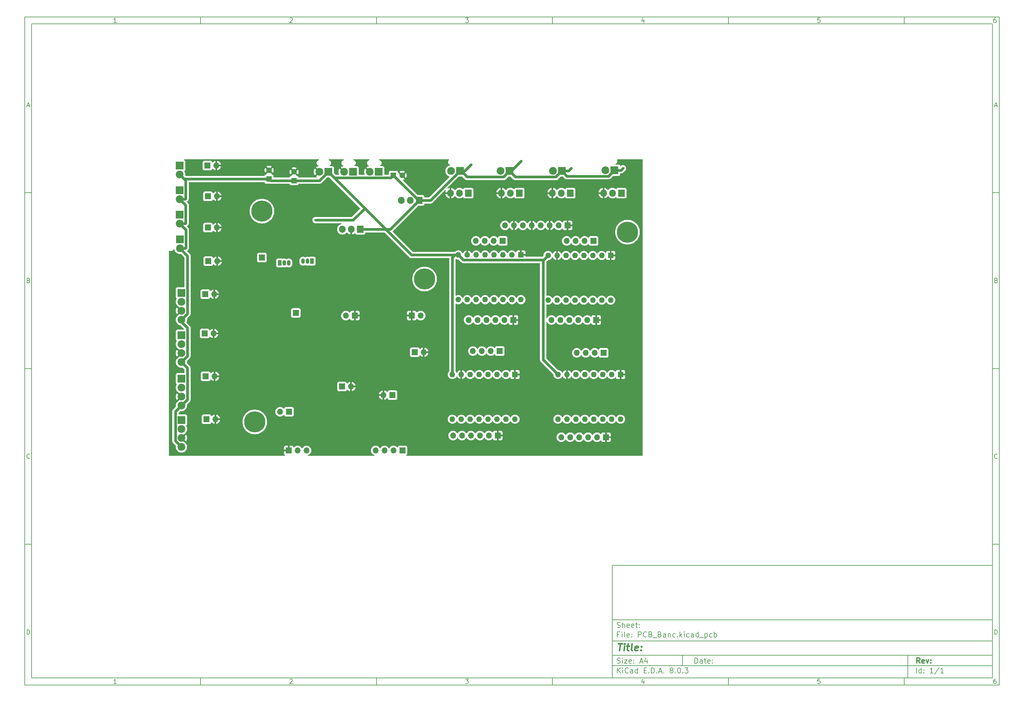
<source format=gbr>
%TF.GenerationSoftware,KiCad,Pcbnew,8.0.3*%
%TF.CreationDate,2024-09-18T10:17:04+02:00*%
%TF.ProjectId,PCB_Banc,5043425f-4261-46e6-932e-6b696361645f,rev?*%
%TF.SameCoordinates,Original*%
%TF.FileFunction,Copper,L2,Bot*%
%TF.FilePolarity,Positive*%
%FSLAX46Y46*%
G04 Gerber Fmt 4.6, Leading zero omitted, Abs format (unit mm)*
G04 Created by KiCad (PCBNEW 8.0.3) date 2024-09-18 10:17:04*
%MOMM*%
%LPD*%
G01*
G04 APERTURE LIST*
%ADD10C,0.100000*%
%ADD11C,0.150000*%
%ADD12C,0.300000*%
%ADD13C,0.400000*%
%TA.AperFunction,ComponentPad*%
%ADD14R,1.700000X1.700000*%
%TD*%
%TA.AperFunction,ComponentPad*%
%ADD15O,1.700000X1.700000*%
%TD*%
%TA.AperFunction,ComponentPad*%
%ADD16R,2.200000X2.200000*%
%TD*%
%TA.AperFunction,ComponentPad*%
%ADD17C,2.200000*%
%TD*%
%TA.AperFunction,ComponentPad*%
%ADD18C,6.000000*%
%TD*%
%TA.AperFunction,ComponentPad*%
%ADD19R,1.050000X1.500000*%
%TD*%
%TA.AperFunction,ComponentPad*%
%ADD20O,1.050000X1.500000*%
%TD*%
%TA.AperFunction,ComponentPad*%
%ADD21R,1.600000X1.600000*%
%TD*%
%TA.AperFunction,ComponentPad*%
%ADD22C,1.600000*%
%TD*%
%TA.AperFunction,ComponentPad*%
%ADD23R,1.905000X2.000000*%
%TD*%
%TA.AperFunction,ComponentPad*%
%ADD24O,1.905000X2.000000*%
%TD*%
%TA.AperFunction,ComponentPad*%
%ADD25O,1.600000X1.600000*%
%TD*%
%TA.AperFunction,ViaPad*%
%ADD26C,0.600000*%
%TD*%
%TA.AperFunction,Conductor*%
%ADD27C,0.800000*%
%TD*%
G04 APERTURE END LIST*
D10*
D11*
X177002200Y-166007200D02*
X285002200Y-166007200D01*
X285002200Y-198007200D01*
X177002200Y-198007200D01*
X177002200Y-166007200D01*
D10*
D11*
X10000000Y-10000000D02*
X287002200Y-10000000D01*
X287002200Y-200007200D01*
X10000000Y-200007200D01*
X10000000Y-10000000D01*
D10*
D11*
X12000000Y-12000000D02*
X285002200Y-12000000D01*
X285002200Y-198007200D01*
X12000000Y-198007200D01*
X12000000Y-12000000D01*
D10*
D11*
X60000000Y-12000000D02*
X60000000Y-10000000D01*
D10*
D11*
X110000000Y-12000000D02*
X110000000Y-10000000D01*
D10*
D11*
X160000000Y-12000000D02*
X160000000Y-10000000D01*
D10*
D11*
X210000000Y-12000000D02*
X210000000Y-10000000D01*
D10*
D11*
X260000000Y-12000000D02*
X260000000Y-10000000D01*
D10*
D11*
X36089160Y-11593604D02*
X35346303Y-11593604D01*
X35717731Y-11593604D02*
X35717731Y-10293604D01*
X35717731Y-10293604D02*
X35593922Y-10479319D01*
X35593922Y-10479319D02*
X35470112Y-10603128D01*
X35470112Y-10603128D02*
X35346303Y-10665033D01*
D10*
D11*
X85346303Y-10417414D02*
X85408207Y-10355509D01*
X85408207Y-10355509D02*
X85532017Y-10293604D01*
X85532017Y-10293604D02*
X85841541Y-10293604D01*
X85841541Y-10293604D02*
X85965350Y-10355509D01*
X85965350Y-10355509D02*
X86027255Y-10417414D01*
X86027255Y-10417414D02*
X86089160Y-10541223D01*
X86089160Y-10541223D02*
X86089160Y-10665033D01*
X86089160Y-10665033D02*
X86027255Y-10850747D01*
X86027255Y-10850747D02*
X85284398Y-11593604D01*
X85284398Y-11593604D02*
X86089160Y-11593604D01*
D10*
D11*
X135284398Y-10293604D02*
X136089160Y-10293604D01*
X136089160Y-10293604D02*
X135655826Y-10788842D01*
X135655826Y-10788842D02*
X135841541Y-10788842D01*
X135841541Y-10788842D02*
X135965350Y-10850747D01*
X135965350Y-10850747D02*
X136027255Y-10912652D01*
X136027255Y-10912652D02*
X136089160Y-11036461D01*
X136089160Y-11036461D02*
X136089160Y-11345985D01*
X136089160Y-11345985D02*
X136027255Y-11469795D01*
X136027255Y-11469795D02*
X135965350Y-11531700D01*
X135965350Y-11531700D02*
X135841541Y-11593604D01*
X135841541Y-11593604D02*
X135470112Y-11593604D01*
X135470112Y-11593604D02*
X135346303Y-11531700D01*
X135346303Y-11531700D02*
X135284398Y-11469795D01*
D10*
D11*
X185965350Y-10726938D02*
X185965350Y-11593604D01*
X185655826Y-10231700D02*
X185346303Y-11160271D01*
X185346303Y-11160271D02*
X186151064Y-11160271D01*
D10*
D11*
X236027255Y-10293604D02*
X235408207Y-10293604D01*
X235408207Y-10293604D02*
X235346303Y-10912652D01*
X235346303Y-10912652D02*
X235408207Y-10850747D01*
X235408207Y-10850747D02*
X235532017Y-10788842D01*
X235532017Y-10788842D02*
X235841541Y-10788842D01*
X235841541Y-10788842D02*
X235965350Y-10850747D01*
X235965350Y-10850747D02*
X236027255Y-10912652D01*
X236027255Y-10912652D02*
X236089160Y-11036461D01*
X236089160Y-11036461D02*
X236089160Y-11345985D01*
X236089160Y-11345985D02*
X236027255Y-11469795D01*
X236027255Y-11469795D02*
X235965350Y-11531700D01*
X235965350Y-11531700D02*
X235841541Y-11593604D01*
X235841541Y-11593604D02*
X235532017Y-11593604D01*
X235532017Y-11593604D02*
X235408207Y-11531700D01*
X235408207Y-11531700D02*
X235346303Y-11469795D01*
D10*
D11*
X285965350Y-10293604D02*
X285717731Y-10293604D01*
X285717731Y-10293604D02*
X285593922Y-10355509D01*
X285593922Y-10355509D02*
X285532017Y-10417414D01*
X285532017Y-10417414D02*
X285408207Y-10603128D01*
X285408207Y-10603128D02*
X285346303Y-10850747D01*
X285346303Y-10850747D02*
X285346303Y-11345985D01*
X285346303Y-11345985D02*
X285408207Y-11469795D01*
X285408207Y-11469795D02*
X285470112Y-11531700D01*
X285470112Y-11531700D02*
X285593922Y-11593604D01*
X285593922Y-11593604D02*
X285841541Y-11593604D01*
X285841541Y-11593604D02*
X285965350Y-11531700D01*
X285965350Y-11531700D02*
X286027255Y-11469795D01*
X286027255Y-11469795D02*
X286089160Y-11345985D01*
X286089160Y-11345985D02*
X286089160Y-11036461D01*
X286089160Y-11036461D02*
X286027255Y-10912652D01*
X286027255Y-10912652D02*
X285965350Y-10850747D01*
X285965350Y-10850747D02*
X285841541Y-10788842D01*
X285841541Y-10788842D02*
X285593922Y-10788842D01*
X285593922Y-10788842D02*
X285470112Y-10850747D01*
X285470112Y-10850747D02*
X285408207Y-10912652D01*
X285408207Y-10912652D02*
X285346303Y-11036461D01*
D10*
D11*
X60000000Y-198007200D02*
X60000000Y-200007200D01*
D10*
D11*
X110000000Y-198007200D02*
X110000000Y-200007200D01*
D10*
D11*
X160000000Y-198007200D02*
X160000000Y-200007200D01*
D10*
D11*
X210000000Y-198007200D02*
X210000000Y-200007200D01*
D10*
D11*
X260000000Y-198007200D02*
X260000000Y-200007200D01*
D10*
D11*
X36089160Y-199600804D02*
X35346303Y-199600804D01*
X35717731Y-199600804D02*
X35717731Y-198300804D01*
X35717731Y-198300804D02*
X35593922Y-198486519D01*
X35593922Y-198486519D02*
X35470112Y-198610328D01*
X35470112Y-198610328D02*
X35346303Y-198672233D01*
D10*
D11*
X85346303Y-198424614D02*
X85408207Y-198362709D01*
X85408207Y-198362709D02*
X85532017Y-198300804D01*
X85532017Y-198300804D02*
X85841541Y-198300804D01*
X85841541Y-198300804D02*
X85965350Y-198362709D01*
X85965350Y-198362709D02*
X86027255Y-198424614D01*
X86027255Y-198424614D02*
X86089160Y-198548423D01*
X86089160Y-198548423D02*
X86089160Y-198672233D01*
X86089160Y-198672233D02*
X86027255Y-198857947D01*
X86027255Y-198857947D02*
X85284398Y-199600804D01*
X85284398Y-199600804D02*
X86089160Y-199600804D01*
D10*
D11*
X135284398Y-198300804D02*
X136089160Y-198300804D01*
X136089160Y-198300804D02*
X135655826Y-198796042D01*
X135655826Y-198796042D02*
X135841541Y-198796042D01*
X135841541Y-198796042D02*
X135965350Y-198857947D01*
X135965350Y-198857947D02*
X136027255Y-198919852D01*
X136027255Y-198919852D02*
X136089160Y-199043661D01*
X136089160Y-199043661D02*
X136089160Y-199353185D01*
X136089160Y-199353185D02*
X136027255Y-199476995D01*
X136027255Y-199476995D02*
X135965350Y-199538900D01*
X135965350Y-199538900D02*
X135841541Y-199600804D01*
X135841541Y-199600804D02*
X135470112Y-199600804D01*
X135470112Y-199600804D02*
X135346303Y-199538900D01*
X135346303Y-199538900D02*
X135284398Y-199476995D01*
D10*
D11*
X185965350Y-198734138D02*
X185965350Y-199600804D01*
X185655826Y-198238900D02*
X185346303Y-199167471D01*
X185346303Y-199167471D02*
X186151064Y-199167471D01*
D10*
D11*
X236027255Y-198300804D02*
X235408207Y-198300804D01*
X235408207Y-198300804D02*
X235346303Y-198919852D01*
X235346303Y-198919852D02*
X235408207Y-198857947D01*
X235408207Y-198857947D02*
X235532017Y-198796042D01*
X235532017Y-198796042D02*
X235841541Y-198796042D01*
X235841541Y-198796042D02*
X235965350Y-198857947D01*
X235965350Y-198857947D02*
X236027255Y-198919852D01*
X236027255Y-198919852D02*
X236089160Y-199043661D01*
X236089160Y-199043661D02*
X236089160Y-199353185D01*
X236089160Y-199353185D02*
X236027255Y-199476995D01*
X236027255Y-199476995D02*
X235965350Y-199538900D01*
X235965350Y-199538900D02*
X235841541Y-199600804D01*
X235841541Y-199600804D02*
X235532017Y-199600804D01*
X235532017Y-199600804D02*
X235408207Y-199538900D01*
X235408207Y-199538900D02*
X235346303Y-199476995D01*
D10*
D11*
X285965350Y-198300804D02*
X285717731Y-198300804D01*
X285717731Y-198300804D02*
X285593922Y-198362709D01*
X285593922Y-198362709D02*
X285532017Y-198424614D01*
X285532017Y-198424614D02*
X285408207Y-198610328D01*
X285408207Y-198610328D02*
X285346303Y-198857947D01*
X285346303Y-198857947D02*
X285346303Y-199353185D01*
X285346303Y-199353185D02*
X285408207Y-199476995D01*
X285408207Y-199476995D02*
X285470112Y-199538900D01*
X285470112Y-199538900D02*
X285593922Y-199600804D01*
X285593922Y-199600804D02*
X285841541Y-199600804D01*
X285841541Y-199600804D02*
X285965350Y-199538900D01*
X285965350Y-199538900D02*
X286027255Y-199476995D01*
X286027255Y-199476995D02*
X286089160Y-199353185D01*
X286089160Y-199353185D02*
X286089160Y-199043661D01*
X286089160Y-199043661D02*
X286027255Y-198919852D01*
X286027255Y-198919852D02*
X285965350Y-198857947D01*
X285965350Y-198857947D02*
X285841541Y-198796042D01*
X285841541Y-198796042D02*
X285593922Y-198796042D01*
X285593922Y-198796042D02*
X285470112Y-198857947D01*
X285470112Y-198857947D02*
X285408207Y-198919852D01*
X285408207Y-198919852D02*
X285346303Y-199043661D01*
D10*
D11*
X10000000Y-60000000D02*
X12000000Y-60000000D01*
D10*
D11*
X10000000Y-110000000D02*
X12000000Y-110000000D01*
D10*
D11*
X10000000Y-160000000D02*
X12000000Y-160000000D01*
D10*
D11*
X10690476Y-35222176D02*
X11309523Y-35222176D01*
X10566666Y-35593604D02*
X10999999Y-34293604D01*
X10999999Y-34293604D02*
X11433333Y-35593604D01*
D10*
D11*
X11092857Y-84912652D02*
X11278571Y-84974557D01*
X11278571Y-84974557D02*
X11340476Y-85036461D01*
X11340476Y-85036461D02*
X11402380Y-85160271D01*
X11402380Y-85160271D02*
X11402380Y-85345985D01*
X11402380Y-85345985D02*
X11340476Y-85469795D01*
X11340476Y-85469795D02*
X11278571Y-85531700D01*
X11278571Y-85531700D02*
X11154761Y-85593604D01*
X11154761Y-85593604D02*
X10659523Y-85593604D01*
X10659523Y-85593604D02*
X10659523Y-84293604D01*
X10659523Y-84293604D02*
X11092857Y-84293604D01*
X11092857Y-84293604D02*
X11216666Y-84355509D01*
X11216666Y-84355509D02*
X11278571Y-84417414D01*
X11278571Y-84417414D02*
X11340476Y-84541223D01*
X11340476Y-84541223D02*
X11340476Y-84665033D01*
X11340476Y-84665033D02*
X11278571Y-84788842D01*
X11278571Y-84788842D02*
X11216666Y-84850747D01*
X11216666Y-84850747D02*
X11092857Y-84912652D01*
X11092857Y-84912652D02*
X10659523Y-84912652D01*
D10*
D11*
X11402380Y-135469795D02*
X11340476Y-135531700D01*
X11340476Y-135531700D02*
X11154761Y-135593604D01*
X11154761Y-135593604D02*
X11030952Y-135593604D01*
X11030952Y-135593604D02*
X10845238Y-135531700D01*
X10845238Y-135531700D02*
X10721428Y-135407890D01*
X10721428Y-135407890D02*
X10659523Y-135284080D01*
X10659523Y-135284080D02*
X10597619Y-135036461D01*
X10597619Y-135036461D02*
X10597619Y-134850747D01*
X10597619Y-134850747D02*
X10659523Y-134603128D01*
X10659523Y-134603128D02*
X10721428Y-134479319D01*
X10721428Y-134479319D02*
X10845238Y-134355509D01*
X10845238Y-134355509D02*
X11030952Y-134293604D01*
X11030952Y-134293604D02*
X11154761Y-134293604D01*
X11154761Y-134293604D02*
X11340476Y-134355509D01*
X11340476Y-134355509D02*
X11402380Y-134417414D01*
D10*
D11*
X10659523Y-185593604D02*
X10659523Y-184293604D01*
X10659523Y-184293604D02*
X10969047Y-184293604D01*
X10969047Y-184293604D02*
X11154761Y-184355509D01*
X11154761Y-184355509D02*
X11278571Y-184479319D01*
X11278571Y-184479319D02*
X11340476Y-184603128D01*
X11340476Y-184603128D02*
X11402380Y-184850747D01*
X11402380Y-184850747D02*
X11402380Y-185036461D01*
X11402380Y-185036461D02*
X11340476Y-185284080D01*
X11340476Y-185284080D02*
X11278571Y-185407890D01*
X11278571Y-185407890D02*
X11154761Y-185531700D01*
X11154761Y-185531700D02*
X10969047Y-185593604D01*
X10969047Y-185593604D02*
X10659523Y-185593604D01*
D10*
D11*
X287002200Y-60000000D02*
X285002200Y-60000000D01*
D10*
D11*
X287002200Y-110000000D02*
X285002200Y-110000000D01*
D10*
D11*
X287002200Y-160000000D02*
X285002200Y-160000000D01*
D10*
D11*
X285692676Y-35222176D02*
X286311723Y-35222176D01*
X285568866Y-35593604D02*
X286002199Y-34293604D01*
X286002199Y-34293604D02*
X286435533Y-35593604D01*
D10*
D11*
X286095057Y-84912652D02*
X286280771Y-84974557D01*
X286280771Y-84974557D02*
X286342676Y-85036461D01*
X286342676Y-85036461D02*
X286404580Y-85160271D01*
X286404580Y-85160271D02*
X286404580Y-85345985D01*
X286404580Y-85345985D02*
X286342676Y-85469795D01*
X286342676Y-85469795D02*
X286280771Y-85531700D01*
X286280771Y-85531700D02*
X286156961Y-85593604D01*
X286156961Y-85593604D02*
X285661723Y-85593604D01*
X285661723Y-85593604D02*
X285661723Y-84293604D01*
X285661723Y-84293604D02*
X286095057Y-84293604D01*
X286095057Y-84293604D02*
X286218866Y-84355509D01*
X286218866Y-84355509D02*
X286280771Y-84417414D01*
X286280771Y-84417414D02*
X286342676Y-84541223D01*
X286342676Y-84541223D02*
X286342676Y-84665033D01*
X286342676Y-84665033D02*
X286280771Y-84788842D01*
X286280771Y-84788842D02*
X286218866Y-84850747D01*
X286218866Y-84850747D02*
X286095057Y-84912652D01*
X286095057Y-84912652D02*
X285661723Y-84912652D01*
D10*
D11*
X286404580Y-135469795D02*
X286342676Y-135531700D01*
X286342676Y-135531700D02*
X286156961Y-135593604D01*
X286156961Y-135593604D02*
X286033152Y-135593604D01*
X286033152Y-135593604D02*
X285847438Y-135531700D01*
X285847438Y-135531700D02*
X285723628Y-135407890D01*
X285723628Y-135407890D02*
X285661723Y-135284080D01*
X285661723Y-135284080D02*
X285599819Y-135036461D01*
X285599819Y-135036461D02*
X285599819Y-134850747D01*
X285599819Y-134850747D02*
X285661723Y-134603128D01*
X285661723Y-134603128D02*
X285723628Y-134479319D01*
X285723628Y-134479319D02*
X285847438Y-134355509D01*
X285847438Y-134355509D02*
X286033152Y-134293604D01*
X286033152Y-134293604D02*
X286156961Y-134293604D01*
X286156961Y-134293604D02*
X286342676Y-134355509D01*
X286342676Y-134355509D02*
X286404580Y-134417414D01*
D10*
D11*
X285661723Y-185593604D02*
X285661723Y-184293604D01*
X285661723Y-184293604D02*
X285971247Y-184293604D01*
X285971247Y-184293604D02*
X286156961Y-184355509D01*
X286156961Y-184355509D02*
X286280771Y-184479319D01*
X286280771Y-184479319D02*
X286342676Y-184603128D01*
X286342676Y-184603128D02*
X286404580Y-184850747D01*
X286404580Y-184850747D02*
X286404580Y-185036461D01*
X286404580Y-185036461D02*
X286342676Y-185284080D01*
X286342676Y-185284080D02*
X286280771Y-185407890D01*
X286280771Y-185407890D02*
X286156961Y-185531700D01*
X286156961Y-185531700D02*
X285971247Y-185593604D01*
X285971247Y-185593604D02*
X285661723Y-185593604D01*
D10*
D11*
X200458026Y-193793328D02*
X200458026Y-192293328D01*
X200458026Y-192293328D02*
X200815169Y-192293328D01*
X200815169Y-192293328D02*
X201029455Y-192364757D01*
X201029455Y-192364757D02*
X201172312Y-192507614D01*
X201172312Y-192507614D02*
X201243741Y-192650471D01*
X201243741Y-192650471D02*
X201315169Y-192936185D01*
X201315169Y-192936185D02*
X201315169Y-193150471D01*
X201315169Y-193150471D02*
X201243741Y-193436185D01*
X201243741Y-193436185D02*
X201172312Y-193579042D01*
X201172312Y-193579042D02*
X201029455Y-193721900D01*
X201029455Y-193721900D02*
X200815169Y-193793328D01*
X200815169Y-193793328D02*
X200458026Y-193793328D01*
X202600884Y-193793328D02*
X202600884Y-193007614D01*
X202600884Y-193007614D02*
X202529455Y-192864757D01*
X202529455Y-192864757D02*
X202386598Y-192793328D01*
X202386598Y-192793328D02*
X202100884Y-192793328D01*
X202100884Y-192793328D02*
X201958026Y-192864757D01*
X202600884Y-193721900D02*
X202458026Y-193793328D01*
X202458026Y-193793328D02*
X202100884Y-193793328D01*
X202100884Y-193793328D02*
X201958026Y-193721900D01*
X201958026Y-193721900D02*
X201886598Y-193579042D01*
X201886598Y-193579042D02*
X201886598Y-193436185D01*
X201886598Y-193436185D02*
X201958026Y-193293328D01*
X201958026Y-193293328D02*
X202100884Y-193221900D01*
X202100884Y-193221900D02*
X202458026Y-193221900D01*
X202458026Y-193221900D02*
X202600884Y-193150471D01*
X203100884Y-192793328D02*
X203672312Y-192793328D01*
X203315169Y-192293328D02*
X203315169Y-193579042D01*
X203315169Y-193579042D02*
X203386598Y-193721900D01*
X203386598Y-193721900D02*
X203529455Y-193793328D01*
X203529455Y-193793328D02*
X203672312Y-193793328D01*
X204743741Y-193721900D02*
X204600884Y-193793328D01*
X204600884Y-193793328D02*
X204315170Y-193793328D01*
X204315170Y-193793328D02*
X204172312Y-193721900D01*
X204172312Y-193721900D02*
X204100884Y-193579042D01*
X204100884Y-193579042D02*
X204100884Y-193007614D01*
X204100884Y-193007614D02*
X204172312Y-192864757D01*
X204172312Y-192864757D02*
X204315170Y-192793328D01*
X204315170Y-192793328D02*
X204600884Y-192793328D01*
X204600884Y-192793328D02*
X204743741Y-192864757D01*
X204743741Y-192864757D02*
X204815170Y-193007614D01*
X204815170Y-193007614D02*
X204815170Y-193150471D01*
X204815170Y-193150471D02*
X204100884Y-193293328D01*
X205458026Y-193650471D02*
X205529455Y-193721900D01*
X205529455Y-193721900D02*
X205458026Y-193793328D01*
X205458026Y-193793328D02*
X205386598Y-193721900D01*
X205386598Y-193721900D02*
X205458026Y-193650471D01*
X205458026Y-193650471D02*
X205458026Y-193793328D01*
X205458026Y-192864757D02*
X205529455Y-192936185D01*
X205529455Y-192936185D02*
X205458026Y-193007614D01*
X205458026Y-193007614D02*
X205386598Y-192936185D01*
X205386598Y-192936185D02*
X205458026Y-192864757D01*
X205458026Y-192864757D02*
X205458026Y-193007614D01*
D10*
D11*
X177002200Y-194507200D02*
X285002200Y-194507200D01*
D10*
D11*
X178458026Y-196593328D02*
X178458026Y-195093328D01*
X179315169Y-196593328D02*
X178672312Y-195736185D01*
X179315169Y-195093328D02*
X178458026Y-195950471D01*
X179958026Y-196593328D02*
X179958026Y-195593328D01*
X179958026Y-195093328D02*
X179886598Y-195164757D01*
X179886598Y-195164757D02*
X179958026Y-195236185D01*
X179958026Y-195236185D02*
X180029455Y-195164757D01*
X180029455Y-195164757D02*
X179958026Y-195093328D01*
X179958026Y-195093328D02*
X179958026Y-195236185D01*
X181529455Y-196450471D02*
X181458027Y-196521900D01*
X181458027Y-196521900D02*
X181243741Y-196593328D01*
X181243741Y-196593328D02*
X181100884Y-196593328D01*
X181100884Y-196593328D02*
X180886598Y-196521900D01*
X180886598Y-196521900D02*
X180743741Y-196379042D01*
X180743741Y-196379042D02*
X180672312Y-196236185D01*
X180672312Y-196236185D02*
X180600884Y-195950471D01*
X180600884Y-195950471D02*
X180600884Y-195736185D01*
X180600884Y-195736185D02*
X180672312Y-195450471D01*
X180672312Y-195450471D02*
X180743741Y-195307614D01*
X180743741Y-195307614D02*
X180886598Y-195164757D01*
X180886598Y-195164757D02*
X181100884Y-195093328D01*
X181100884Y-195093328D02*
X181243741Y-195093328D01*
X181243741Y-195093328D02*
X181458027Y-195164757D01*
X181458027Y-195164757D02*
X181529455Y-195236185D01*
X182815170Y-196593328D02*
X182815170Y-195807614D01*
X182815170Y-195807614D02*
X182743741Y-195664757D01*
X182743741Y-195664757D02*
X182600884Y-195593328D01*
X182600884Y-195593328D02*
X182315170Y-195593328D01*
X182315170Y-195593328D02*
X182172312Y-195664757D01*
X182815170Y-196521900D02*
X182672312Y-196593328D01*
X182672312Y-196593328D02*
X182315170Y-196593328D01*
X182315170Y-196593328D02*
X182172312Y-196521900D01*
X182172312Y-196521900D02*
X182100884Y-196379042D01*
X182100884Y-196379042D02*
X182100884Y-196236185D01*
X182100884Y-196236185D02*
X182172312Y-196093328D01*
X182172312Y-196093328D02*
X182315170Y-196021900D01*
X182315170Y-196021900D02*
X182672312Y-196021900D01*
X182672312Y-196021900D02*
X182815170Y-195950471D01*
X184172313Y-196593328D02*
X184172313Y-195093328D01*
X184172313Y-196521900D02*
X184029455Y-196593328D01*
X184029455Y-196593328D02*
X183743741Y-196593328D01*
X183743741Y-196593328D02*
X183600884Y-196521900D01*
X183600884Y-196521900D02*
X183529455Y-196450471D01*
X183529455Y-196450471D02*
X183458027Y-196307614D01*
X183458027Y-196307614D02*
X183458027Y-195879042D01*
X183458027Y-195879042D02*
X183529455Y-195736185D01*
X183529455Y-195736185D02*
X183600884Y-195664757D01*
X183600884Y-195664757D02*
X183743741Y-195593328D01*
X183743741Y-195593328D02*
X184029455Y-195593328D01*
X184029455Y-195593328D02*
X184172313Y-195664757D01*
X186029455Y-195807614D02*
X186529455Y-195807614D01*
X186743741Y-196593328D02*
X186029455Y-196593328D01*
X186029455Y-196593328D02*
X186029455Y-195093328D01*
X186029455Y-195093328D02*
X186743741Y-195093328D01*
X187386598Y-196450471D02*
X187458027Y-196521900D01*
X187458027Y-196521900D02*
X187386598Y-196593328D01*
X187386598Y-196593328D02*
X187315170Y-196521900D01*
X187315170Y-196521900D02*
X187386598Y-196450471D01*
X187386598Y-196450471D02*
X187386598Y-196593328D01*
X188100884Y-196593328D02*
X188100884Y-195093328D01*
X188100884Y-195093328D02*
X188458027Y-195093328D01*
X188458027Y-195093328D02*
X188672313Y-195164757D01*
X188672313Y-195164757D02*
X188815170Y-195307614D01*
X188815170Y-195307614D02*
X188886599Y-195450471D01*
X188886599Y-195450471D02*
X188958027Y-195736185D01*
X188958027Y-195736185D02*
X188958027Y-195950471D01*
X188958027Y-195950471D02*
X188886599Y-196236185D01*
X188886599Y-196236185D02*
X188815170Y-196379042D01*
X188815170Y-196379042D02*
X188672313Y-196521900D01*
X188672313Y-196521900D02*
X188458027Y-196593328D01*
X188458027Y-196593328D02*
X188100884Y-196593328D01*
X189600884Y-196450471D02*
X189672313Y-196521900D01*
X189672313Y-196521900D02*
X189600884Y-196593328D01*
X189600884Y-196593328D02*
X189529456Y-196521900D01*
X189529456Y-196521900D02*
X189600884Y-196450471D01*
X189600884Y-196450471D02*
X189600884Y-196593328D01*
X190243742Y-196164757D02*
X190958028Y-196164757D01*
X190100885Y-196593328D02*
X190600885Y-195093328D01*
X190600885Y-195093328D02*
X191100885Y-196593328D01*
X191600884Y-196450471D02*
X191672313Y-196521900D01*
X191672313Y-196521900D02*
X191600884Y-196593328D01*
X191600884Y-196593328D02*
X191529456Y-196521900D01*
X191529456Y-196521900D02*
X191600884Y-196450471D01*
X191600884Y-196450471D02*
X191600884Y-196593328D01*
X193672313Y-195736185D02*
X193529456Y-195664757D01*
X193529456Y-195664757D02*
X193458027Y-195593328D01*
X193458027Y-195593328D02*
X193386599Y-195450471D01*
X193386599Y-195450471D02*
X193386599Y-195379042D01*
X193386599Y-195379042D02*
X193458027Y-195236185D01*
X193458027Y-195236185D02*
X193529456Y-195164757D01*
X193529456Y-195164757D02*
X193672313Y-195093328D01*
X193672313Y-195093328D02*
X193958027Y-195093328D01*
X193958027Y-195093328D02*
X194100885Y-195164757D01*
X194100885Y-195164757D02*
X194172313Y-195236185D01*
X194172313Y-195236185D02*
X194243742Y-195379042D01*
X194243742Y-195379042D02*
X194243742Y-195450471D01*
X194243742Y-195450471D02*
X194172313Y-195593328D01*
X194172313Y-195593328D02*
X194100885Y-195664757D01*
X194100885Y-195664757D02*
X193958027Y-195736185D01*
X193958027Y-195736185D02*
X193672313Y-195736185D01*
X193672313Y-195736185D02*
X193529456Y-195807614D01*
X193529456Y-195807614D02*
X193458027Y-195879042D01*
X193458027Y-195879042D02*
X193386599Y-196021900D01*
X193386599Y-196021900D02*
X193386599Y-196307614D01*
X193386599Y-196307614D02*
X193458027Y-196450471D01*
X193458027Y-196450471D02*
X193529456Y-196521900D01*
X193529456Y-196521900D02*
X193672313Y-196593328D01*
X193672313Y-196593328D02*
X193958027Y-196593328D01*
X193958027Y-196593328D02*
X194100885Y-196521900D01*
X194100885Y-196521900D02*
X194172313Y-196450471D01*
X194172313Y-196450471D02*
X194243742Y-196307614D01*
X194243742Y-196307614D02*
X194243742Y-196021900D01*
X194243742Y-196021900D02*
X194172313Y-195879042D01*
X194172313Y-195879042D02*
X194100885Y-195807614D01*
X194100885Y-195807614D02*
X193958027Y-195736185D01*
X194886598Y-196450471D02*
X194958027Y-196521900D01*
X194958027Y-196521900D02*
X194886598Y-196593328D01*
X194886598Y-196593328D02*
X194815170Y-196521900D01*
X194815170Y-196521900D02*
X194886598Y-196450471D01*
X194886598Y-196450471D02*
X194886598Y-196593328D01*
X195886599Y-195093328D02*
X196029456Y-195093328D01*
X196029456Y-195093328D02*
X196172313Y-195164757D01*
X196172313Y-195164757D02*
X196243742Y-195236185D01*
X196243742Y-195236185D02*
X196315170Y-195379042D01*
X196315170Y-195379042D02*
X196386599Y-195664757D01*
X196386599Y-195664757D02*
X196386599Y-196021900D01*
X196386599Y-196021900D02*
X196315170Y-196307614D01*
X196315170Y-196307614D02*
X196243742Y-196450471D01*
X196243742Y-196450471D02*
X196172313Y-196521900D01*
X196172313Y-196521900D02*
X196029456Y-196593328D01*
X196029456Y-196593328D02*
X195886599Y-196593328D01*
X195886599Y-196593328D02*
X195743742Y-196521900D01*
X195743742Y-196521900D02*
X195672313Y-196450471D01*
X195672313Y-196450471D02*
X195600884Y-196307614D01*
X195600884Y-196307614D02*
X195529456Y-196021900D01*
X195529456Y-196021900D02*
X195529456Y-195664757D01*
X195529456Y-195664757D02*
X195600884Y-195379042D01*
X195600884Y-195379042D02*
X195672313Y-195236185D01*
X195672313Y-195236185D02*
X195743742Y-195164757D01*
X195743742Y-195164757D02*
X195886599Y-195093328D01*
X197029455Y-196450471D02*
X197100884Y-196521900D01*
X197100884Y-196521900D02*
X197029455Y-196593328D01*
X197029455Y-196593328D02*
X196958027Y-196521900D01*
X196958027Y-196521900D02*
X197029455Y-196450471D01*
X197029455Y-196450471D02*
X197029455Y-196593328D01*
X197600884Y-195093328D02*
X198529456Y-195093328D01*
X198529456Y-195093328D02*
X198029456Y-195664757D01*
X198029456Y-195664757D02*
X198243741Y-195664757D01*
X198243741Y-195664757D02*
X198386599Y-195736185D01*
X198386599Y-195736185D02*
X198458027Y-195807614D01*
X198458027Y-195807614D02*
X198529456Y-195950471D01*
X198529456Y-195950471D02*
X198529456Y-196307614D01*
X198529456Y-196307614D02*
X198458027Y-196450471D01*
X198458027Y-196450471D02*
X198386599Y-196521900D01*
X198386599Y-196521900D02*
X198243741Y-196593328D01*
X198243741Y-196593328D02*
X197815170Y-196593328D01*
X197815170Y-196593328D02*
X197672313Y-196521900D01*
X197672313Y-196521900D02*
X197600884Y-196450471D01*
D10*
D11*
X177002200Y-191507200D02*
X285002200Y-191507200D01*
D10*
D12*
X264413853Y-193785528D02*
X263913853Y-193071242D01*
X263556710Y-193785528D02*
X263556710Y-192285528D01*
X263556710Y-192285528D02*
X264128139Y-192285528D01*
X264128139Y-192285528D02*
X264270996Y-192356957D01*
X264270996Y-192356957D02*
X264342425Y-192428385D01*
X264342425Y-192428385D02*
X264413853Y-192571242D01*
X264413853Y-192571242D02*
X264413853Y-192785528D01*
X264413853Y-192785528D02*
X264342425Y-192928385D01*
X264342425Y-192928385D02*
X264270996Y-192999814D01*
X264270996Y-192999814D02*
X264128139Y-193071242D01*
X264128139Y-193071242D02*
X263556710Y-193071242D01*
X265628139Y-193714100D02*
X265485282Y-193785528D01*
X265485282Y-193785528D02*
X265199568Y-193785528D01*
X265199568Y-193785528D02*
X265056710Y-193714100D01*
X265056710Y-193714100D02*
X264985282Y-193571242D01*
X264985282Y-193571242D02*
X264985282Y-192999814D01*
X264985282Y-192999814D02*
X265056710Y-192856957D01*
X265056710Y-192856957D02*
X265199568Y-192785528D01*
X265199568Y-192785528D02*
X265485282Y-192785528D01*
X265485282Y-192785528D02*
X265628139Y-192856957D01*
X265628139Y-192856957D02*
X265699568Y-192999814D01*
X265699568Y-192999814D02*
X265699568Y-193142671D01*
X265699568Y-193142671D02*
X264985282Y-193285528D01*
X266199567Y-192785528D02*
X266556710Y-193785528D01*
X266556710Y-193785528D02*
X266913853Y-192785528D01*
X267485281Y-193642671D02*
X267556710Y-193714100D01*
X267556710Y-193714100D02*
X267485281Y-193785528D01*
X267485281Y-193785528D02*
X267413853Y-193714100D01*
X267413853Y-193714100D02*
X267485281Y-193642671D01*
X267485281Y-193642671D02*
X267485281Y-193785528D01*
X267485281Y-192856957D02*
X267556710Y-192928385D01*
X267556710Y-192928385D02*
X267485281Y-192999814D01*
X267485281Y-192999814D02*
X267413853Y-192928385D01*
X267413853Y-192928385D02*
X267485281Y-192856957D01*
X267485281Y-192856957D02*
X267485281Y-192999814D01*
D10*
D11*
X178386598Y-193721900D02*
X178600884Y-193793328D01*
X178600884Y-193793328D02*
X178958026Y-193793328D01*
X178958026Y-193793328D02*
X179100884Y-193721900D01*
X179100884Y-193721900D02*
X179172312Y-193650471D01*
X179172312Y-193650471D02*
X179243741Y-193507614D01*
X179243741Y-193507614D02*
X179243741Y-193364757D01*
X179243741Y-193364757D02*
X179172312Y-193221900D01*
X179172312Y-193221900D02*
X179100884Y-193150471D01*
X179100884Y-193150471D02*
X178958026Y-193079042D01*
X178958026Y-193079042D02*
X178672312Y-193007614D01*
X178672312Y-193007614D02*
X178529455Y-192936185D01*
X178529455Y-192936185D02*
X178458026Y-192864757D01*
X178458026Y-192864757D02*
X178386598Y-192721900D01*
X178386598Y-192721900D02*
X178386598Y-192579042D01*
X178386598Y-192579042D02*
X178458026Y-192436185D01*
X178458026Y-192436185D02*
X178529455Y-192364757D01*
X178529455Y-192364757D02*
X178672312Y-192293328D01*
X178672312Y-192293328D02*
X179029455Y-192293328D01*
X179029455Y-192293328D02*
X179243741Y-192364757D01*
X179886597Y-193793328D02*
X179886597Y-192793328D01*
X179886597Y-192293328D02*
X179815169Y-192364757D01*
X179815169Y-192364757D02*
X179886597Y-192436185D01*
X179886597Y-192436185D02*
X179958026Y-192364757D01*
X179958026Y-192364757D02*
X179886597Y-192293328D01*
X179886597Y-192293328D02*
X179886597Y-192436185D01*
X180458026Y-192793328D02*
X181243741Y-192793328D01*
X181243741Y-192793328D02*
X180458026Y-193793328D01*
X180458026Y-193793328D02*
X181243741Y-193793328D01*
X182386598Y-193721900D02*
X182243741Y-193793328D01*
X182243741Y-193793328D02*
X181958027Y-193793328D01*
X181958027Y-193793328D02*
X181815169Y-193721900D01*
X181815169Y-193721900D02*
X181743741Y-193579042D01*
X181743741Y-193579042D02*
X181743741Y-193007614D01*
X181743741Y-193007614D02*
X181815169Y-192864757D01*
X181815169Y-192864757D02*
X181958027Y-192793328D01*
X181958027Y-192793328D02*
X182243741Y-192793328D01*
X182243741Y-192793328D02*
X182386598Y-192864757D01*
X182386598Y-192864757D02*
X182458027Y-193007614D01*
X182458027Y-193007614D02*
X182458027Y-193150471D01*
X182458027Y-193150471D02*
X181743741Y-193293328D01*
X183100883Y-193650471D02*
X183172312Y-193721900D01*
X183172312Y-193721900D02*
X183100883Y-193793328D01*
X183100883Y-193793328D02*
X183029455Y-193721900D01*
X183029455Y-193721900D02*
X183100883Y-193650471D01*
X183100883Y-193650471D02*
X183100883Y-193793328D01*
X183100883Y-192864757D02*
X183172312Y-192936185D01*
X183172312Y-192936185D02*
X183100883Y-193007614D01*
X183100883Y-193007614D02*
X183029455Y-192936185D01*
X183029455Y-192936185D02*
X183100883Y-192864757D01*
X183100883Y-192864757D02*
X183100883Y-193007614D01*
X184886598Y-193364757D02*
X185600884Y-193364757D01*
X184743741Y-193793328D02*
X185243741Y-192293328D01*
X185243741Y-192293328D02*
X185743741Y-193793328D01*
X186886598Y-192793328D02*
X186886598Y-193793328D01*
X186529455Y-192221900D02*
X186172312Y-193293328D01*
X186172312Y-193293328D02*
X187100883Y-193293328D01*
D10*
D11*
X263458026Y-196593328D02*
X263458026Y-195093328D01*
X264815170Y-196593328D02*
X264815170Y-195093328D01*
X264815170Y-196521900D02*
X264672312Y-196593328D01*
X264672312Y-196593328D02*
X264386598Y-196593328D01*
X264386598Y-196593328D02*
X264243741Y-196521900D01*
X264243741Y-196521900D02*
X264172312Y-196450471D01*
X264172312Y-196450471D02*
X264100884Y-196307614D01*
X264100884Y-196307614D02*
X264100884Y-195879042D01*
X264100884Y-195879042D02*
X264172312Y-195736185D01*
X264172312Y-195736185D02*
X264243741Y-195664757D01*
X264243741Y-195664757D02*
X264386598Y-195593328D01*
X264386598Y-195593328D02*
X264672312Y-195593328D01*
X264672312Y-195593328D02*
X264815170Y-195664757D01*
X265529455Y-196450471D02*
X265600884Y-196521900D01*
X265600884Y-196521900D02*
X265529455Y-196593328D01*
X265529455Y-196593328D02*
X265458027Y-196521900D01*
X265458027Y-196521900D02*
X265529455Y-196450471D01*
X265529455Y-196450471D02*
X265529455Y-196593328D01*
X265529455Y-195664757D02*
X265600884Y-195736185D01*
X265600884Y-195736185D02*
X265529455Y-195807614D01*
X265529455Y-195807614D02*
X265458027Y-195736185D01*
X265458027Y-195736185D02*
X265529455Y-195664757D01*
X265529455Y-195664757D02*
X265529455Y-195807614D01*
X268172313Y-196593328D02*
X267315170Y-196593328D01*
X267743741Y-196593328D02*
X267743741Y-195093328D01*
X267743741Y-195093328D02*
X267600884Y-195307614D01*
X267600884Y-195307614D02*
X267458027Y-195450471D01*
X267458027Y-195450471D02*
X267315170Y-195521900D01*
X269886598Y-195021900D02*
X268600884Y-196950471D01*
X271172313Y-196593328D02*
X270315170Y-196593328D01*
X270743741Y-196593328D02*
X270743741Y-195093328D01*
X270743741Y-195093328D02*
X270600884Y-195307614D01*
X270600884Y-195307614D02*
X270458027Y-195450471D01*
X270458027Y-195450471D02*
X270315170Y-195521900D01*
D10*
D11*
X177002200Y-187507200D02*
X285002200Y-187507200D01*
D10*
D13*
X178693928Y-188211638D02*
X179836785Y-188211638D01*
X179015357Y-190211638D02*
X179265357Y-188211638D01*
X180253452Y-190211638D02*
X180420119Y-188878304D01*
X180503452Y-188211638D02*
X180396309Y-188306876D01*
X180396309Y-188306876D02*
X180479643Y-188402114D01*
X180479643Y-188402114D02*
X180586786Y-188306876D01*
X180586786Y-188306876D02*
X180503452Y-188211638D01*
X180503452Y-188211638D02*
X180479643Y-188402114D01*
X181086786Y-188878304D02*
X181848690Y-188878304D01*
X181455833Y-188211638D02*
X181241548Y-189925923D01*
X181241548Y-189925923D02*
X181312976Y-190116400D01*
X181312976Y-190116400D02*
X181491548Y-190211638D01*
X181491548Y-190211638D02*
X181682024Y-190211638D01*
X182634405Y-190211638D02*
X182455833Y-190116400D01*
X182455833Y-190116400D02*
X182384405Y-189925923D01*
X182384405Y-189925923D02*
X182598690Y-188211638D01*
X184170119Y-190116400D02*
X183967738Y-190211638D01*
X183967738Y-190211638D02*
X183586785Y-190211638D01*
X183586785Y-190211638D02*
X183408214Y-190116400D01*
X183408214Y-190116400D02*
X183336785Y-189925923D01*
X183336785Y-189925923D02*
X183432024Y-189164019D01*
X183432024Y-189164019D02*
X183551071Y-188973542D01*
X183551071Y-188973542D02*
X183753452Y-188878304D01*
X183753452Y-188878304D02*
X184134404Y-188878304D01*
X184134404Y-188878304D02*
X184312976Y-188973542D01*
X184312976Y-188973542D02*
X184384404Y-189164019D01*
X184384404Y-189164019D02*
X184360595Y-189354495D01*
X184360595Y-189354495D02*
X183384404Y-189544971D01*
X185134405Y-190021161D02*
X185217738Y-190116400D01*
X185217738Y-190116400D02*
X185110595Y-190211638D01*
X185110595Y-190211638D02*
X185027262Y-190116400D01*
X185027262Y-190116400D02*
X185134405Y-190021161D01*
X185134405Y-190021161D02*
X185110595Y-190211638D01*
X185265357Y-188973542D02*
X185348690Y-189068780D01*
X185348690Y-189068780D02*
X185241548Y-189164019D01*
X185241548Y-189164019D02*
X185158214Y-189068780D01*
X185158214Y-189068780D02*
X185265357Y-188973542D01*
X185265357Y-188973542D02*
X185241548Y-189164019D01*
D10*
D11*
X178958026Y-185607614D02*
X178458026Y-185607614D01*
X178458026Y-186393328D02*
X178458026Y-184893328D01*
X178458026Y-184893328D02*
X179172312Y-184893328D01*
X179743740Y-186393328D02*
X179743740Y-185393328D01*
X179743740Y-184893328D02*
X179672312Y-184964757D01*
X179672312Y-184964757D02*
X179743740Y-185036185D01*
X179743740Y-185036185D02*
X179815169Y-184964757D01*
X179815169Y-184964757D02*
X179743740Y-184893328D01*
X179743740Y-184893328D02*
X179743740Y-185036185D01*
X180672312Y-186393328D02*
X180529455Y-186321900D01*
X180529455Y-186321900D02*
X180458026Y-186179042D01*
X180458026Y-186179042D02*
X180458026Y-184893328D01*
X181815169Y-186321900D02*
X181672312Y-186393328D01*
X181672312Y-186393328D02*
X181386598Y-186393328D01*
X181386598Y-186393328D02*
X181243740Y-186321900D01*
X181243740Y-186321900D02*
X181172312Y-186179042D01*
X181172312Y-186179042D02*
X181172312Y-185607614D01*
X181172312Y-185607614D02*
X181243740Y-185464757D01*
X181243740Y-185464757D02*
X181386598Y-185393328D01*
X181386598Y-185393328D02*
X181672312Y-185393328D01*
X181672312Y-185393328D02*
X181815169Y-185464757D01*
X181815169Y-185464757D02*
X181886598Y-185607614D01*
X181886598Y-185607614D02*
X181886598Y-185750471D01*
X181886598Y-185750471D02*
X181172312Y-185893328D01*
X182529454Y-186250471D02*
X182600883Y-186321900D01*
X182600883Y-186321900D02*
X182529454Y-186393328D01*
X182529454Y-186393328D02*
X182458026Y-186321900D01*
X182458026Y-186321900D02*
X182529454Y-186250471D01*
X182529454Y-186250471D02*
X182529454Y-186393328D01*
X182529454Y-185464757D02*
X182600883Y-185536185D01*
X182600883Y-185536185D02*
X182529454Y-185607614D01*
X182529454Y-185607614D02*
X182458026Y-185536185D01*
X182458026Y-185536185D02*
X182529454Y-185464757D01*
X182529454Y-185464757D02*
X182529454Y-185607614D01*
X184386597Y-186393328D02*
X184386597Y-184893328D01*
X184386597Y-184893328D02*
X184958026Y-184893328D01*
X184958026Y-184893328D02*
X185100883Y-184964757D01*
X185100883Y-184964757D02*
X185172312Y-185036185D01*
X185172312Y-185036185D02*
X185243740Y-185179042D01*
X185243740Y-185179042D02*
X185243740Y-185393328D01*
X185243740Y-185393328D02*
X185172312Y-185536185D01*
X185172312Y-185536185D02*
X185100883Y-185607614D01*
X185100883Y-185607614D02*
X184958026Y-185679042D01*
X184958026Y-185679042D02*
X184386597Y-185679042D01*
X186743740Y-186250471D02*
X186672312Y-186321900D01*
X186672312Y-186321900D02*
X186458026Y-186393328D01*
X186458026Y-186393328D02*
X186315169Y-186393328D01*
X186315169Y-186393328D02*
X186100883Y-186321900D01*
X186100883Y-186321900D02*
X185958026Y-186179042D01*
X185958026Y-186179042D02*
X185886597Y-186036185D01*
X185886597Y-186036185D02*
X185815169Y-185750471D01*
X185815169Y-185750471D02*
X185815169Y-185536185D01*
X185815169Y-185536185D02*
X185886597Y-185250471D01*
X185886597Y-185250471D02*
X185958026Y-185107614D01*
X185958026Y-185107614D02*
X186100883Y-184964757D01*
X186100883Y-184964757D02*
X186315169Y-184893328D01*
X186315169Y-184893328D02*
X186458026Y-184893328D01*
X186458026Y-184893328D02*
X186672312Y-184964757D01*
X186672312Y-184964757D02*
X186743740Y-185036185D01*
X187886597Y-185607614D02*
X188100883Y-185679042D01*
X188100883Y-185679042D02*
X188172312Y-185750471D01*
X188172312Y-185750471D02*
X188243740Y-185893328D01*
X188243740Y-185893328D02*
X188243740Y-186107614D01*
X188243740Y-186107614D02*
X188172312Y-186250471D01*
X188172312Y-186250471D02*
X188100883Y-186321900D01*
X188100883Y-186321900D02*
X187958026Y-186393328D01*
X187958026Y-186393328D02*
X187386597Y-186393328D01*
X187386597Y-186393328D02*
X187386597Y-184893328D01*
X187386597Y-184893328D02*
X187886597Y-184893328D01*
X187886597Y-184893328D02*
X188029455Y-184964757D01*
X188029455Y-184964757D02*
X188100883Y-185036185D01*
X188100883Y-185036185D02*
X188172312Y-185179042D01*
X188172312Y-185179042D02*
X188172312Y-185321900D01*
X188172312Y-185321900D02*
X188100883Y-185464757D01*
X188100883Y-185464757D02*
X188029455Y-185536185D01*
X188029455Y-185536185D02*
X187886597Y-185607614D01*
X187886597Y-185607614D02*
X187386597Y-185607614D01*
X188529455Y-186536185D02*
X189672312Y-186536185D01*
X190529454Y-185607614D02*
X190743740Y-185679042D01*
X190743740Y-185679042D02*
X190815169Y-185750471D01*
X190815169Y-185750471D02*
X190886597Y-185893328D01*
X190886597Y-185893328D02*
X190886597Y-186107614D01*
X190886597Y-186107614D02*
X190815169Y-186250471D01*
X190815169Y-186250471D02*
X190743740Y-186321900D01*
X190743740Y-186321900D02*
X190600883Y-186393328D01*
X190600883Y-186393328D02*
X190029454Y-186393328D01*
X190029454Y-186393328D02*
X190029454Y-184893328D01*
X190029454Y-184893328D02*
X190529454Y-184893328D01*
X190529454Y-184893328D02*
X190672312Y-184964757D01*
X190672312Y-184964757D02*
X190743740Y-185036185D01*
X190743740Y-185036185D02*
X190815169Y-185179042D01*
X190815169Y-185179042D02*
X190815169Y-185321900D01*
X190815169Y-185321900D02*
X190743740Y-185464757D01*
X190743740Y-185464757D02*
X190672312Y-185536185D01*
X190672312Y-185536185D02*
X190529454Y-185607614D01*
X190529454Y-185607614D02*
X190029454Y-185607614D01*
X192172312Y-186393328D02*
X192172312Y-185607614D01*
X192172312Y-185607614D02*
X192100883Y-185464757D01*
X192100883Y-185464757D02*
X191958026Y-185393328D01*
X191958026Y-185393328D02*
X191672312Y-185393328D01*
X191672312Y-185393328D02*
X191529454Y-185464757D01*
X192172312Y-186321900D02*
X192029454Y-186393328D01*
X192029454Y-186393328D02*
X191672312Y-186393328D01*
X191672312Y-186393328D02*
X191529454Y-186321900D01*
X191529454Y-186321900D02*
X191458026Y-186179042D01*
X191458026Y-186179042D02*
X191458026Y-186036185D01*
X191458026Y-186036185D02*
X191529454Y-185893328D01*
X191529454Y-185893328D02*
X191672312Y-185821900D01*
X191672312Y-185821900D02*
X192029454Y-185821900D01*
X192029454Y-185821900D02*
X192172312Y-185750471D01*
X192886597Y-185393328D02*
X192886597Y-186393328D01*
X192886597Y-185536185D02*
X192958026Y-185464757D01*
X192958026Y-185464757D02*
X193100883Y-185393328D01*
X193100883Y-185393328D02*
X193315169Y-185393328D01*
X193315169Y-185393328D02*
X193458026Y-185464757D01*
X193458026Y-185464757D02*
X193529455Y-185607614D01*
X193529455Y-185607614D02*
X193529455Y-186393328D01*
X194886598Y-186321900D02*
X194743740Y-186393328D01*
X194743740Y-186393328D02*
X194458026Y-186393328D01*
X194458026Y-186393328D02*
X194315169Y-186321900D01*
X194315169Y-186321900D02*
X194243740Y-186250471D01*
X194243740Y-186250471D02*
X194172312Y-186107614D01*
X194172312Y-186107614D02*
X194172312Y-185679042D01*
X194172312Y-185679042D02*
X194243740Y-185536185D01*
X194243740Y-185536185D02*
X194315169Y-185464757D01*
X194315169Y-185464757D02*
X194458026Y-185393328D01*
X194458026Y-185393328D02*
X194743740Y-185393328D01*
X194743740Y-185393328D02*
X194886598Y-185464757D01*
X195529454Y-186250471D02*
X195600883Y-186321900D01*
X195600883Y-186321900D02*
X195529454Y-186393328D01*
X195529454Y-186393328D02*
X195458026Y-186321900D01*
X195458026Y-186321900D02*
X195529454Y-186250471D01*
X195529454Y-186250471D02*
X195529454Y-186393328D01*
X196243740Y-186393328D02*
X196243740Y-184893328D01*
X196386598Y-185821900D02*
X196815169Y-186393328D01*
X196815169Y-185393328D02*
X196243740Y-185964757D01*
X197458026Y-186393328D02*
X197458026Y-185393328D01*
X197458026Y-184893328D02*
X197386598Y-184964757D01*
X197386598Y-184964757D02*
X197458026Y-185036185D01*
X197458026Y-185036185D02*
X197529455Y-184964757D01*
X197529455Y-184964757D02*
X197458026Y-184893328D01*
X197458026Y-184893328D02*
X197458026Y-185036185D01*
X198815170Y-186321900D02*
X198672312Y-186393328D01*
X198672312Y-186393328D02*
X198386598Y-186393328D01*
X198386598Y-186393328D02*
X198243741Y-186321900D01*
X198243741Y-186321900D02*
X198172312Y-186250471D01*
X198172312Y-186250471D02*
X198100884Y-186107614D01*
X198100884Y-186107614D02*
X198100884Y-185679042D01*
X198100884Y-185679042D02*
X198172312Y-185536185D01*
X198172312Y-185536185D02*
X198243741Y-185464757D01*
X198243741Y-185464757D02*
X198386598Y-185393328D01*
X198386598Y-185393328D02*
X198672312Y-185393328D01*
X198672312Y-185393328D02*
X198815170Y-185464757D01*
X200100884Y-186393328D02*
X200100884Y-185607614D01*
X200100884Y-185607614D02*
X200029455Y-185464757D01*
X200029455Y-185464757D02*
X199886598Y-185393328D01*
X199886598Y-185393328D02*
X199600884Y-185393328D01*
X199600884Y-185393328D02*
X199458026Y-185464757D01*
X200100884Y-186321900D02*
X199958026Y-186393328D01*
X199958026Y-186393328D02*
X199600884Y-186393328D01*
X199600884Y-186393328D02*
X199458026Y-186321900D01*
X199458026Y-186321900D02*
X199386598Y-186179042D01*
X199386598Y-186179042D02*
X199386598Y-186036185D01*
X199386598Y-186036185D02*
X199458026Y-185893328D01*
X199458026Y-185893328D02*
X199600884Y-185821900D01*
X199600884Y-185821900D02*
X199958026Y-185821900D01*
X199958026Y-185821900D02*
X200100884Y-185750471D01*
X201458027Y-186393328D02*
X201458027Y-184893328D01*
X201458027Y-186321900D02*
X201315169Y-186393328D01*
X201315169Y-186393328D02*
X201029455Y-186393328D01*
X201029455Y-186393328D02*
X200886598Y-186321900D01*
X200886598Y-186321900D02*
X200815169Y-186250471D01*
X200815169Y-186250471D02*
X200743741Y-186107614D01*
X200743741Y-186107614D02*
X200743741Y-185679042D01*
X200743741Y-185679042D02*
X200815169Y-185536185D01*
X200815169Y-185536185D02*
X200886598Y-185464757D01*
X200886598Y-185464757D02*
X201029455Y-185393328D01*
X201029455Y-185393328D02*
X201315169Y-185393328D01*
X201315169Y-185393328D02*
X201458027Y-185464757D01*
X201815170Y-186536185D02*
X202958027Y-186536185D01*
X203315169Y-185393328D02*
X203315169Y-186893328D01*
X203315169Y-185464757D02*
X203458027Y-185393328D01*
X203458027Y-185393328D02*
X203743741Y-185393328D01*
X203743741Y-185393328D02*
X203886598Y-185464757D01*
X203886598Y-185464757D02*
X203958027Y-185536185D01*
X203958027Y-185536185D02*
X204029455Y-185679042D01*
X204029455Y-185679042D02*
X204029455Y-186107614D01*
X204029455Y-186107614D02*
X203958027Y-186250471D01*
X203958027Y-186250471D02*
X203886598Y-186321900D01*
X203886598Y-186321900D02*
X203743741Y-186393328D01*
X203743741Y-186393328D02*
X203458027Y-186393328D01*
X203458027Y-186393328D02*
X203315169Y-186321900D01*
X205315170Y-186321900D02*
X205172312Y-186393328D01*
X205172312Y-186393328D02*
X204886598Y-186393328D01*
X204886598Y-186393328D02*
X204743741Y-186321900D01*
X204743741Y-186321900D02*
X204672312Y-186250471D01*
X204672312Y-186250471D02*
X204600884Y-186107614D01*
X204600884Y-186107614D02*
X204600884Y-185679042D01*
X204600884Y-185679042D02*
X204672312Y-185536185D01*
X204672312Y-185536185D02*
X204743741Y-185464757D01*
X204743741Y-185464757D02*
X204886598Y-185393328D01*
X204886598Y-185393328D02*
X205172312Y-185393328D01*
X205172312Y-185393328D02*
X205315170Y-185464757D01*
X205958026Y-186393328D02*
X205958026Y-184893328D01*
X205958026Y-185464757D02*
X206100884Y-185393328D01*
X206100884Y-185393328D02*
X206386598Y-185393328D01*
X206386598Y-185393328D02*
X206529455Y-185464757D01*
X206529455Y-185464757D02*
X206600884Y-185536185D01*
X206600884Y-185536185D02*
X206672312Y-185679042D01*
X206672312Y-185679042D02*
X206672312Y-186107614D01*
X206672312Y-186107614D02*
X206600884Y-186250471D01*
X206600884Y-186250471D02*
X206529455Y-186321900D01*
X206529455Y-186321900D02*
X206386598Y-186393328D01*
X206386598Y-186393328D02*
X206100884Y-186393328D01*
X206100884Y-186393328D02*
X205958026Y-186321900D01*
D10*
D11*
X177002200Y-181507200D02*
X285002200Y-181507200D01*
D10*
D11*
X178386598Y-183621900D02*
X178600884Y-183693328D01*
X178600884Y-183693328D02*
X178958026Y-183693328D01*
X178958026Y-183693328D02*
X179100884Y-183621900D01*
X179100884Y-183621900D02*
X179172312Y-183550471D01*
X179172312Y-183550471D02*
X179243741Y-183407614D01*
X179243741Y-183407614D02*
X179243741Y-183264757D01*
X179243741Y-183264757D02*
X179172312Y-183121900D01*
X179172312Y-183121900D02*
X179100884Y-183050471D01*
X179100884Y-183050471D02*
X178958026Y-182979042D01*
X178958026Y-182979042D02*
X178672312Y-182907614D01*
X178672312Y-182907614D02*
X178529455Y-182836185D01*
X178529455Y-182836185D02*
X178458026Y-182764757D01*
X178458026Y-182764757D02*
X178386598Y-182621900D01*
X178386598Y-182621900D02*
X178386598Y-182479042D01*
X178386598Y-182479042D02*
X178458026Y-182336185D01*
X178458026Y-182336185D02*
X178529455Y-182264757D01*
X178529455Y-182264757D02*
X178672312Y-182193328D01*
X178672312Y-182193328D02*
X179029455Y-182193328D01*
X179029455Y-182193328D02*
X179243741Y-182264757D01*
X179886597Y-183693328D02*
X179886597Y-182193328D01*
X180529455Y-183693328D02*
X180529455Y-182907614D01*
X180529455Y-182907614D02*
X180458026Y-182764757D01*
X180458026Y-182764757D02*
X180315169Y-182693328D01*
X180315169Y-182693328D02*
X180100883Y-182693328D01*
X180100883Y-182693328D02*
X179958026Y-182764757D01*
X179958026Y-182764757D02*
X179886597Y-182836185D01*
X181815169Y-183621900D02*
X181672312Y-183693328D01*
X181672312Y-183693328D02*
X181386598Y-183693328D01*
X181386598Y-183693328D02*
X181243740Y-183621900D01*
X181243740Y-183621900D02*
X181172312Y-183479042D01*
X181172312Y-183479042D02*
X181172312Y-182907614D01*
X181172312Y-182907614D02*
X181243740Y-182764757D01*
X181243740Y-182764757D02*
X181386598Y-182693328D01*
X181386598Y-182693328D02*
X181672312Y-182693328D01*
X181672312Y-182693328D02*
X181815169Y-182764757D01*
X181815169Y-182764757D02*
X181886598Y-182907614D01*
X181886598Y-182907614D02*
X181886598Y-183050471D01*
X181886598Y-183050471D02*
X181172312Y-183193328D01*
X183100883Y-183621900D02*
X182958026Y-183693328D01*
X182958026Y-183693328D02*
X182672312Y-183693328D01*
X182672312Y-183693328D02*
X182529454Y-183621900D01*
X182529454Y-183621900D02*
X182458026Y-183479042D01*
X182458026Y-183479042D02*
X182458026Y-182907614D01*
X182458026Y-182907614D02*
X182529454Y-182764757D01*
X182529454Y-182764757D02*
X182672312Y-182693328D01*
X182672312Y-182693328D02*
X182958026Y-182693328D01*
X182958026Y-182693328D02*
X183100883Y-182764757D01*
X183100883Y-182764757D02*
X183172312Y-182907614D01*
X183172312Y-182907614D02*
X183172312Y-183050471D01*
X183172312Y-183050471D02*
X182458026Y-183193328D01*
X183600883Y-182693328D02*
X184172311Y-182693328D01*
X183815168Y-182193328D02*
X183815168Y-183479042D01*
X183815168Y-183479042D02*
X183886597Y-183621900D01*
X183886597Y-183621900D02*
X184029454Y-183693328D01*
X184029454Y-183693328D02*
X184172311Y-183693328D01*
X184672311Y-183550471D02*
X184743740Y-183621900D01*
X184743740Y-183621900D02*
X184672311Y-183693328D01*
X184672311Y-183693328D02*
X184600883Y-183621900D01*
X184600883Y-183621900D02*
X184672311Y-183550471D01*
X184672311Y-183550471D02*
X184672311Y-183693328D01*
X184672311Y-182764757D02*
X184743740Y-182836185D01*
X184743740Y-182836185D02*
X184672311Y-182907614D01*
X184672311Y-182907614D02*
X184600883Y-182836185D01*
X184600883Y-182836185D02*
X184672311Y-182764757D01*
X184672311Y-182764757D02*
X184672311Y-182907614D01*
D10*
D11*
X197002200Y-191507200D02*
X197002200Y-194507200D01*
D10*
D11*
X261002200Y-191507200D02*
X261002200Y-198007200D01*
D14*
%TO.P,J20,1,Pin_1*%
%TO.N,GND*%
X103832000Y-94954000D03*
D15*
%TO.P,J20,2,Pin_2*%
%TO.N,Net-(J20-Pin_2)*%
X101292000Y-94954000D03*
%TD*%
D16*
%TO.P,J10,1,Pin_1*%
%TO.N,+24V*%
X162641000Y-53810000D03*
D17*
%TO.P,J10,2,Pin_2*%
%TO.N,Net-(D5-K)*%
X160101000Y-53810000D03*
%TD*%
D18*
%TO.P,H4,1*%
%TO.N,N/C*%
X75392000Y-125184000D03*
%TD*%
D16*
%TO.P,J33,1,Pin_1*%
%TO.N,Net-(J33-Pin_1)*%
X54096000Y-73258000D03*
D17*
%TO.P,J33,2,Pin_2*%
%TO.N,+24V*%
X54096000Y-75798000D03*
%TD*%
D14*
%TO.P,J17,1,Pin_1*%
%TO.N,Net-(J11-Pin_1)*%
X61168000Y-100038000D03*
D15*
%TO.P,J17,2,Pin_2*%
%TO.N,GND*%
X63708000Y-100038000D03*
%TD*%
D19*
%TO.P,Q5,1,E*%
%TO.N,Net-(Q5-E)*%
X91648000Y-79464000D03*
D20*
%TO.P,Q5,2,B*%
%TO.N,Net-(Q5-B)*%
X90378000Y-79464000D03*
%TO.P,Q5,3,C*%
%TO.N,Net-(Q5-C)*%
X89108000Y-79464000D03*
%TD*%
D19*
%TO.P,Q6,1,E*%
%TO.N,Net-(J32-Pin_1)*%
X82504000Y-79972000D03*
D20*
%TO.P,Q6,2,B*%
%TO.N,Net-(Q6-B)*%
X83774000Y-79972000D03*
%TO.P,Q6,3,C*%
%TO.N,Net-(Q6-C)*%
X85044000Y-79972000D03*
%TD*%
D21*
%TO.P,C20,1*%
%TO.N,+24V*%
X114792000Y-55060000D03*
D22*
%TO.P,C20,2*%
%TO.N,GND*%
X117292000Y-55060000D03*
%TD*%
D23*
%TO.P,U7,1,VI*%
%TO.N,+24V*%
X105364000Y-70391000D03*
D24*
%TO.P,U7,2,GND*%
%TO.N,GND*%
X102824000Y-70391000D03*
%TO.P,U7,3,VO*%
%TO.N,+12V*%
X100284000Y-70391000D03*
%TD*%
D23*
%TO.P,Q2,1,G*%
%TO.N,Net-(J9-Pin_6)*%
X150576000Y-60111000D03*
D24*
%TO.P,Q2,2,D*%
%TO.N,Net-(D3-K)*%
X148036000Y-60111000D03*
%TO.P,Q2,3,S*%
%TO.N,GND*%
X145496000Y-60111000D03*
%TD*%
D21*
%TO.P,A4,1,GND*%
%TO.N,GND*%
X149332000Y-111704000D03*
D25*
%TO.P,A4,2,VDD*%
%TO.N,+5V*%
X146792000Y-111704000D03*
%TO.P,A4,3,1B*%
%TO.N,Net-(A4-1B)*%
X144252000Y-111704000D03*
%TO.P,A4,4,1A*%
%TO.N,Net-(A4-1A)*%
X141712000Y-111704000D03*
%TO.P,A4,5,2A*%
%TO.N,Net-(A4-2A)*%
X139172000Y-111704000D03*
%TO.P,A4,6,2B*%
%TO.N,Net-(A4-2B)*%
X136632000Y-111704000D03*
%TO.P,A4,7,GND*%
%TO.N,GND*%
X134092000Y-111704000D03*
%TO.P,A4,8,VMOT*%
%TO.N,+24V*%
X131552000Y-111704000D03*
%TO.P,A4,9,~{ENABLE}*%
%TO.N,Net-(A4-~{ENABLE})*%
X131552000Y-124404000D03*
%TO.P,A4,10,MS1*%
%TO.N,Net-(A4-MS1)*%
X134092000Y-124404000D03*
%TO.P,A4,11,MS2*%
%TO.N,Net-(A4-MS2)*%
X136632000Y-124404000D03*
%TO.P,A4,12,MS3*%
%TO.N,Net-(A4-MS3)*%
X139172000Y-124404000D03*
%TO.P,A4,13,~{RESET}*%
X141712000Y-124404000D03*
%TO.P,A4,14,~{SLEEP}*%
X144252000Y-124404000D03*
%TO.P,A4,15,STEP*%
%TO.N,Net-(A4-STEP)*%
X146792000Y-124404000D03*
%TO.P,A4,16,DIR*%
%TO.N,Net-(A4-DIR)*%
X149332000Y-124404000D03*
%TD*%
D14*
%TO.P,J32,1,Pin_1*%
%TO.N,Net-(J32-Pin_1)*%
X77424000Y-78448000D03*
%TD*%
%TO.P,J9,1,Pin_1*%
%TO.N,GND*%
X164292000Y-69304000D03*
D15*
%TO.P,J9,2,Pin_2*%
%TO.N,Net-(J9-Pin_2)*%
X161752000Y-69304000D03*
%TO.P,J9,3,Pin_3*%
%TO.N,GND*%
X159212000Y-69304000D03*
%TO.P,J9,4,Pin_4*%
%TO.N,Net-(J9-Pin_4)*%
X156672000Y-69304000D03*
%TO.P,J9,5,Pin_5*%
%TO.N,GND*%
X154132000Y-69304000D03*
%TO.P,J9,6,Pin_6*%
%TO.N,Net-(J9-Pin_6)*%
X151592000Y-69304000D03*
%TO.P,J9,7,Pin_7*%
%TO.N,GND*%
X149052000Y-69304000D03*
%TO.P,J9,8,Pin_8*%
%TO.N,Net-(J9-Pin_8)*%
X146512000Y-69304000D03*
%TD*%
D21*
%TO.P,C2,1*%
%TO.N,+24V*%
X79456000Y-56096000D03*
D22*
%TO.P,C2,2*%
%TO.N,GND*%
X79456000Y-53596000D03*
%TD*%
D14*
%TO.P,J15,1,Pin_1*%
%TO.N,Net-(J15-Pin_1)*%
X114522000Y-117544000D03*
D15*
%TO.P,J15,2,Pin_2*%
%TO.N,GND*%
X111982000Y-117544000D03*
%TD*%
D14*
%TO.P,J45,1,Pin_1*%
%TO.N,GND*%
X85044000Y-133312000D03*
D15*
%TO.P,J45,2,Pin_2*%
%TO.N,Net-(J45-Pin_2)*%
X87584000Y-133312000D03*
%TO.P,J45,3,Pin_3*%
%TO.N,Net-(J45-Pin_3)*%
X90124000Y-133312000D03*
%TD*%
D23*
%TO.P,U1,1,IN*%
%TO.N,+24V*%
X122128000Y-62192000D03*
D24*
%TO.P,U1,2,GND*%
%TO.N,GND*%
X119588000Y-62192000D03*
%TO.P,U1,3,OUT*%
%TO.N,+5V*%
X117048000Y-62192000D03*
%TD*%
D14*
%TO.P,J22,1,Pin_1*%
%TO.N,GND*%
X175189000Y-129527000D03*
D15*
%TO.P,J22,2,Pin_2*%
%TO.N,Net-(A1-MS2)*%
X172649000Y-129527000D03*
%TO.P,J22,3,Pin_3*%
%TO.N,Net-(A1-MS1)*%
X170109000Y-129527000D03*
%TO.P,J22,4,Pin_4*%
%TO.N,Net-(A1-DIR)*%
X167569000Y-129527000D03*
%TO.P,J22,5,Pin_5*%
%TO.N,Net-(A1-STEP)*%
X165029000Y-129527000D03*
%TO.P,J22,6,Pin_6*%
%TO.N,Net-(A1-~{ENABLE})*%
X162489000Y-129527000D03*
%TD*%
D14*
%TO.P,J42,1,Pin_1*%
%TO.N,Net-(J35-Pin_1)*%
X62077000Y-69914000D03*
D15*
%TO.P,J42,2,Pin_2*%
%TO.N,GND*%
X64617000Y-69914000D03*
%TD*%
D14*
%TO.P,J21,1,Pin_1*%
%TO.N,GND*%
X172402000Y-96184000D03*
D15*
%TO.P,J21,2,Pin_2*%
%TO.N,Net-(A2-MS2)*%
X169862000Y-96184000D03*
%TO.P,J21,3,Pin_3*%
%TO.N,Net-(A2-MS1)*%
X167322000Y-96184000D03*
%TO.P,J21,4,Pin_4*%
%TO.N,Net-(A2-DIR)*%
X164782000Y-96184000D03*
%TO.P,J21,5,Pin_5*%
%TO.N,Net-(A2-STEP)*%
X162242000Y-96184000D03*
%TO.P,J21,6,Pin_6*%
%TO.N,Net-(A2-~{ENABLE})*%
X159702000Y-96184000D03*
%TD*%
D16*
%TO.P,J35,1,Pin_1*%
%TO.N,Net-(J35-Pin_1)*%
X54056000Y-66258000D03*
D17*
%TO.P,J35,2,Pin_2*%
%TO.N,+24V*%
X54056000Y-68798000D03*
%TD*%
D16*
%TO.P,J2,1,Pin_1*%
%TO.N,Net-(J2-Pin_1)*%
X54056000Y-59258000D03*
D17*
%TO.P,J2,2,Pin_2*%
%TO.N,+24V*%
X54056000Y-61798000D03*
%TD*%
D14*
%TO.P,J43,1,Pin_1*%
%TO.N,Net-(J14-Pin_1)*%
X61442000Y-112205000D03*
D15*
%TO.P,J43,2,Pin_2*%
%TO.N,GND*%
X63982000Y-112205000D03*
%TD*%
D16*
%TO.P,J3,1,Pin_1*%
%TO.N,+24V*%
X133685000Y-53810000D03*
D17*
%TO.P,J3,2,Pin_2*%
%TO.N,Net-(D1-K)*%
X131145000Y-53810000D03*
%TD*%
D21*
%TO.P,A2,1,GND*%
%TO.N,GND*%
X176522000Y-77844000D03*
D25*
%TO.P,A2,2,VDD*%
%TO.N,+5V*%
X173982000Y-77844000D03*
%TO.P,A2,3,1B*%
%TO.N,Net-(A2-1B)*%
X171442000Y-77844000D03*
%TO.P,A2,4,1A*%
%TO.N,Net-(A2-1A)*%
X168902000Y-77844000D03*
%TO.P,A2,5,2A*%
%TO.N,Net-(A2-2A)*%
X166362000Y-77844000D03*
%TO.P,A2,6,2B*%
%TO.N,Net-(A2-2B)*%
X163822000Y-77844000D03*
%TO.P,A2,7,GND*%
%TO.N,GND*%
X161282000Y-77844000D03*
%TO.P,A2,8,VMOT*%
%TO.N,+24V*%
X158742000Y-77844000D03*
%TO.P,A2,9,~{ENABLE}*%
%TO.N,Net-(A2-~{ENABLE})*%
X158742000Y-90544000D03*
%TO.P,A2,10,MS1*%
%TO.N,Net-(A2-MS1)*%
X161282000Y-90544000D03*
%TO.P,A2,11,MS2*%
%TO.N,Net-(A2-MS2)*%
X163822000Y-90544000D03*
%TO.P,A2,12,MS3*%
%TO.N,Net-(A2-MS3)*%
X166362000Y-90544000D03*
%TO.P,A2,13,~{RESET}*%
X168902000Y-90544000D03*
%TO.P,A2,14,~{SLEEP}*%
X171442000Y-90544000D03*
%TO.P,A2,15,STEP*%
%TO.N,Net-(A2-STEP)*%
X173982000Y-90544000D03*
%TO.P,A2,16,DIR*%
%TO.N,Net-(A2-DIR)*%
X176522000Y-90544000D03*
%TD*%
D14*
%TO.P,J40,1,Pin_1*%
%TO.N,Net-(J40-Pin_1)*%
X61950000Y-52261000D03*
D15*
%TO.P,J40,2,Pin_2*%
%TO.N,GND*%
X64490000Y-52261000D03*
%TD*%
D14*
%TO.P,J41,1,Pin_1*%
%TO.N,Net-(J33-Pin_1)*%
X62184000Y-79464000D03*
D15*
%TO.P,J41,2,Pin_2*%
%TO.N,GND*%
X64724000Y-79464000D03*
%TD*%
D16*
%TO.P,J37,1,Pin_1*%
%TO.N,+12V*%
X103332000Y-54064000D03*
D17*
%TO.P,J37,2,Pin_2*%
%TO.N,GND*%
X100792000Y-54064000D03*
%TD*%
D14*
%TO.P,J13,1,Pin_1*%
%TO.N,Net-(A3-1B)*%
X145862000Y-73684000D03*
D15*
%TO.P,J13,2,Pin_2*%
%TO.N,Net-(A3-1A)*%
X143322000Y-73684000D03*
%TO.P,J13,3,Pin_3*%
%TO.N,Net-(A3-2A)*%
X140782000Y-73684000D03*
%TO.P,J13,4,Pin_4*%
%TO.N,Net-(A3-2B)*%
X138242000Y-73684000D03*
%TD*%
D16*
%TO.P,J1,1,Pin_1*%
%TO.N,+24V*%
X96292000Y-54064000D03*
D17*
%TO.P,J1,2,Pin_2*%
%TO.N,GND*%
X93752000Y-54064000D03*
%TD*%
D23*
%TO.P,Q3,1,G*%
%TO.N,Net-(J9-Pin_4)*%
X165076000Y-60111000D03*
D24*
%TO.P,Q3,2,D*%
%TO.N,Net-(D5-K)*%
X162536000Y-60111000D03*
%TO.P,Q3,3,S*%
%TO.N,GND*%
X159996000Y-60111000D03*
%TD*%
D14*
%TO.P,J39,1,Pin_1*%
%TO.N,Net-(J2-Pin_1)*%
X62077000Y-61024000D03*
D15*
%TO.P,J39,2,Pin_2*%
%TO.N,GND*%
X64617000Y-61024000D03*
%TD*%
D21*
%TO.P,C1,1*%
%TO.N,+24V*%
X86568000Y-56564000D03*
D22*
%TO.P,C1,2*%
%TO.N,GND*%
X86568000Y-54064000D03*
%TD*%
D14*
%TO.P,J23,1,Pin_1*%
%TO.N,GND*%
X119987000Y-94929000D03*
D15*
%TO.P,J23,2,Pin_2*%
%TO.N,Net-(J23-Pin_2)*%
X122527000Y-94929000D03*
%TD*%
D14*
%TO.P,J8,1,Pin_1*%
%TO.N,Net-(A2-1B)*%
X171662000Y-73709000D03*
D15*
%TO.P,J8,2,Pin_2*%
%TO.N,Net-(A2-1A)*%
X169122000Y-73709000D03*
%TO.P,J8,3,Pin_3*%
%TO.N,Net-(A2-2A)*%
X166582000Y-73709000D03*
%TO.P,J8,4,Pin_4*%
%TO.N,Net-(A2-2B)*%
X164042000Y-73709000D03*
%TD*%
D18*
%TO.P,H1,1*%
%TO.N,N/C*%
X181310000Y-71209000D03*
%TD*%
D23*
%TO.P,Q4,1,G*%
%TO.N,Net-(J9-Pin_2)*%
X179576000Y-60111000D03*
D24*
%TO.P,Q4,2,D*%
%TO.N,Net-(D7-K)*%
X177036000Y-60111000D03*
%TO.P,Q4,3,S*%
%TO.N,GND*%
X174496000Y-60111000D03*
%TD*%
D16*
%TO.P,J5,1,Pin_1*%
%TO.N,+5V*%
X110626000Y-54064000D03*
D17*
%TO.P,J5,2,Pin_2*%
%TO.N,GND*%
X108086000Y-54064000D03*
%TD*%
D14*
%TO.P,J26,1,Pin_1*%
%TO.N,Net-(J26-Pin_1)*%
X120878000Y-105347000D03*
D15*
%TO.P,J26,2,Pin_2*%
%TO.N,GND*%
X123418000Y-105347000D03*
%TD*%
D18*
%TO.P,H3,1*%
%TO.N,N/C*%
X77424000Y-65240000D03*
%TD*%
D14*
%TO.P,J16,1,Pin_1*%
%TO.N,Net-(A1-1B)*%
X174522000Y-105544000D03*
D15*
%TO.P,J16,2,Pin_2*%
%TO.N,Net-(A1-1A)*%
X171982000Y-105544000D03*
%TO.P,J16,3,Pin_3*%
%TO.N,Net-(A1-2A)*%
X169442000Y-105544000D03*
%TO.P,J16,4,Pin_4*%
%TO.N,Net-(A1-2B)*%
X166902000Y-105544000D03*
%TD*%
D16*
%TO.P,J7,1,Pin_1*%
%TO.N,Net-(J40-Pin_1)*%
X54056000Y-52286000D03*
D17*
%TO.P,J7,2,Pin_2*%
%TO.N,+24V*%
X54056000Y-54826000D03*
%TD*%
D16*
%TO.P,J14,1,Pin_1*%
%TO.N,Net-(J14-Pin_1)*%
X54564000Y-112901000D03*
D17*
%TO.P,J14,2,Pin_2*%
%TO.N,Net-(J14-Pin_2)*%
X54564000Y-115441000D03*
%TO.P,J14,3,Pin_3*%
%TO.N,GND*%
X54564000Y-117981000D03*
%TO.P,J14,4,Pin_4*%
%TO.N,+24V*%
X54564000Y-120521000D03*
%TD*%
D14*
%TO.P,J30,1,Pin_1*%
%TO.N,Net-(A4-1B)*%
X145022000Y-105044000D03*
D15*
%TO.P,J30,2,Pin_2*%
%TO.N,Net-(A4-1A)*%
X142482000Y-105044000D03*
%TO.P,J30,3,Pin_3*%
%TO.N,Net-(A4-2A)*%
X139942000Y-105044000D03*
%TO.P,J30,4,Pin_4*%
%TO.N,Net-(A4-2B)*%
X137402000Y-105044000D03*
%TD*%
D21*
%TO.P,A1,1,GND*%
%TO.N,GND*%
X179332000Y-111704000D03*
D25*
%TO.P,A1,2,VDD*%
%TO.N,+5V*%
X176792000Y-111704000D03*
%TO.P,A1,3,1B*%
%TO.N,Net-(A1-1B)*%
X174252000Y-111704000D03*
%TO.P,A1,4,1A*%
%TO.N,Net-(A1-1A)*%
X171712000Y-111704000D03*
%TO.P,A1,5,2A*%
%TO.N,Net-(A1-2A)*%
X169172000Y-111704000D03*
%TO.P,A1,6,2B*%
%TO.N,Net-(A1-2B)*%
X166632000Y-111704000D03*
%TO.P,A1,7,GND*%
%TO.N,GND*%
X164092000Y-111704000D03*
%TO.P,A1,8,VMOT*%
%TO.N,+24V*%
X161552000Y-111704000D03*
%TO.P,A1,9,~{ENABLE}*%
%TO.N,Net-(A1-~{ENABLE})*%
X161552000Y-124404000D03*
%TO.P,A1,10,MS1*%
%TO.N,Net-(A1-MS1)*%
X164092000Y-124404000D03*
%TO.P,A1,11,MS2*%
%TO.N,Net-(A1-MS2)*%
X166632000Y-124404000D03*
%TO.P,A1,12,MS3*%
%TO.N,Net-(A1-MS3)*%
X169172000Y-124404000D03*
%TO.P,A1,13,~{RESET}*%
X171712000Y-124404000D03*
%TO.P,A1,14,~{SLEEP}*%
X174252000Y-124404000D03*
%TO.P,A1,15,STEP*%
%TO.N,Net-(A1-STEP)*%
X176792000Y-124404000D03*
%TO.P,A1,16,DIR*%
%TO.N,Net-(A1-DIR)*%
X179332000Y-124404000D03*
%TD*%
D21*
%TO.P,A3,1,GND*%
%TO.N,GND*%
X151022000Y-77704000D03*
D25*
%TO.P,A3,2,VDD*%
%TO.N,+5V*%
X148482000Y-77704000D03*
%TO.P,A3,3,1B*%
%TO.N,Net-(A3-1B)*%
X145942000Y-77704000D03*
%TO.P,A3,4,1A*%
%TO.N,Net-(A3-1A)*%
X143402000Y-77704000D03*
%TO.P,A3,5,2A*%
%TO.N,Net-(A3-2A)*%
X140862000Y-77704000D03*
%TO.P,A3,6,2B*%
%TO.N,Net-(A3-2B)*%
X138322000Y-77704000D03*
%TO.P,A3,7,GND*%
%TO.N,GND*%
X135782000Y-77704000D03*
%TO.P,A3,8,VMOT*%
%TO.N,+24V*%
X133242000Y-77704000D03*
%TO.P,A3,9,~{ENABLE}*%
%TO.N,Net-(A3-~{ENABLE})*%
X133242000Y-90404000D03*
%TO.P,A3,10,MS1*%
%TO.N,Net-(A3-MS1)*%
X135782000Y-90404000D03*
%TO.P,A3,11,MS2*%
%TO.N,Net-(A3-MS2)*%
X138322000Y-90404000D03*
%TO.P,A3,12,MS3*%
%TO.N,Net-(A3-MS3)*%
X140862000Y-90404000D03*
%TO.P,A3,13,~{RESET}*%
X143402000Y-90404000D03*
%TO.P,A3,14,~{SLEEP}*%
X145942000Y-90404000D03*
%TO.P,A3,15,STEP*%
%TO.N,Net-(A3-STEP)*%
X148482000Y-90404000D03*
%TO.P,A3,16,DIR*%
%TO.N,Net-(A3-DIR)*%
X151022000Y-90404000D03*
%TD*%
D14*
%TO.P,J19,1,Pin_1*%
%TO.N,Net-(J19-Pin_1)*%
X87076000Y-94196000D03*
%TD*%
%TO.P,J18,1,Pin_1*%
%TO.N,Net-(J18-Pin_1)*%
X61676000Y-124422000D03*
D15*
%TO.P,J18,2,Pin_2*%
%TO.N,GND*%
X64216000Y-124422000D03*
%TD*%
D23*
%TO.P,Q1,1,G*%
%TO.N,Net-(J9-Pin_8)*%
X136076000Y-60111000D03*
D24*
%TO.P,Q1,2,D*%
%TO.N,Net-(D1-K)*%
X133536000Y-60111000D03*
%TO.P,Q1,3,S*%
%TO.N,GND*%
X130996000Y-60111000D03*
%TD*%
D14*
%TO.P,J28,1,Pin_1*%
%TO.N,GND*%
X144442000Y-129044000D03*
D15*
%TO.P,J28,2,Pin_2*%
%TO.N,Net-(A4-MS2)*%
X141902000Y-129044000D03*
%TO.P,J28,3,Pin_3*%
%TO.N,Net-(A4-MS1)*%
X139362000Y-129044000D03*
%TO.P,J28,4,Pin_4*%
%TO.N,Net-(A4-DIR)*%
X136822000Y-129044000D03*
%TO.P,J28,5,Pin_5*%
%TO.N,Net-(A4-STEP)*%
X134282000Y-129044000D03*
%TO.P,J28,6,Pin_6*%
%TO.N,Net-(A4-~{ENABLE})*%
X131742000Y-129044000D03*
%TD*%
D16*
%TO.P,J31,1,Pin_1*%
%TO.N,Net-(J18-Pin_1)*%
X54564000Y-124676000D03*
D17*
%TO.P,J31,2,Pin_2*%
%TO.N,Net-(J31-Pin_2)*%
X54564000Y-127216000D03*
%TO.P,J31,3,Pin_3*%
%TO.N,GND*%
X54564000Y-129756000D03*
%TO.P,J31,4,Pin_4*%
%TO.N,+24V*%
X54564000Y-132296000D03*
%TD*%
D14*
%TO.P,J25,1,Pin_1*%
%TO.N,Net-(J25-Pin_1)*%
X100177000Y-115126000D03*
D15*
%TO.P,J25,2,Pin_2*%
%TO.N,GND*%
X102717000Y-115126000D03*
%TD*%
D14*
%TO.P,J44,1,Pin_1*%
%TO.N,Net-(J29-Pin_1)*%
X61315000Y-88837000D03*
D15*
%TO.P,J44,2,Pin_2*%
%TO.N,GND*%
X63855000Y-88837000D03*
%TD*%
D18*
%TO.P,H2,1*%
%TO.N,N/C*%
X123652000Y-84544000D03*
%TD*%
D16*
%TO.P,J6,1,Pin_1*%
%TO.N,+24V*%
X147782000Y-53810000D03*
D17*
%TO.P,J6,2,Pin_2*%
%TO.N,Net-(D3-K)*%
X145242000Y-53810000D03*
%TD*%
D14*
%TO.P,J27,1,Pin_1*%
%TO.N,GND*%
X148862000Y-96184000D03*
D15*
%TO.P,J27,2,Pin_2*%
%TO.N,Net-(A3-MS2)*%
X146322000Y-96184000D03*
%TO.P,J27,3,Pin_3*%
%TO.N,Net-(A3-MS1)*%
X143782000Y-96184000D03*
%TO.P,J27,4,Pin_4*%
%TO.N,Net-(A3-DIR)*%
X141242000Y-96184000D03*
%TO.P,J27,5,Pin_5*%
%TO.N,Net-(A3-STEP)*%
X138702000Y-96184000D03*
%TO.P,J27,6,Pin_6*%
%TO.N,Net-(A3-~{ENABLE})*%
X136162000Y-96184000D03*
%TD*%
D14*
%TO.P,J4,1,Pin_1*%
%TO.N,Net-(J4-Pin_1)*%
X117362000Y-133312000D03*
D15*
%TO.P,J4,2,Pin_2*%
%TO.N,Net-(J4-Pin_2)*%
X114822000Y-133312000D03*
%TO.P,J4,3,Pin_3*%
%TO.N,Net-(J4-Pin_3)*%
X112282000Y-133312000D03*
%TO.P,J4,4,Pin_4*%
%TO.N,Net-(J4-Pin_4)*%
X109742000Y-133312000D03*
%TD*%
D16*
%TO.P,J12,1,Pin_1*%
%TO.N,+24V*%
X177616000Y-53596000D03*
D17*
%TO.P,J12,2,Pin_2*%
%TO.N,Net-(D7-K)*%
X175076000Y-53596000D03*
%TD*%
D16*
%TO.P,J11,1,Pin_1*%
%TO.N,Net-(J11-Pin_1)*%
X54564000Y-100521000D03*
D17*
%TO.P,J11,2,Pin_2*%
%TO.N,Net-(J11-Pin_2)*%
X54564000Y-103061000D03*
%TO.P,J11,3,Pin_3*%
%TO.N,GND*%
X54564000Y-105601000D03*
%TO.P,J11,4,Pin_4*%
%TO.N,+24V*%
X54564000Y-108141000D03*
%TD*%
D14*
%TO.P,J24,1,Pin_1*%
%TO.N,Net-(J24-Pin_1)*%
X85130000Y-122297000D03*
D15*
%TO.P,J24,2,Pin_2*%
%TO.N,Net-(J24-Pin_2)*%
X82590000Y-122297000D03*
%TD*%
D16*
%TO.P,J29,1,Pin_1*%
%TO.N,Net-(J29-Pin_1)*%
X54564000Y-88481000D03*
D17*
%TO.P,J29,2,Pin_2*%
%TO.N,Net-(J29-Pin_2)*%
X54564000Y-91021000D03*
%TO.P,J29,3,Pin_3*%
%TO.N,GND*%
X54564000Y-93561000D03*
%TO.P,J29,4,Pin_4*%
%TO.N,+24V*%
X54564000Y-96101000D03*
%TD*%
D26*
%TO.N,+24V*%
X165308000Y-53048000D03*
X92664000Y-67780000D03*
X180040000Y-53048000D03*
X151084000Y-51016000D03*
X136860000Y-52032000D03*
%TO.N,GND*%
X183088000Y-109944000D03*
X174960000Y-127216000D03*
X151084000Y-107912000D03*
X153624000Y-75400000D03*
X147528000Y-93180000D03*
X180548000Y-78956000D03*
X144480000Y-126708000D03*
X172420000Y-94196000D03*
%TD*%
D27*
%TO.N,+24V*%
X157342000Y-107494000D02*
X161552000Y-111704000D01*
X122128000Y-62192000D02*
X113929000Y-70391000D01*
X96292000Y-54064000D02*
X93792000Y-56564000D01*
X157342000Y-79244000D02*
X157342000Y-107494000D01*
X133685000Y-53810000D02*
X125303000Y-62192000D01*
X56264000Y-109841000D02*
X56264000Y-118821000D01*
X55756000Y-56526000D02*
X55756000Y-61653634D01*
X54096000Y-75798000D02*
X56264000Y-77966000D01*
X121924000Y-62192000D02*
X122128000Y-62192000D01*
X55756000Y-63498000D02*
X55756000Y-68653634D01*
X103332000Y-67780000D02*
X106670000Y-64442000D01*
X96292000Y-54064000D02*
X106670000Y-64442000D01*
X146082000Y-55510000D02*
X147782000Y-53810000D01*
X54564000Y-120521000D02*
X52864000Y-122221000D01*
X132288000Y-77704000D02*
X133242000Y-77704000D01*
X162641000Y-53810000D02*
X164546000Y-53810000D01*
X56264000Y-94401000D02*
X54564000Y-96101000D01*
X114088000Y-55764000D02*
X114792000Y-55060000D01*
X133685000Y-53810000D02*
X135082000Y-53810000D01*
X92664000Y-67780000D02*
X103332000Y-67780000D01*
X131552000Y-78440000D02*
X131552000Y-111704000D01*
X55796000Y-70538000D02*
X55796000Y-75653634D01*
X179492000Y-53596000D02*
X180040000Y-53048000D01*
X149482000Y-55510000D02*
X160941000Y-55510000D01*
X125303000Y-62192000D02*
X122128000Y-62192000D01*
X132288000Y-77704000D02*
X131552000Y-78440000D01*
X79456000Y-56096000D02*
X55326000Y-56096000D01*
X148290000Y-53810000D02*
X151084000Y-51016000D01*
X55756000Y-61653634D02*
X55611634Y-61798000D01*
X55326000Y-56096000D02*
X54945000Y-55715000D01*
X55611634Y-68798000D02*
X54056000Y-68798000D01*
X52864000Y-130596000D02*
X54564000Y-132296000D01*
X134066000Y-53810000D02*
X135766000Y-55510000D01*
X175916000Y-55296000D02*
X177616000Y-53596000D01*
X147782000Y-53810000D02*
X149482000Y-55510000D01*
X54564000Y-96101000D02*
X54564000Y-96736000D01*
X177616000Y-53596000D02*
X179492000Y-53596000D01*
X54056000Y-61798000D02*
X55756000Y-63498000D01*
X55651634Y-75798000D02*
X54096000Y-75798000D01*
X106670000Y-64442000D02*
X119932000Y-77704000D01*
X158742000Y-77844000D02*
X157342000Y-79244000D01*
X56264000Y-106441000D02*
X54564000Y-108141000D01*
X164546000Y-53810000D02*
X165308000Y-53048000D01*
X164127000Y-55296000D02*
X175916000Y-55296000D01*
X56264000Y-98436000D02*
X56264000Y-106441000D01*
X54945000Y-55715000D02*
X55756000Y-56526000D01*
X147782000Y-53810000D02*
X148290000Y-53810000D01*
X133242000Y-77704000D02*
X134642000Y-79104000D01*
X113929000Y-70391000D02*
X105364000Y-70391000D01*
X55796000Y-75653634D02*
X55651634Y-75798000D01*
X86568000Y-56564000D02*
X79924000Y-56564000D01*
X54564000Y-96736000D02*
X56264000Y-98436000D01*
X134642000Y-79104000D02*
X157482000Y-79104000D01*
X54564000Y-108141000D02*
X56264000Y-109841000D01*
X52864000Y-122221000D02*
X52864000Y-130596000D01*
X162641000Y-53810000D02*
X164127000Y-55296000D01*
X97992000Y-55764000D02*
X114088000Y-55764000D01*
X114792000Y-55060000D02*
X121924000Y-62192000D01*
X79924000Y-56564000D02*
X79456000Y-56096000D01*
X93792000Y-56564000D02*
X86568000Y-56564000D01*
X56264000Y-77966000D02*
X56264000Y-94401000D01*
X55611634Y-61798000D02*
X54056000Y-61798000D01*
X96292000Y-54064000D02*
X97992000Y-55764000D01*
X56264000Y-118821000D02*
X54564000Y-120521000D01*
X54056000Y-68798000D02*
X55796000Y-70538000D01*
X119932000Y-77704000D02*
X132288000Y-77704000D01*
X55756000Y-68653634D02*
X55611634Y-68798000D01*
X133685000Y-53810000D02*
X134066000Y-53810000D01*
X135082000Y-53810000D02*
X136860000Y-52032000D01*
X135766000Y-55510000D02*
X146082000Y-55510000D01*
X160941000Y-55510000D02*
X162641000Y-53810000D01*
X54056000Y-54826000D02*
X54945000Y-55715000D01*
X157482000Y-79104000D02*
X158742000Y-77844000D01*
%TD*%
%TA.AperFunction,Conductor*%
%TO.N,GND*%
G36*
X185578539Y-50520185D02*
G01*
X185624294Y-50572989D01*
X185635500Y-50624500D01*
X185635500Y-134083597D01*
X185635498Y-134084335D01*
X185632372Y-134609604D01*
X185631713Y-134720238D01*
X185611630Y-134787159D01*
X185558554Y-134832599D01*
X185507715Y-134843500D01*
X118504309Y-134843500D01*
X118437270Y-134823815D01*
X118391515Y-134771011D01*
X118381571Y-134701853D01*
X118410596Y-134638297D01*
X118447848Y-134612432D01*
X118446546Y-134610047D01*
X118454326Y-134605797D01*
X118454331Y-134605796D01*
X118569546Y-134519546D01*
X118655796Y-134404331D01*
X118706091Y-134269483D01*
X118712500Y-134209873D01*
X118712499Y-132414128D01*
X118706091Y-132354517D01*
X118704810Y-132351083D01*
X118655797Y-132219671D01*
X118655793Y-132219664D01*
X118569547Y-132104455D01*
X118569544Y-132104452D01*
X118454335Y-132018206D01*
X118454328Y-132018202D01*
X118319482Y-131967908D01*
X118319483Y-131967908D01*
X118259883Y-131961501D01*
X118259881Y-131961500D01*
X118259873Y-131961500D01*
X118259864Y-131961500D01*
X116464129Y-131961500D01*
X116464123Y-131961501D01*
X116404516Y-131967908D01*
X116269671Y-132018202D01*
X116269664Y-132018206D01*
X116154455Y-132104452D01*
X116154452Y-132104455D01*
X116068206Y-132219664D01*
X116068203Y-132219669D01*
X116019189Y-132351083D01*
X115977317Y-132407016D01*
X115911853Y-132431433D01*
X115843580Y-132416581D01*
X115815326Y-132395430D01*
X115693402Y-132273506D01*
X115693395Y-132273501D01*
X115499834Y-132137967D01*
X115499830Y-132137965D01*
X115428727Y-132104809D01*
X115285663Y-132038097D01*
X115285659Y-132038096D01*
X115285655Y-132038094D01*
X115057413Y-131976938D01*
X115057403Y-131976936D01*
X114822001Y-131956341D01*
X114821999Y-131956341D01*
X114586596Y-131976936D01*
X114586586Y-131976938D01*
X114358344Y-132038094D01*
X114358335Y-132038098D01*
X114144171Y-132137964D01*
X114144169Y-132137965D01*
X113950597Y-132273505D01*
X113783505Y-132440597D01*
X113653575Y-132626158D01*
X113598998Y-132669783D01*
X113529500Y-132676977D01*
X113467145Y-132645454D01*
X113450425Y-132626158D01*
X113320494Y-132440597D01*
X113153402Y-132273506D01*
X113153395Y-132273501D01*
X112959834Y-132137967D01*
X112959830Y-132137965D01*
X112888727Y-132104809D01*
X112745663Y-132038097D01*
X112745659Y-132038096D01*
X112745655Y-132038094D01*
X112517413Y-131976938D01*
X112517403Y-131976936D01*
X112282001Y-131956341D01*
X112281999Y-131956341D01*
X112046596Y-131976936D01*
X112046586Y-131976938D01*
X111818344Y-132038094D01*
X111818335Y-132038098D01*
X111604171Y-132137964D01*
X111604169Y-132137965D01*
X111410597Y-132273505D01*
X111243505Y-132440597D01*
X111113575Y-132626158D01*
X111058998Y-132669783D01*
X110989500Y-132676977D01*
X110927145Y-132645454D01*
X110910425Y-132626158D01*
X110780494Y-132440597D01*
X110613402Y-132273506D01*
X110613395Y-132273501D01*
X110419834Y-132137967D01*
X110419830Y-132137965D01*
X110348727Y-132104809D01*
X110205663Y-132038097D01*
X110205659Y-132038096D01*
X110205655Y-132038094D01*
X109977413Y-131976938D01*
X109977403Y-131976936D01*
X109742001Y-131956341D01*
X109741999Y-131956341D01*
X109506596Y-131976936D01*
X109506586Y-131976938D01*
X109278344Y-132038094D01*
X109278335Y-132038098D01*
X109064171Y-132137964D01*
X109064169Y-132137965D01*
X108870597Y-132273505D01*
X108703505Y-132440597D01*
X108567965Y-132634169D01*
X108567964Y-132634171D01*
X108468098Y-132848335D01*
X108468094Y-132848344D01*
X108406938Y-133076586D01*
X108406936Y-133076596D01*
X108386341Y-133311999D01*
X108386341Y-133312000D01*
X108406936Y-133547403D01*
X108406938Y-133547413D01*
X108468094Y-133775655D01*
X108468096Y-133775659D01*
X108468097Y-133775663D01*
X108517535Y-133881682D01*
X108567965Y-133989830D01*
X108567967Y-133989834D01*
X108633621Y-134083597D01*
X108703505Y-134183401D01*
X108870599Y-134350495D01*
X108967384Y-134418265D01*
X109064165Y-134486032D01*
X109064167Y-134486033D01*
X109064170Y-134486035D01*
X109278337Y-134585903D01*
X109278343Y-134585904D01*
X109278344Y-134585905D01*
X109329921Y-134599725D01*
X109389582Y-134636090D01*
X109420111Y-134698937D01*
X109411816Y-134768312D01*
X109367331Y-134822190D01*
X109300779Y-134843465D01*
X109297828Y-134843500D01*
X90568172Y-134843500D01*
X90501133Y-134823815D01*
X90455378Y-134771011D01*
X90445434Y-134701853D01*
X90474459Y-134638297D01*
X90533237Y-134600523D01*
X90536079Y-134599725D01*
X90570038Y-134590625D01*
X90587663Y-134585903D01*
X90801830Y-134486035D01*
X90995401Y-134350495D01*
X91162495Y-134183401D01*
X91298035Y-133989830D01*
X91397903Y-133775663D01*
X91459063Y-133547408D01*
X91479659Y-133312000D01*
X91459063Y-133076592D01*
X91397903Y-132848337D01*
X91298035Y-132634171D01*
X91292425Y-132626158D01*
X91162494Y-132440597D01*
X90995402Y-132273506D01*
X90995395Y-132273501D01*
X90801834Y-132137967D01*
X90801830Y-132137965D01*
X90730727Y-132104809D01*
X90587663Y-132038097D01*
X90587659Y-132038096D01*
X90587655Y-132038094D01*
X90359413Y-131976938D01*
X90359403Y-131976936D01*
X90124001Y-131956341D01*
X90123999Y-131956341D01*
X89888596Y-131976936D01*
X89888586Y-131976938D01*
X89660344Y-132038094D01*
X89660335Y-132038098D01*
X89446171Y-132137964D01*
X89446169Y-132137965D01*
X89252597Y-132273505D01*
X89085505Y-132440597D01*
X88955575Y-132626158D01*
X88900998Y-132669783D01*
X88831500Y-132676977D01*
X88769145Y-132645454D01*
X88752425Y-132626158D01*
X88622494Y-132440597D01*
X88455402Y-132273506D01*
X88455395Y-132273501D01*
X88261834Y-132137967D01*
X88261830Y-132137965D01*
X88190727Y-132104809D01*
X88047663Y-132038097D01*
X88047659Y-132038096D01*
X88047655Y-132038094D01*
X87819413Y-131976938D01*
X87819403Y-131976936D01*
X87584001Y-131956341D01*
X87583999Y-131956341D01*
X87348596Y-131976936D01*
X87348586Y-131976938D01*
X87120344Y-132038094D01*
X87120335Y-132038098D01*
X86906171Y-132137964D01*
X86906169Y-132137965D01*
X86712600Y-132273503D01*
X86590284Y-132395819D01*
X86528961Y-132429303D01*
X86459269Y-132424319D01*
X86403336Y-132382447D01*
X86386421Y-132351470D01*
X86337354Y-132219913D01*
X86337350Y-132219906D01*
X86251190Y-132104812D01*
X86251187Y-132104809D01*
X86136093Y-132018649D01*
X86136086Y-132018645D01*
X86001379Y-131968403D01*
X86001372Y-131968401D01*
X85941844Y-131962000D01*
X85294000Y-131962000D01*
X85294000Y-132878988D01*
X85236993Y-132846075D01*
X85109826Y-132812000D01*
X84978174Y-132812000D01*
X84851007Y-132846075D01*
X84794000Y-132878988D01*
X84794000Y-131962000D01*
X84146155Y-131962000D01*
X84086627Y-131968401D01*
X84086620Y-131968403D01*
X83951913Y-132018645D01*
X83951906Y-132018649D01*
X83836812Y-132104809D01*
X83836809Y-132104812D01*
X83750649Y-132219906D01*
X83750645Y-132219913D01*
X83700403Y-132354620D01*
X83700401Y-132354627D01*
X83694000Y-132414155D01*
X83694000Y-133062000D01*
X84610988Y-133062000D01*
X84578075Y-133119007D01*
X84544000Y-133246174D01*
X84544000Y-133377826D01*
X84578075Y-133504993D01*
X84610988Y-133562000D01*
X83694000Y-133562000D01*
X83694000Y-134209844D01*
X83700401Y-134269372D01*
X83700403Y-134269379D01*
X83750645Y-134404086D01*
X83750649Y-134404093D01*
X83836809Y-134519187D01*
X83836812Y-134519190D01*
X83951906Y-134605350D01*
X83959696Y-134609604D01*
X83958289Y-134612179D01*
X84002386Y-134645186D01*
X84026805Y-134710650D01*
X84011955Y-134778923D01*
X83962552Y-134828330D01*
X83903121Y-134843500D01*
X52995703Y-134843500D01*
X52995235Y-134843499D01*
X51130790Y-134836463D01*
X51063825Y-134816526D01*
X51018270Y-134763549D01*
X51007260Y-134713211D01*
X51006850Y-134645189D01*
X51000502Y-133591332D01*
X51000500Y-133590585D01*
X51000500Y-76619938D01*
X51020185Y-76552899D01*
X51072989Y-76507144D01*
X51142147Y-76497200D01*
X51171953Y-76505377D01*
X51176818Y-76507392D01*
X51176821Y-76507394D01*
X51322503Y-76567737D01*
X51477153Y-76598499D01*
X51477156Y-76598500D01*
X51477158Y-76598500D01*
X51634844Y-76598500D01*
X51634845Y-76598499D01*
X51789497Y-76567737D01*
X51935179Y-76507394D01*
X52066289Y-76419789D01*
X52177789Y-76308289D01*
X52265394Y-76177179D01*
X52265395Y-76177176D01*
X52265397Y-76177173D01*
X52293862Y-76108451D01*
X52337702Y-76054047D01*
X52403996Y-76031982D01*
X52471696Y-76049261D01*
X52519307Y-76100398D01*
X52528997Y-76126956D01*
X52569126Y-76294110D01*
X52665533Y-76526859D01*
X52797160Y-76741653D01*
X52797161Y-76741656D01*
X52844105Y-76796620D01*
X52960776Y-76933224D01*
X53099283Y-77051520D01*
X53152343Y-77096838D01*
X53152346Y-77096839D01*
X53367140Y-77228466D01*
X53437245Y-77257504D01*
X53599889Y-77324873D01*
X53844852Y-77383683D01*
X54096000Y-77403449D01*
X54346744Y-77383714D01*
X54415118Y-77398078D01*
X54444151Y-77419651D01*
X55327181Y-78302681D01*
X55360666Y-78364004D01*
X55363500Y-78390362D01*
X55363500Y-86756500D01*
X55343815Y-86823539D01*
X55291011Y-86869294D01*
X55239500Y-86880500D01*
X53416129Y-86880500D01*
X53416123Y-86880501D01*
X53356516Y-86886908D01*
X53221671Y-86937202D01*
X53221664Y-86937206D01*
X53106455Y-87023452D01*
X53106452Y-87023455D01*
X53020206Y-87138664D01*
X53020202Y-87138671D01*
X52969908Y-87273517D01*
X52963501Y-87333116D01*
X52963500Y-87333135D01*
X52963500Y-89628870D01*
X52963501Y-89628876D01*
X52969908Y-89688483D01*
X53020202Y-89823328D01*
X53020206Y-89823335D01*
X53106452Y-89938544D01*
X53106455Y-89938547D01*
X53183104Y-89995927D01*
X53224975Y-90051861D01*
X53229959Y-90121552D01*
X53214520Y-90159983D01*
X53133533Y-90292140D01*
X53037126Y-90524889D01*
X52978317Y-90769848D01*
X52958551Y-91021000D01*
X52978317Y-91272151D01*
X53037126Y-91517110D01*
X53133533Y-91749859D01*
X53265160Y-91964653D01*
X53265161Y-91964656D01*
X53265164Y-91964659D01*
X53428776Y-92156224D01*
X53620341Y-92319836D01*
X53752586Y-92400876D01*
X53775472Y-92418919D01*
X54393765Y-93037212D01*
X54351708Y-93048482D01*
X54226292Y-93120890D01*
X54123890Y-93223292D01*
X54051482Y-93348708D01*
X54040212Y-93390765D01*
X53266266Y-92616819D01*
X53265567Y-92617637D01*
X53133980Y-92832368D01*
X53037603Y-93065043D01*
X52978812Y-93309927D01*
X52959052Y-93561000D01*
X52978812Y-93812072D01*
X53037603Y-94056956D01*
X53133980Y-94289631D01*
X53265568Y-94504362D01*
X53266266Y-94505179D01*
X54040212Y-93731234D01*
X54051482Y-93773292D01*
X54123890Y-93898708D01*
X54226292Y-94001110D01*
X54351708Y-94073518D01*
X54393763Y-94084787D01*
X53775471Y-94703080D01*
X53752581Y-94721126D01*
X53620338Y-94802166D01*
X53428776Y-94965776D01*
X53265161Y-95157343D01*
X53265160Y-95157346D01*
X53133533Y-95372140D01*
X53037126Y-95604889D01*
X52978317Y-95849848D01*
X52958551Y-96101000D01*
X52978317Y-96352151D01*
X53037126Y-96597110D01*
X53133533Y-96829859D01*
X53265160Y-97044653D01*
X53265161Y-97044656D01*
X53274339Y-97055402D01*
X53428776Y-97236224D01*
X53475457Y-97276093D01*
X53620343Y-97399838D01*
X53620346Y-97399839D01*
X53835140Y-97531466D01*
X54067889Y-97627873D01*
X54184536Y-97655877D01*
X54243270Y-97688770D01*
X55263319Y-98708819D01*
X55296804Y-98770142D01*
X55291820Y-98839834D01*
X55249948Y-98895767D01*
X55184484Y-98920184D01*
X55175638Y-98920500D01*
X53416129Y-98920500D01*
X53416123Y-98920501D01*
X53356516Y-98926908D01*
X53221671Y-98977202D01*
X53221664Y-98977206D01*
X53106455Y-99063452D01*
X53106452Y-99063455D01*
X53020206Y-99178664D01*
X53020202Y-99178671D01*
X52969908Y-99313517D01*
X52963501Y-99373116D01*
X52963500Y-99373135D01*
X52963500Y-101668870D01*
X52963501Y-101668876D01*
X52969908Y-101728483D01*
X53020202Y-101863328D01*
X53020206Y-101863335D01*
X53106452Y-101978544D01*
X53106455Y-101978547D01*
X53183104Y-102035927D01*
X53224975Y-102091861D01*
X53229959Y-102161552D01*
X53214520Y-102199983D01*
X53133533Y-102332140D01*
X53037126Y-102564889D01*
X52978317Y-102809848D01*
X52958551Y-103061000D01*
X52978317Y-103312151D01*
X53037126Y-103557110D01*
X53133533Y-103789859D01*
X53265160Y-104004653D01*
X53265161Y-104004656D01*
X53265887Y-104005506D01*
X53428776Y-104196224D01*
X53620341Y-104359836D01*
X53752586Y-104440876D01*
X53775472Y-104458919D01*
X54393765Y-105077212D01*
X54351708Y-105088482D01*
X54226292Y-105160890D01*
X54123890Y-105263292D01*
X54051482Y-105388708D01*
X54040212Y-105430765D01*
X53266266Y-104656819D01*
X53265567Y-104657637D01*
X53133980Y-104872368D01*
X53037603Y-105105043D01*
X52978812Y-105349927D01*
X52959052Y-105601000D01*
X52978812Y-105852072D01*
X53037603Y-106096956D01*
X53133980Y-106329631D01*
X53265568Y-106544362D01*
X53266266Y-106545179D01*
X54040212Y-105771234D01*
X54051482Y-105813292D01*
X54123890Y-105938708D01*
X54226292Y-106041110D01*
X54351708Y-106113518D01*
X54393763Y-106124787D01*
X53775471Y-106743080D01*
X53752581Y-106761126D01*
X53620338Y-106842166D01*
X53428776Y-107005776D01*
X53265161Y-107197343D01*
X53265160Y-107197346D01*
X53133533Y-107412140D01*
X53037126Y-107644889D01*
X52978317Y-107889848D01*
X52958551Y-108141000D01*
X52978317Y-108392151D01*
X53037126Y-108637110D01*
X53133533Y-108869859D01*
X53265160Y-109084653D01*
X53265161Y-109084656D01*
X53265164Y-109084659D01*
X53428776Y-109276224D01*
X53577066Y-109402875D01*
X53620343Y-109439838D01*
X53620346Y-109439839D01*
X53835140Y-109571466D01*
X54067889Y-109667873D01*
X54312852Y-109726683D01*
X54564000Y-109746449D01*
X54814744Y-109726714D01*
X54883118Y-109741078D01*
X54912151Y-109762651D01*
X55327181Y-110177681D01*
X55360666Y-110239004D01*
X55363500Y-110265362D01*
X55363500Y-111176500D01*
X55343815Y-111243539D01*
X55291011Y-111289294D01*
X55239500Y-111300500D01*
X53416129Y-111300500D01*
X53416123Y-111300501D01*
X53356516Y-111306908D01*
X53221671Y-111357202D01*
X53221664Y-111357206D01*
X53106455Y-111443452D01*
X53106452Y-111443455D01*
X53020206Y-111558664D01*
X53020202Y-111558671D01*
X52969908Y-111693517D01*
X52963501Y-111753116D01*
X52963500Y-111753135D01*
X52963500Y-114048870D01*
X52963501Y-114048876D01*
X52969908Y-114108483D01*
X53020202Y-114243328D01*
X53020206Y-114243335D01*
X53106452Y-114358544D01*
X53106455Y-114358547D01*
X53183104Y-114415927D01*
X53224975Y-114471861D01*
X53229959Y-114541552D01*
X53214520Y-114579983D01*
X53133533Y-114712140D01*
X53037126Y-114944889D01*
X52978317Y-115189848D01*
X52958551Y-115441000D01*
X52978317Y-115692151D01*
X53037126Y-115937110D01*
X53133533Y-116169859D01*
X53265160Y-116384653D01*
X53265161Y-116384656D01*
X53320604Y-116449571D01*
X53428776Y-116576224D01*
X53620341Y-116739836D01*
X53752586Y-116820876D01*
X53775472Y-116838919D01*
X54393765Y-117457212D01*
X54351708Y-117468482D01*
X54226292Y-117540890D01*
X54123890Y-117643292D01*
X54051482Y-117768708D01*
X54040212Y-117810765D01*
X53266266Y-117036819D01*
X53265567Y-117037637D01*
X53133980Y-117252368D01*
X53037603Y-117485043D01*
X52978812Y-117729927D01*
X52959052Y-117981000D01*
X52978812Y-118232072D01*
X53037603Y-118476956D01*
X53133980Y-118709631D01*
X53265568Y-118924362D01*
X53266266Y-118925179D01*
X54040212Y-118151234D01*
X54051482Y-118193292D01*
X54123890Y-118318708D01*
X54226292Y-118421110D01*
X54351708Y-118493518D01*
X54393763Y-118504787D01*
X53775471Y-119123080D01*
X53752581Y-119141126D01*
X53620338Y-119222166D01*
X53428776Y-119385776D01*
X53265161Y-119577343D01*
X53265160Y-119577346D01*
X53133533Y-119792140D01*
X53037126Y-120024889D01*
X52978317Y-120269848D01*
X52958551Y-120521000D01*
X52978285Y-120771740D01*
X52963921Y-120840117D01*
X52942348Y-120869150D01*
X52164535Y-121646964D01*
X52164533Y-121646966D01*
X52143336Y-121678693D01*
X52143334Y-121678696D01*
X52065988Y-121794449D01*
X52049881Y-121833337D01*
X51998105Y-121958333D01*
X51998103Y-121958341D01*
X51963500Y-122132303D01*
X51963500Y-130684696D01*
X51998103Y-130858658D01*
X51998105Y-130858666D01*
X52032046Y-130940606D01*
X52032046Y-130940607D01*
X52065984Y-131022542D01*
X52065985Y-131022544D01*
X52125063Y-131110960D01*
X52125064Y-131110961D01*
X52164534Y-131170034D01*
X52942347Y-131947847D01*
X52975832Y-132009170D01*
X52978284Y-132045256D01*
X52958551Y-132295999D01*
X52978317Y-132547151D01*
X53037126Y-132792110D01*
X53133533Y-133024859D01*
X53265160Y-133239653D01*
X53265161Y-133239656D01*
X53265164Y-133239659D01*
X53428776Y-133431224D01*
X53577066Y-133557875D01*
X53620343Y-133594838D01*
X53620346Y-133594839D01*
X53835140Y-133726466D01*
X53974118Y-133784032D01*
X54067889Y-133822873D01*
X54312852Y-133881683D01*
X54564000Y-133901449D01*
X54815148Y-133881683D01*
X55060111Y-133822873D01*
X55292859Y-133726466D01*
X55507659Y-133594836D01*
X55699224Y-133431224D01*
X55862836Y-133239659D01*
X55994466Y-133024859D01*
X56090873Y-132792111D01*
X56149683Y-132547148D01*
X56169449Y-132296000D01*
X56149683Y-132044852D01*
X56090873Y-131799889D01*
X55994466Y-131567141D01*
X55994466Y-131567140D01*
X55862839Y-131352346D01*
X55862838Y-131352343D01*
X55825875Y-131309066D01*
X55699224Y-131160776D01*
X55537373Y-131022542D01*
X55507656Y-130997161D01*
X55507653Y-130997160D01*
X55375417Y-130916125D01*
X55352526Y-130898079D01*
X54734234Y-130279787D01*
X54776292Y-130268518D01*
X54901708Y-130196110D01*
X55004110Y-130093708D01*
X55076518Y-129968292D01*
X55087787Y-129926234D01*
X55861732Y-130700180D01*
X55862430Y-130699363D01*
X55862432Y-130699361D01*
X55994019Y-130484631D01*
X56090396Y-130251956D01*
X56149187Y-130007072D01*
X56168947Y-129756000D01*
X56149187Y-129504927D01*
X56090396Y-129260043D01*
X56000908Y-129043999D01*
X130386341Y-129043999D01*
X130386341Y-129044000D01*
X130406936Y-129279403D01*
X130406938Y-129279413D01*
X130468094Y-129507655D01*
X130468096Y-129507659D01*
X130468097Y-129507663D01*
X130543012Y-129668319D01*
X130567965Y-129721830D01*
X130567967Y-129721834D01*
X130606595Y-129777000D01*
X130703505Y-129915401D01*
X130870599Y-130082495D01*
X130886613Y-130093708D01*
X131064165Y-130218032D01*
X131064167Y-130218033D01*
X131064170Y-130218035D01*
X131278337Y-130317903D01*
X131506592Y-130379063D01*
X131677319Y-130394000D01*
X131741999Y-130399659D01*
X131742000Y-130399659D01*
X131742001Y-130399659D01*
X131806681Y-130394000D01*
X131977408Y-130379063D01*
X132205663Y-130317903D01*
X132419830Y-130218035D01*
X132613401Y-130082495D01*
X132780495Y-129915401D01*
X132910425Y-129729842D01*
X132965002Y-129686217D01*
X133034500Y-129679023D01*
X133096855Y-129710546D01*
X133113575Y-129729842D01*
X133243500Y-129915395D01*
X133243505Y-129915401D01*
X133410599Y-130082495D01*
X133426613Y-130093708D01*
X133604165Y-130218032D01*
X133604167Y-130218033D01*
X133604170Y-130218035D01*
X133818337Y-130317903D01*
X134046592Y-130379063D01*
X134217319Y-130394000D01*
X134281999Y-130399659D01*
X134282000Y-130399659D01*
X134282001Y-130399659D01*
X134346681Y-130394000D01*
X134517408Y-130379063D01*
X134745663Y-130317903D01*
X134959830Y-130218035D01*
X135153401Y-130082495D01*
X135320495Y-129915401D01*
X135450425Y-129729842D01*
X135505002Y-129686217D01*
X135574500Y-129679023D01*
X135636855Y-129710546D01*
X135653575Y-129729842D01*
X135783500Y-129915395D01*
X135783505Y-129915401D01*
X135950599Y-130082495D01*
X135966613Y-130093708D01*
X136144165Y-130218032D01*
X136144167Y-130218033D01*
X136144170Y-130218035D01*
X136358337Y-130317903D01*
X136586592Y-130379063D01*
X136757319Y-130394000D01*
X136821999Y-130399659D01*
X136822000Y-130399659D01*
X136822001Y-130399659D01*
X136886681Y-130394000D01*
X137057408Y-130379063D01*
X137285663Y-130317903D01*
X137499830Y-130218035D01*
X137693401Y-130082495D01*
X137860495Y-129915401D01*
X137990425Y-129729842D01*
X138045002Y-129686217D01*
X138114500Y-129679023D01*
X138176855Y-129710546D01*
X138193575Y-129729842D01*
X138323500Y-129915395D01*
X138323505Y-129915401D01*
X138490599Y-130082495D01*
X138506613Y-130093708D01*
X138684165Y-130218032D01*
X138684167Y-130218033D01*
X138684170Y-130218035D01*
X138898337Y-130317903D01*
X139126592Y-130379063D01*
X139297319Y-130394000D01*
X139361999Y-130399659D01*
X139362000Y-130399659D01*
X139362001Y-130399659D01*
X139426681Y-130394000D01*
X139597408Y-130379063D01*
X139825663Y-130317903D01*
X140039830Y-130218035D01*
X140233401Y-130082495D01*
X140400495Y-129915401D01*
X140530425Y-129729842D01*
X140585002Y-129686217D01*
X140654500Y-129679023D01*
X140716855Y-129710546D01*
X140733575Y-129729842D01*
X140863500Y-129915395D01*
X140863505Y-129915401D01*
X141030599Y-130082495D01*
X141046613Y-130093708D01*
X141224165Y-130218032D01*
X141224167Y-130218033D01*
X141224170Y-130218035D01*
X141438337Y-130317903D01*
X141666592Y-130379063D01*
X141837319Y-130394000D01*
X141901999Y-130399659D01*
X141902000Y-130399659D01*
X141902001Y-130399659D01*
X141966681Y-130394000D01*
X142137408Y-130379063D01*
X142365663Y-130317903D01*
X142579830Y-130218035D01*
X142773401Y-130082495D01*
X142895717Y-129960178D01*
X142957036Y-129926696D01*
X143026728Y-129931680D01*
X143082662Y-129973551D01*
X143099577Y-130004528D01*
X143148646Y-130136088D01*
X143148649Y-130136093D01*
X143234809Y-130251187D01*
X143234812Y-130251190D01*
X143349906Y-130337350D01*
X143349913Y-130337354D01*
X143484620Y-130387596D01*
X143484627Y-130387598D01*
X143544155Y-130393999D01*
X143544172Y-130394000D01*
X144192000Y-130394000D01*
X144192000Y-129477012D01*
X144249007Y-129509925D01*
X144376174Y-129544000D01*
X144507826Y-129544000D01*
X144634993Y-129509925D01*
X144692000Y-129477012D01*
X144692000Y-130394000D01*
X145339828Y-130394000D01*
X145339844Y-130393999D01*
X145399372Y-130387598D01*
X145399379Y-130387596D01*
X145534086Y-130337354D01*
X145534093Y-130337350D01*
X145649187Y-130251190D01*
X145649190Y-130251187D01*
X145735350Y-130136093D01*
X145735354Y-130136086D01*
X145785596Y-130001379D01*
X145785598Y-130001372D01*
X145791999Y-129941844D01*
X145792000Y-129941827D01*
X145792000Y-129526999D01*
X161133341Y-129526999D01*
X161133341Y-129527000D01*
X161153936Y-129762403D01*
X161153938Y-129762413D01*
X161215094Y-129990655D01*
X161215096Y-129990659D01*
X161215097Y-129990663D01*
X161263148Y-130093708D01*
X161314965Y-130204830D01*
X161314967Y-130204834D01*
X161407759Y-130337354D01*
X161450505Y-130398401D01*
X161617599Y-130565495D01*
X161694135Y-130619086D01*
X161811165Y-130701032D01*
X161811167Y-130701033D01*
X161811170Y-130701035D01*
X162025337Y-130800903D01*
X162253592Y-130862063D01*
X162424319Y-130877000D01*
X162488999Y-130882659D01*
X162489000Y-130882659D01*
X162489001Y-130882659D01*
X162553681Y-130877000D01*
X162724408Y-130862063D01*
X162952663Y-130800903D01*
X163166830Y-130701035D01*
X163360401Y-130565495D01*
X163527495Y-130398401D01*
X163653789Y-130218035D01*
X163657425Y-130212842D01*
X163712002Y-130169217D01*
X163781500Y-130162023D01*
X163843855Y-130193546D01*
X163860575Y-130212842D01*
X163990500Y-130398395D01*
X163990505Y-130398401D01*
X164157599Y-130565495D01*
X164234135Y-130619086D01*
X164351165Y-130701032D01*
X164351167Y-130701033D01*
X164351170Y-130701035D01*
X164565337Y-130800903D01*
X164793592Y-130862063D01*
X164964319Y-130877000D01*
X165028999Y-130882659D01*
X165029000Y-130882659D01*
X165029001Y-130882659D01*
X165093681Y-130877000D01*
X165264408Y-130862063D01*
X165492663Y-130800903D01*
X165706830Y-130701035D01*
X165900401Y-130565495D01*
X166067495Y-130398401D01*
X166193789Y-130218035D01*
X166197425Y-130212842D01*
X166252002Y-130169217D01*
X166321500Y-130162023D01*
X166383855Y-130193546D01*
X166400575Y-130212842D01*
X166530500Y-130398395D01*
X166530505Y-130398401D01*
X166697599Y-130565495D01*
X166774135Y-130619086D01*
X166891165Y-130701032D01*
X166891167Y-130701033D01*
X166891170Y-130701035D01*
X167105337Y-130800903D01*
X167333592Y-130862063D01*
X167504319Y-130877000D01*
X167568999Y-130882659D01*
X167569000Y-130882659D01*
X167569001Y-130882659D01*
X167633681Y-130877000D01*
X167804408Y-130862063D01*
X168032663Y-130800903D01*
X168246830Y-130701035D01*
X168440401Y-130565495D01*
X168607495Y-130398401D01*
X168733789Y-130218035D01*
X168737425Y-130212842D01*
X168792002Y-130169217D01*
X168861500Y-130162023D01*
X168923855Y-130193546D01*
X168940575Y-130212842D01*
X169070500Y-130398395D01*
X169070505Y-130398401D01*
X169237599Y-130565495D01*
X169314135Y-130619086D01*
X169431165Y-130701032D01*
X169431167Y-130701033D01*
X169431170Y-130701035D01*
X169645337Y-130800903D01*
X169873592Y-130862063D01*
X170044319Y-130877000D01*
X170108999Y-130882659D01*
X170109000Y-130882659D01*
X170109001Y-130882659D01*
X170173681Y-130877000D01*
X170344408Y-130862063D01*
X170572663Y-130800903D01*
X170786830Y-130701035D01*
X170980401Y-130565495D01*
X171147495Y-130398401D01*
X171273789Y-130218035D01*
X171277425Y-130212842D01*
X171332002Y-130169217D01*
X171401500Y-130162023D01*
X171463855Y-130193546D01*
X171480575Y-130212842D01*
X171610500Y-130398395D01*
X171610505Y-130398401D01*
X171777599Y-130565495D01*
X171854135Y-130619086D01*
X171971165Y-130701032D01*
X171971167Y-130701033D01*
X171971170Y-130701035D01*
X172185337Y-130800903D01*
X172413592Y-130862063D01*
X172584319Y-130877000D01*
X172648999Y-130882659D01*
X172649000Y-130882659D01*
X172649001Y-130882659D01*
X172713681Y-130877000D01*
X172884408Y-130862063D01*
X173112663Y-130800903D01*
X173326830Y-130701035D01*
X173520401Y-130565495D01*
X173642717Y-130443178D01*
X173704036Y-130409696D01*
X173773728Y-130414680D01*
X173829662Y-130456551D01*
X173846577Y-130487528D01*
X173895646Y-130619088D01*
X173895649Y-130619093D01*
X173981809Y-130734187D01*
X173981812Y-130734190D01*
X174096906Y-130820350D01*
X174096913Y-130820354D01*
X174231620Y-130870596D01*
X174231627Y-130870598D01*
X174291155Y-130876999D01*
X174291172Y-130877000D01*
X174939000Y-130877000D01*
X174939000Y-129960012D01*
X174996007Y-129992925D01*
X175123174Y-130027000D01*
X175254826Y-130027000D01*
X175381993Y-129992925D01*
X175439000Y-129960012D01*
X175439000Y-130877000D01*
X176086828Y-130877000D01*
X176086844Y-130876999D01*
X176146372Y-130870598D01*
X176146379Y-130870596D01*
X176281086Y-130820354D01*
X176281093Y-130820350D01*
X176396187Y-130734190D01*
X176396190Y-130734187D01*
X176482350Y-130619093D01*
X176482354Y-130619086D01*
X176532596Y-130484379D01*
X176532598Y-130484372D01*
X176538999Y-130424844D01*
X176539000Y-130424827D01*
X176539000Y-129777000D01*
X175622012Y-129777000D01*
X175654925Y-129719993D01*
X175689000Y-129592826D01*
X175689000Y-129461174D01*
X175654925Y-129334007D01*
X175622012Y-129277000D01*
X176539000Y-129277000D01*
X176539000Y-128629172D01*
X176538999Y-128629155D01*
X176532598Y-128569627D01*
X176532596Y-128569620D01*
X176482354Y-128434913D01*
X176482350Y-128434906D01*
X176396190Y-128319812D01*
X176396187Y-128319809D01*
X176281093Y-128233649D01*
X176281086Y-128233645D01*
X176146379Y-128183403D01*
X176146372Y-128183401D01*
X176086844Y-128177000D01*
X175439000Y-128177000D01*
X175439000Y-129093988D01*
X175381993Y-129061075D01*
X175254826Y-129027000D01*
X175123174Y-129027000D01*
X174996007Y-129061075D01*
X174939000Y-129093988D01*
X174939000Y-128177000D01*
X174291155Y-128177000D01*
X174231627Y-128183401D01*
X174231620Y-128183403D01*
X174096913Y-128233645D01*
X174096906Y-128233649D01*
X173981812Y-128319809D01*
X173981809Y-128319812D01*
X173895649Y-128434906D01*
X173895645Y-128434913D01*
X173846578Y-128566470D01*
X173804707Y-128622404D01*
X173739242Y-128646821D01*
X173670969Y-128631969D01*
X173642715Y-128610819D01*
X173598366Y-128566470D01*
X173520401Y-128488505D01*
X173520397Y-128488502D01*
X173520396Y-128488501D01*
X173326834Y-128352967D01*
X173326830Y-128352965D01*
X173255727Y-128319809D01*
X173112663Y-128253097D01*
X173112659Y-128253096D01*
X173112655Y-128253094D01*
X172884413Y-128191938D01*
X172884403Y-128191936D01*
X172649001Y-128171341D01*
X172648999Y-128171341D01*
X172413596Y-128191936D01*
X172413586Y-128191938D01*
X172185344Y-128253094D01*
X172185335Y-128253098D01*
X171971171Y-128352964D01*
X171971169Y-128352965D01*
X171777597Y-128488505D01*
X171610505Y-128655597D01*
X171480575Y-128841158D01*
X171425998Y-128884783D01*
X171356500Y-128891977D01*
X171294145Y-128860454D01*
X171277425Y-128841158D01*
X171147494Y-128655597D01*
X170980402Y-128488506D01*
X170980395Y-128488501D01*
X170786834Y-128352967D01*
X170786830Y-128352965D01*
X170715727Y-128319809D01*
X170572663Y-128253097D01*
X170572659Y-128253096D01*
X170572655Y-128253094D01*
X170344413Y-128191938D01*
X170344403Y-128191936D01*
X170109001Y-128171341D01*
X170108999Y-128171341D01*
X169873596Y-128191936D01*
X169873586Y-128191938D01*
X169645344Y-128253094D01*
X169645335Y-128253098D01*
X169431171Y-128352964D01*
X169431169Y-128352965D01*
X169237597Y-128488505D01*
X169070505Y-128655597D01*
X168940575Y-128841158D01*
X168885998Y-128884783D01*
X168816500Y-128891977D01*
X168754145Y-128860454D01*
X168737425Y-128841158D01*
X168607494Y-128655597D01*
X168440402Y-128488506D01*
X168440395Y-128488501D01*
X168246834Y-128352967D01*
X168246830Y-128352965D01*
X168175727Y-128319809D01*
X168032663Y-128253097D01*
X168032659Y-128253096D01*
X168032655Y-128253094D01*
X167804413Y-128191938D01*
X167804403Y-128191936D01*
X167569001Y-128171341D01*
X167568999Y-128171341D01*
X167333596Y-128191936D01*
X167333586Y-128191938D01*
X167105344Y-128253094D01*
X167105335Y-128253098D01*
X166891171Y-128352964D01*
X166891169Y-128352965D01*
X166697597Y-128488505D01*
X166530505Y-128655597D01*
X166400575Y-128841158D01*
X166345998Y-128884783D01*
X166276500Y-128891977D01*
X166214145Y-128860454D01*
X166197425Y-128841158D01*
X166067494Y-128655597D01*
X165900402Y-128488506D01*
X165900395Y-128488501D01*
X165706834Y-128352967D01*
X165706830Y-128352965D01*
X165635727Y-128319809D01*
X165492663Y-128253097D01*
X165492659Y-128253096D01*
X165492655Y-128253094D01*
X165264413Y-128191938D01*
X165264403Y-128191936D01*
X165029001Y-128171341D01*
X165028999Y-128171341D01*
X164793596Y-128191936D01*
X164793586Y-128191938D01*
X164565344Y-128253094D01*
X164565335Y-128253098D01*
X164351171Y-128352964D01*
X164351169Y-128352965D01*
X164157597Y-128488505D01*
X163990505Y-128655597D01*
X163860575Y-128841158D01*
X163805998Y-128884783D01*
X163736500Y-128891977D01*
X163674145Y-128860454D01*
X163657425Y-128841158D01*
X163527494Y-128655597D01*
X163360402Y-128488506D01*
X163360395Y-128488501D01*
X163166834Y-128352967D01*
X163166830Y-128352965D01*
X163095727Y-128319809D01*
X162952663Y-128253097D01*
X162952659Y-128253096D01*
X162952655Y-128253094D01*
X162724413Y-128191938D01*
X162724403Y-128191936D01*
X162489001Y-128171341D01*
X162488999Y-128171341D01*
X162253596Y-128191936D01*
X162253586Y-128191938D01*
X162025344Y-128253094D01*
X162025335Y-128253098D01*
X161811171Y-128352964D01*
X161811169Y-128352965D01*
X161617597Y-128488505D01*
X161450505Y-128655597D01*
X161314965Y-128849169D01*
X161314964Y-128849171D01*
X161215098Y-129063335D01*
X161215094Y-129063344D01*
X161153938Y-129291586D01*
X161153936Y-129291596D01*
X161133341Y-129526999D01*
X145792000Y-129526999D01*
X145792000Y-129294000D01*
X144875012Y-129294000D01*
X144907925Y-129236993D01*
X144942000Y-129109826D01*
X144942000Y-128978174D01*
X144907925Y-128851007D01*
X144875012Y-128794000D01*
X145792000Y-128794000D01*
X145792000Y-128146172D01*
X145791999Y-128146155D01*
X145785598Y-128086627D01*
X145785596Y-128086620D01*
X145735354Y-127951913D01*
X145735350Y-127951906D01*
X145649190Y-127836812D01*
X145649187Y-127836809D01*
X145534093Y-127750649D01*
X145534086Y-127750645D01*
X145399379Y-127700403D01*
X145399372Y-127700401D01*
X145339844Y-127694000D01*
X144692000Y-127694000D01*
X144692000Y-128610988D01*
X144634993Y-128578075D01*
X144507826Y-128544000D01*
X144376174Y-128544000D01*
X144249007Y-128578075D01*
X144192000Y-128610988D01*
X144192000Y-127694000D01*
X143544155Y-127694000D01*
X143484627Y-127700401D01*
X143484620Y-127700403D01*
X143349913Y-127750645D01*
X143349906Y-127750649D01*
X143234812Y-127836809D01*
X143234809Y-127836812D01*
X143148649Y-127951906D01*
X143148645Y-127951913D01*
X143099578Y-128083470D01*
X143057707Y-128139404D01*
X142992242Y-128163821D01*
X142923969Y-128148969D01*
X142895715Y-128127819D01*
X142851366Y-128083470D01*
X142773401Y-128005505D01*
X142773397Y-128005502D01*
X142773396Y-128005501D01*
X142579834Y-127869967D01*
X142579830Y-127869965D01*
X142508727Y-127836809D01*
X142365663Y-127770097D01*
X142365659Y-127770096D01*
X142365655Y-127770094D01*
X142137413Y-127708938D01*
X142137403Y-127708936D01*
X141902001Y-127688341D01*
X141901999Y-127688341D01*
X141666596Y-127708936D01*
X141666586Y-127708938D01*
X141438344Y-127770094D01*
X141438335Y-127770098D01*
X141224171Y-127869964D01*
X141224169Y-127869965D01*
X141030597Y-128005505D01*
X140863505Y-128172597D01*
X140733575Y-128358158D01*
X140678998Y-128401783D01*
X140609500Y-128408977D01*
X140547145Y-128377454D01*
X140530425Y-128358158D01*
X140400494Y-128172597D01*
X140233402Y-128005506D01*
X140233395Y-128005501D01*
X140039834Y-127869967D01*
X140039830Y-127869965D01*
X139968727Y-127836809D01*
X139825663Y-127770097D01*
X139825659Y-127770096D01*
X139825655Y-127770094D01*
X139597413Y-127708938D01*
X139597403Y-127708936D01*
X139362001Y-127688341D01*
X139361999Y-127688341D01*
X139126596Y-127708936D01*
X139126586Y-127708938D01*
X138898344Y-127770094D01*
X138898335Y-127770098D01*
X138684171Y-127869964D01*
X138684169Y-127869965D01*
X138490597Y-128005505D01*
X138323505Y-128172597D01*
X138193575Y-128358158D01*
X138138998Y-128401783D01*
X138069500Y-128408977D01*
X138007145Y-128377454D01*
X137990425Y-128358158D01*
X137860494Y-128172597D01*
X137693402Y-128005506D01*
X137693395Y-128005501D01*
X137499834Y-127869967D01*
X137499830Y-127869965D01*
X137428727Y-127836809D01*
X137285663Y-127770097D01*
X137285659Y-127770096D01*
X137285655Y-127770094D01*
X137057413Y-127708938D01*
X137057403Y-127708936D01*
X136822001Y-127688341D01*
X136821999Y-127688341D01*
X136586596Y-127708936D01*
X136586586Y-127708938D01*
X136358344Y-127770094D01*
X136358335Y-127770098D01*
X136144171Y-127869964D01*
X136144169Y-127869965D01*
X135950597Y-128005505D01*
X135783505Y-128172597D01*
X135653575Y-128358158D01*
X135598998Y-128401783D01*
X135529500Y-128408977D01*
X135467145Y-128377454D01*
X135450425Y-128358158D01*
X135320494Y-128172597D01*
X135153402Y-128005506D01*
X135153395Y-128005501D01*
X134959834Y-127869967D01*
X134959830Y-127869965D01*
X134888727Y-127836809D01*
X134745663Y-127770097D01*
X134745659Y-127770096D01*
X134745655Y-127770094D01*
X134517413Y-127708938D01*
X134517403Y-127708936D01*
X134282001Y-127688341D01*
X134281999Y-127688341D01*
X134046596Y-127708936D01*
X134046586Y-127708938D01*
X133818344Y-127770094D01*
X133818335Y-127770098D01*
X133604171Y-127869964D01*
X133604169Y-127869965D01*
X133410597Y-128005505D01*
X133243505Y-128172597D01*
X133113575Y-128358158D01*
X133058998Y-128401783D01*
X132989500Y-128408977D01*
X132927145Y-128377454D01*
X132910425Y-128358158D01*
X132780494Y-128172597D01*
X132613402Y-128005506D01*
X132613395Y-128005501D01*
X132419834Y-127869967D01*
X132419830Y-127869965D01*
X132348727Y-127836809D01*
X132205663Y-127770097D01*
X132205659Y-127770096D01*
X132205655Y-127770094D01*
X131977413Y-127708938D01*
X131977403Y-127708936D01*
X131742001Y-127688341D01*
X131741999Y-127688341D01*
X131506596Y-127708936D01*
X131506586Y-127708938D01*
X131278344Y-127770094D01*
X131278335Y-127770098D01*
X131064171Y-127869964D01*
X131064169Y-127869965D01*
X130870597Y-128005505D01*
X130703505Y-128172597D01*
X130567965Y-128366169D01*
X130567964Y-128366171D01*
X130468098Y-128580335D01*
X130468094Y-128580344D01*
X130406938Y-128808586D01*
X130406936Y-128808596D01*
X130386341Y-129043999D01*
X56000908Y-129043999D01*
X55994019Y-129027368D01*
X55862429Y-128812634D01*
X55861733Y-128811819D01*
X55861732Y-128811819D01*
X55087787Y-129585764D01*
X55076518Y-129543708D01*
X55004110Y-129418292D01*
X54901708Y-129315890D01*
X54776292Y-129243482D01*
X54734234Y-129232212D01*
X55352526Y-128613919D01*
X55375408Y-128595879D01*
X55507659Y-128514836D01*
X55699224Y-128351224D01*
X55862836Y-128159659D01*
X55994466Y-127944859D01*
X56090873Y-127712111D01*
X56149683Y-127467148D01*
X56169449Y-127216000D01*
X56149683Y-126964852D01*
X56090873Y-126719889D01*
X56045248Y-126609739D01*
X55994466Y-126487140D01*
X55913479Y-126354983D01*
X55895234Y-126287538D01*
X55916350Y-126220935D01*
X55944891Y-126190929D01*
X56021546Y-126133546D01*
X56107796Y-126018331D01*
X56158091Y-125883483D01*
X56164500Y-125823873D01*
X56164499Y-123528128D01*
X56164070Y-123524135D01*
X60325500Y-123524135D01*
X60325500Y-125319870D01*
X60325501Y-125319876D01*
X60331908Y-125379483D01*
X60382202Y-125514328D01*
X60382206Y-125514335D01*
X60468452Y-125629544D01*
X60468455Y-125629547D01*
X60583664Y-125715793D01*
X60583671Y-125715797D01*
X60718517Y-125766091D01*
X60718516Y-125766091D01*
X60725444Y-125766835D01*
X60778127Y-125772500D01*
X62573872Y-125772499D01*
X62633483Y-125766091D01*
X62768331Y-125715796D01*
X62883546Y-125629546D01*
X62969796Y-125514331D01*
X63019002Y-125382401D01*
X63060872Y-125326468D01*
X63126337Y-125302050D01*
X63194610Y-125316901D01*
X63222865Y-125338053D01*
X63344917Y-125460105D01*
X63538421Y-125595600D01*
X63752507Y-125695429D01*
X63752516Y-125695433D01*
X63966000Y-125752634D01*
X63966000Y-124855012D01*
X64023007Y-124887925D01*
X64150174Y-124922000D01*
X64281826Y-124922000D01*
X64408993Y-124887925D01*
X64466000Y-124855012D01*
X64466000Y-125752633D01*
X64679483Y-125695433D01*
X64679492Y-125695429D01*
X64893578Y-125595600D01*
X65087082Y-125460105D01*
X65254105Y-125293082D01*
X65330487Y-125183999D01*
X71886696Y-125183999D01*
X71886696Y-125184000D01*
X71905898Y-125550405D01*
X71963294Y-125912788D01*
X71963294Y-125912790D01*
X72058260Y-126267206D01*
X72189746Y-126609739D01*
X72356320Y-126936656D01*
X72556147Y-127244364D01*
X72556149Y-127244366D01*
X72787051Y-127529506D01*
X73046494Y-127788949D01*
X73046498Y-127788952D01*
X73331635Y-128019852D01*
X73639343Y-128219679D01*
X73639348Y-128219682D01*
X73966264Y-128386255D01*
X74232625Y-128488501D01*
X74301230Y-128514836D01*
X74308801Y-128517742D01*
X74663206Y-128612705D01*
X75025596Y-128670102D01*
X75371734Y-128688241D01*
X75391999Y-128689304D01*
X75392000Y-128689304D01*
X75392001Y-128689304D01*
X75411203Y-128688297D01*
X75758404Y-128670102D01*
X76120794Y-128612705D01*
X76475199Y-128517742D01*
X76817736Y-128386255D01*
X77144652Y-128219682D01*
X77452366Y-128019851D01*
X77737506Y-127788949D01*
X77996949Y-127529506D01*
X78227851Y-127244366D01*
X78427682Y-126936652D01*
X78594255Y-126609736D01*
X78725742Y-126267199D01*
X78820705Y-125912794D01*
X78878102Y-125550404D01*
X78897304Y-125184000D01*
X78878102Y-124817596D01*
X78820705Y-124455206D01*
X78806984Y-124403998D01*
X130246532Y-124403998D01*
X130246532Y-124404001D01*
X130266364Y-124630686D01*
X130266366Y-124630697D01*
X130325258Y-124850488D01*
X130325261Y-124850497D01*
X130421431Y-125056732D01*
X130421432Y-125056734D01*
X130551954Y-125243141D01*
X130712858Y-125404045D01*
X130712861Y-125404047D01*
X130899266Y-125534568D01*
X131105504Y-125630739D01*
X131325308Y-125689635D01*
X131487230Y-125703801D01*
X131551998Y-125709468D01*
X131552000Y-125709468D01*
X131552002Y-125709468D01*
X131608673Y-125704509D01*
X131778692Y-125689635D01*
X131998496Y-125630739D01*
X132204734Y-125534568D01*
X132391139Y-125404047D01*
X132552047Y-125243139D01*
X132682568Y-125056734D01*
X132709618Y-124998724D01*
X132755790Y-124946285D01*
X132822983Y-124927133D01*
X132889865Y-124947348D01*
X132934382Y-124998725D01*
X132961429Y-125056728D01*
X132961432Y-125056734D01*
X133091954Y-125243141D01*
X133252858Y-125404045D01*
X133252861Y-125404047D01*
X133439266Y-125534568D01*
X133645504Y-125630739D01*
X133865308Y-125689635D01*
X134027230Y-125703801D01*
X134091998Y-125709468D01*
X134092000Y-125709468D01*
X134092002Y-125709468D01*
X134148673Y-125704509D01*
X134318692Y-125689635D01*
X134538496Y-125630739D01*
X134744734Y-125534568D01*
X134931139Y-125404047D01*
X135092047Y-125243139D01*
X135222568Y-125056734D01*
X135249618Y-124998724D01*
X135295790Y-124946285D01*
X135362983Y-124927133D01*
X135429865Y-124947348D01*
X135474382Y-124998725D01*
X135501429Y-125056728D01*
X135501432Y-125056734D01*
X135631954Y-125243141D01*
X135792858Y-125404045D01*
X135792861Y-125404047D01*
X135979266Y-125534568D01*
X136185504Y-125630739D01*
X136405308Y-125689635D01*
X136567230Y-125703801D01*
X136631998Y-125709468D01*
X136632000Y-125709468D01*
X136632002Y-125709468D01*
X136688673Y-125704509D01*
X136858692Y-125689635D01*
X137078496Y-125630739D01*
X137284734Y-125534568D01*
X137471139Y-125404047D01*
X137632047Y-125243139D01*
X137762568Y-125056734D01*
X137789618Y-124998724D01*
X137835790Y-124946285D01*
X137902983Y-124927133D01*
X137969865Y-124947348D01*
X138014382Y-124998725D01*
X138041429Y-125056728D01*
X138041432Y-125056734D01*
X138171954Y-125243141D01*
X138332858Y-125404045D01*
X138332861Y-125404047D01*
X138519266Y-125534568D01*
X138725504Y-125630739D01*
X138945308Y-125689635D01*
X139107230Y-125703801D01*
X139171998Y-125709468D01*
X139172000Y-125709468D01*
X139172002Y-125709468D01*
X139228673Y-125704509D01*
X139398692Y-125689635D01*
X139618496Y-125630739D01*
X139824734Y-125534568D01*
X140011139Y-125404047D01*
X140172047Y-125243139D01*
X140302568Y-125056734D01*
X140329618Y-124998724D01*
X140375790Y-124946285D01*
X140442983Y-124927133D01*
X140509865Y-124947348D01*
X140554382Y-124998725D01*
X140581429Y-125056728D01*
X140581432Y-125056734D01*
X140711954Y-125243141D01*
X140872858Y-125404045D01*
X140872861Y-125404047D01*
X141059266Y-125534568D01*
X141265504Y-125630739D01*
X141485308Y-125689635D01*
X141647230Y-125703801D01*
X141711998Y-125709468D01*
X141712000Y-125709468D01*
X141712002Y-125709468D01*
X141768673Y-125704509D01*
X141938692Y-125689635D01*
X142158496Y-125630739D01*
X142364734Y-125534568D01*
X142551139Y-125404047D01*
X142712047Y-125243139D01*
X142842568Y-125056734D01*
X142869618Y-124998724D01*
X142915790Y-124946285D01*
X142982983Y-124927133D01*
X143049865Y-124947348D01*
X143094382Y-124998725D01*
X143121429Y-125056728D01*
X143121432Y-125056734D01*
X143251954Y-125243141D01*
X143412858Y-125404045D01*
X143412861Y-125404047D01*
X143599266Y-125534568D01*
X143805504Y-125630739D01*
X144025308Y-125689635D01*
X144187230Y-125703801D01*
X144251998Y-125709468D01*
X144252000Y-125709468D01*
X144252002Y-125709468D01*
X144308673Y-125704509D01*
X144478692Y-125689635D01*
X144698496Y-125630739D01*
X144904734Y-125534568D01*
X145091139Y-125404047D01*
X145252047Y-125243139D01*
X145382568Y-125056734D01*
X145409618Y-124998724D01*
X145455790Y-124946285D01*
X145522983Y-124927133D01*
X145589865Y-124947348D01*
X145634382Y-124998725D01*
X145661429Y-125056728D01*
X145661432Y-125056734D01*
X145791954Y-125243141D01*
X145952858Y-125404045D01*
X145952861Y-125404047D01*
X146139266Y-125534568D01*
X146345504Y-125630739D01*
X146565308Y-125689635D01*
X146727230Y-125703801D01*
X146791998Y-125709468D01*
X146792000Y-125709468D01*
X146792002Y-125709468D01*
X146848673Y-125704509D01*
X147018692Y-125689635D01*
X147238496Y-125630739D01*
X147444734Y-125534568D01*
X147631139Y-125404047D01*
X147792047Y-125243139D01*
X147922568Y-125056734D01*
X147949618Y-124998724D01*
X147995790Y-124946285D01*
X148062983Y-124927133D01*
X148129865Y-124947348D01*
X148174382Y-124998725D01*
X148201429Y-125056728D01*
X148201432Y-125056734D01*
X148331954Y-125243141D01*
X148492858Y-125404045D01*
X148492861Y-125404047D01*
X148679266Y-125534568D01*
X148885504Y-125630739D01*
X149105308Y-125689635D01*
X149267230Y-125703801D01*
X149331998Y-125709468D01*
X149332000Y-125709468D01*
X149332002Y-125709468D01*
X149388673Y-125704509D01*
X149558692Y-125689635D01*
X149778496Y-125630739D01*
X149984734Y-125534568D01*
X150171139Y-125404047D01*
X150332047Y-125243139D01*
X150462568Y-125056734D01*
X150558739Y-124850496D01*
X150617635Y-124630692D01*
X150637468Y-124404000D01*
X150637468Y-124403998D01*
X160246532Y-124403998D01*
X160246532Y-124404001D01*
X160266364Y-124630686D01*
X160266366Y-124630697D01*
X160325258Y-124850488D01*
X160325261Y-124850497D01*
X160421431Y-125056732D01*
X160421432Y-125056734D01*
X160551954Y-125243141D01*
X160712858Y-125404045D01*
X160712861Y-125404047D01*
X160899266Y-125534568D01*
X161105504Y-125630739D01*
X161325308Y-125689635D01*
X161487230Y-125703801D01*
X161551998Y-125709468D01*
X161552000Y-125709468D01*
X161552002Y-125709468D01*
X161608673Y-125704509D01*
X161778692Y-125689635D01*
X161998496Y-125630739D01*
X162204734Y-125534568D01*
X162391139Y-125404047D01*
X162552047Y-125243139D01*
X162682568Y-125056734D01*
X162709618Y-124998724D01*
X162755790Y-124946285D01*
X162822983Y-124927133D01*
X162889865Y-124947348D01*
X162934382Y-124998725D01*
X162961429Y-125056728D01*
X162961432Y-125056734D01*
X163091954Y-125243141D01*
X163252858Y-125404045D01*
X163252861Y-125404047D01*
X163439266Y-125534568D01*
X163645504Y-125630739D01*
X163865308Y-125689635D01*
X164027230Y-125703801D01*
X164091998Y-125709468D01*
X164092000Y-125709468D01*
X164092002Y-125709468D01*
X164148673Y-125704509D01*
X164318692Y-125689635D01*
X164538496Y-125630739D01*
X164744734Y-125534568D01*
X164931139Y-125404047D01*
X165092047Y-125243139D01*
X165222568Y-125056734D01*
X165249618Y-124998724D01*
X165295790Y-124946285D01*
X165362983Y-124927133D01*
X165429865Y-124947348D01*
X165474382Y-124998725D01*
X165501429Y-125056728D01*
X165501432Y-125056734D01*
X165631954Y-125243141D01*
X165792858Y-125404045D01*
X165792861Y-125404047D01*
X165979266Y-125534568D01*
X166185504Y-125630739D01*
X166405308Y-125689635D01*
X166567230Y-125703801D01*
X166631998Y-125709468D01*
X166632000Y-125709468D01*
X166632002Y-125709468D01*
X166688673Y-125704509D01*
X166858692Y-125689635D01*
X167078496Y-125630739D01*
X167284734Y-125534568D01*
X167471139Y-125404047D01*
X167632047Y-125243139D01*
X167762568Y-125056734D01*
X167789618Y-124998724D01*
X167835790Y-124946285D01*
X167902983Y-124927133D01*
X167969865Y-124947348D01*
X168014382Y-124998725D01*
X168041429Y-125056728D01*
X168041432Y-125056734D01*
X168171954Y-125243141D01*
X168332858Y-125404045D01*
X168332861Y-125404047D01*
X168519266Y-125534568D01*
X168725504Y-125630739D01*
X168945308Y-125689635D01*
X169107230Y-125703801D01*
X169171998Y-125709468D01*
X169172000Y-125709468D01*
X169172002Y-125709468D01*
X169228673Y-125704509D01*
X169398692Y-125689635D01*
X169618496Y-125630739D01*
X169824734Y-125534568D01*
X170011139Y-125404047D01*
X170172047Y-125243139D01*
X170302568Y-125056734D01*
X170329618Y-124998724D01*
X170375790Y-124946285D01*
X170442983Y-124927133D01*
X170509865Y-124947348D01*
X170554382Y-124998725D01*
X170581429Y-125056728D01*
X170581432Y-125056734D01*
X170711954Y-125243141D01*
X170872858Y-125404045D01*
X170872861Y-125404047D01*
X171059266Y-125534568D01*
X171265504Y-125630739D01*
X171485308Y-125689635D01*
X171647230Y-125703801D01*
X171711998Y-125709468D01*
X171712000Y-125709468D01*
X171712002Y-125709468D01*
X171768673Y-125704509D01*
X171938692Y-125689635D01*
X172158496Y-125630739D01*
X172364734Y-125534568D01*
X172551139Y-125404047D01*
X172712047Y-125243139D01*
X172842568Y-125056734D01*
X172869618Y-124998724D01*
X172915790Y-124946285D01*
X172982983Y-124927133D01*
X173049865Y-124947348D01*
X173094382Y-124998725D01*
X173121429Y-125056728D01*
X173121432Y-125056734D01*
X173251954Y-125243141D01*
X173412858Y-125404045D01*
X173412861Y-125404047D01*
X173599266Y-125534568D01*
X173805504Y-125630739D01*
X174025308Y-125689635D01*
X174187230Y-125703801D01*
X174251998Y-125709468D01*
X174252000Y-125709468D01*
X174252002Y-125709468D01*
X174308673Y-125704509D01*
X174478692Y-125689635D01*
X174698496Y-125630739D01*
X174904734Y-125534568D01*
X175091139Y-125404047D01*
X175252047Y-125243139D01*
X175382568Y-125056734D01*
X175409618Y-124998724D01*
X175455790Y-124946285D01*
X175522983Y-124927133D01*
X175589865Y-124947348D01*
X175634382Y-124998725D01*
X175661429Y-125056728D01*
X175661432Y-125056734D01*
X175791954Y-125243141D01*
X175952858Y-125404045D01*
X175952861Y-125404047D01*
X176139266Y-125534568D01*
X176345504Y-125630739D01*
X176565308Y-125689635D01*
X176727230Y-125703801D01*
X176791998Y-125709468D01*
X176792000Y-125709468D01*
X176792002Y-125709468D01*
X176848673Y-125704509D01*
X177018692Y-125689635D01*
X177238496Y-125630739D01*
X177444734Y-125534568D01*
X177631139Y-125404047D01*
X177792047Y-125243139D01*
X177922568Y-125056734D01*
X177949618Y-124998724D01*
X177995790Y-124946285D01*
X178062983Y-124927133D01*
X178129865Y-124947348D01*
X178174382Y-124998725D01*
X178201429Y-125056728D01*
X178201432Y-125056734D01*
X178331954Y-125243141D01*
X178492858Y-125404045D01*
X178492861Y-125404047D01*
X178679266Y-125534568D01*
X178885504Y-125630739D01*
X179105308Y-125689635D01*
X179267230Y-125703801D01*
X179331998Y-125709468D01*
X179332000Y-125709468D01*
X179332002Y-125709468D01*
X179388673Y-125704509D01*
X179558692Y-125689635D01*
X179778496Y-125630739D01*
X179984734Y-125534568D01*
X180171139Y-125404047D01*
X180332047Y-125243139D01*
X180462568Y-125056734D01*
X180558739Y-124850496D01*
X180617635Y-124630692D01*
X180637468Y-124404000D01*
X180617635Y-124177308D01*
X180558739Y-123957504D01*
X180462568Y-123751266D01*
X180332047Y-123564861D01*
X180332045Y-123564858D01*
X180171141Y-123403954D01*
X179984734Y-123273432D01*
X179984732Y-123273431D01*
X179778497Y-123177261D01*
X179778488Y-123177258D01*
X179558697Y-123118366D01*
X179558693Y-123118365D01*
X179558692Y-123118365D01*
X179558691Y-123118364D01*
X179558686Y-123118364D01*
X179332002Y-123098532D01*
X179331998Y-123098532D01*
X179105313Y-123118364D01*
X179105302Y-123118366D01*
X178885511Y-123177258D01*
X178885502Y-123177261D01*
X178679267Y-123273431D01*
X178679265Y-123273432D01*
X178492858Y-123403954D01*
X178331954Y-123564858D01*
X178201432Y-123751265D01*
X178201431Y-123751267D01*
X178174382Y-123809275D01*
X178128209Y-123861714D01*
X178061016Y-123880866D01*
X177994135Y-123860650D01*
X177949618Y-123809275D01*
X177922568Y-123751267D01*
X177922567Y-123751265D01*
X177849909Y-123647498D01*
X177792047Y-123564861D01*
X177792045Y-123564858D01*
X177631141Y-123403954D01*
X177444734Y-123273432D01*
X177444732Y-123273431D01*
X177238497Y-123177261D01*
X177238488Y-123177258D01*
X177018697Y-123118366D01*
X177018693Y-123118365D01*
X177018692Y-123118365D01*
X177018691Y-123118364D01*
X177018686Y-123118364D01*
X176792002Y-123098532D01*
X176791998Y-123098532D01*
X176565313Y-123118364D01*
X176565302Y-123118366D01*
X176345511Y-123177258D01*
X176345502Y-123177261D01*
X176139267Y-123273431D01*
X176139265Y-123273432D01*
X175952858Y-123403954D01*
X175791954Y-123564858D01*
X175661432Y-123751265D01*
X175661431Y-123751267D01*
X175634382Y-123809275D01*
X175588209Y-123861714D01*
X175521016Y-123880866D01*
X175454135Y-123860650D01*
X175409618Y-123809275D01*
X175382568Y-123751267D01*
X175382567Y-123751265D01*
X175309909Y-123647498D01*
X175252047Y-123564861D01*
X175252045Y-123564858D01*
X175091141Y-123403954D01*
X174904734Y-123273432D01*
X174904732Y-123273431D01*
X174698497Y-123177261D01*
X174698488Y-123177258D01*
X174478697Y-123118366D01*
X174478693Y-123118365D01*
X174478692Y-123118365D01*
X174478691Y-123118364D01*
X174478686Y-123118364D01*
X174252002Y-123098532D01*
X174251998Y-123098532D01*
X174025313Y-123118364D01*
X174025302Y-123118366D01*
X173805511Y-123177258D01*
X173805502Y-123177261D01*
X173599267Y-123273431D01*
X173599265Y-123273432D01*
X173412858Y-123403954D01*
X173251954Y-123564858D01*
X173121432Y-123751265D01*
X173121431Y-123751267D01*
X173094382Y-123809275D01*
X173048209Y-123861714D01*
X172981016Y-123880866D01*
X172914135Y-123860650D01*
X172869618Y-123809275D01*
X172842568Y-123751267D01*
X172842567Y-123751265D01*
X172769909Y-123647498D01*
X172712047Y-123564861D01*
X172712045Y-123564858D01*
X172551141Y-123403954D01*
X172364734Y-123273432D01*
X172364732Y-123273431D01*
X172158497Y-123177261D01*
X172158488Y-123177258D01*
X171938697Y-123118366D01*
X171938693Y-123118365D01*
X171938692Y-123118365D01*
X171938691Y-123118364D01*
X171938686Y-123118364D01*
X171712002Y-123098532D01*
X171711998Y-123098532D01*
X171485313Y-123118364D01*
X171485302Y-123118366D01*
X171265511Y-123177258D01*
X171265502Y-123177261D01*
X171059267Y-123273431D01*
X171059265Y-123273432D01*
X170872858Y-123403954D01*
X170711954Y-123564858D01*
X170581432Y-123751265D01*
X170581431Y-123751267D01*
X170554382Y-123809275D01*
X170508209Y-123861714D01*
X170441016Y-123880866D01*
X170374135Y-123860650D01*
X170329618Y-123809275D01*
X170302568Y-123751267D01*
X170302567Y-123751265D01*
X170229909Y-123647498D01*
X170172047Y-123564861D01*
X170172045Y-123564858D01*
X170011141Y-123403954D01*
X169824734Y-123273432D01*
X169824732Y-123273431D01*
X169618497Y-123177261D01*
X169618488Y-123177258D01*
X169398697Y-123118366D01*
X169398693Y-123118365D01*
X169398692Y-123118365D01*
X169398691Y-123118364D01*
X169398686Y-123118364D01*
X169172002Y-123098532D01*
X169171998Y-123098532D01*
X168945313Y-123118364D01*
X168945302Y-123118366D01*
X168725511Y-123177258D01*
X168725502Y-123177261D01*
X168519267Y-123273431D01*
X168519265Y-123273432D01*
X168332858Y-123403954D01*
X168171954Y-123564858D01*
X168041432Y-123751265D01*
X168041431Y-123751267D01*
X168014382Y-123809275D01*
X167968209Y-123861714D01*
X167901016Y-123880866D01*
X167834135Y-123860650D01*
X167789618Y-123809275D01*
X167762568Y-123751267D01*
X167762567Y-123751265D01*
X167689909Y-123647498D01*
X167632047Y-123564861D01*
X167632045Y-123564858D01*
X167471141Y-123403954D01*
X167284734Y-123273432D01*
X167284732Y-123273431D01*
X167078497Y-123177261D01*
X167078488Y-123177258D01*
X166858697Y-123118366D01*
X166858693Y-123118365D01*
X166858692Y-123118365D01*
X166858691Y-123118364D01*
X166858686Y-123118364D01*
X166632002Y-123098532D01*
X166631998Y-123098532D01*
X166405313Y-123118364D01*
X166405302Y-123118366D01*
X166185511Y-123177258D01*
X166185502Y-123177261D01*
X165979267Y-123273431D01*
X165979265Y-123273432D01*
X165792858Y-123403954D01*
X165631954Y-123564858D01*
X165501432Y-123751265D01*
X165501431Y-123751267D01*
X165474382Y-123809275D01*
X165428209Y-123861714D01*
X165361016Y-123880866D01*
X165294135Y-123860650D01*
X165249618Y-123809275D01*
X165222568Y-123751267D01*
X165222567Y-123751265D01*
X165149909Y-123647498D01*
X165092047Y-123564861D01*
X165092045Y-123564858D01*
X164931141Y-123403954D01*
X164744734Y-123273432D01*
X164744732Y-123273431D01*
X164538497Y-123177261D01*
X164538488Y-123177258D01*
X164318697Y-123118366D01*
X164318693Y-123118365D01*
X164318692Y-123118365D01*
X164318691Y-123118364D01*
X164318686Y-123118364D01*
X164092002Y-123098532D01*
X164091998Y-123098532D01*
X163865313Y-123118364D01*
X163865302Y-123118366D01*
X163645511Y-123177258D01*
X163645502Y-123177261D01*
X163439267Y-123273431D01*
X163439265Y-123273432D01*
X163252858Y-123403954D01*
X163091954Y-123564858D01*
X162961432Y-123751265D01*
X162961431Y-123751267D01*
X162934382Y-123809275D01*
X162888209Y-123861714D01*
X162821016Y-123880866D01*
X162754135Y-123860650D01*
X162709618Y-123809275D01*
X162682568Y-123751267D01*
X162682567Y-123751265D01*
X162609909Y-123647498D01*
X162552047Y-123564861D01*
X162552045Y-123564858D01*
X162391141Y-123403954D01*
X162204734Y-123273432D01*
X162204732Y-123273431D01*
X161998497Y-123177261D01*
X161998488Y-123177258D01*
X161778697Y-123118366D01*
X161778693Y-123118365D01*
X161778692Y-123118365D01*
X161778691Y-123118364D01*
X161778686Y-123118364D01*
X161552002Y-123098532D01*
X161551998Y-123098532D01*
X161325313Y-123118364D01*
X161325302Y-123118366D01*
X161105511Y-123177258D01*
X161105502Y-123177261D01*
X160899267Y-123273431D01*
X160899265Y-123273432D01*
X160712858Y-123403954D01*
X160551954Y-123564858D01*
X160421432Y-123751265D01*
X160421431Y-123751267D01*
X160325261Y-123957502D01*
X160325258Y-123957511D01*
X160266366Y-124177302D01*
X160266364Y-124177313D01*
X160246532Y-124403998D01*
X150637468Y-124403998D01*
X150617635Y-124177308D01*
X150558739Y-123957504D01*
X150462568Y-123751266D01*
X150332047Y-123564861D01*
X150332045Y-123564858D01*
X150171141Y-123403954D01*
X149984734Y-123273432D01*
X149984732Y-123273431D01*
X149778497Y-123177261D01*
X149778488Y-123177258D01*
X149558697Y-123118366D01*
X149558693Y-123118365D01*
X149558692Y-123118365D01*
X149558691Y-123118364D01*
X149558686Y-123118364D01*
X149332002Y-123098532D01*
X149331998Y-123098532D01*
X149105313Y-123118364D01*
X149105302Y-123118366D01*
X148885511Y-123177258D01*
X148885502Y-123177261D01*
X148679267Y-123273431D01*
X148679265Y-123273432D01*
X148492858Y-123403954D01*
X148331954Y-123564858D01*
X148201432Y-123751265D01*
X148201431Y-123751267D01*
X148174382Y-123809275D01*
X148128209Y-123861714D01*
X148061016Y-123880866D01*
X147994135Y-123860650D01*
X147949618Y-123809275D01*
X147922568Y-123751267D01*
X147922567Y-123751265D01*
X147849909Y-123647498D01*
X147792047Y-123564861D01*
X147792045Y-123564858D01*
X147631141Y-123403954D01*
X147444734Y-123273432D01*
X147444732Y-123273431D01*
X147238497Y-123177261D01*
X147238488Y-123177258D01*
X147018697Y-123118366D01*
X147018693Y-123118365D01*
X147018692Y-123118365D01*
X147018691Y-123118364D01*
X147018686Y-123118364D01*
X146792002Y-123098532D01*
X146791998Y-123098532D01*
X146565313Y-123118364D01*
X146565302Y-123118366D01*
X146345511Y-123177258D01*
X146345502Y-123177261D01*
X146139267Y-123273431D01*
X146139265Y-123273432D01*
X145952858Y-123403954D01*
X145791954Y-123564858D01*
X145661432Y-123751265D01*
X145661431Y-123751267D01*
X145634382Y-123809275D01*
X145588209Y-123861714D01*
X145521016Y-123880866D01*
X145454135Y-123860650D01*
X145409618Y-123809275D01*
X145382568Y-123751267D01*
X145382567Y-123751265D01*
X145309909Y-123647498D01*
X145252047Y-123564861D01*
X145252045Y-123564858D01*
X145091141Y-123403954D01*
X144904734Y-123273432D01*
X144904732Y-123273431D01*
X144698497Y-123177261D01*
X144698488Y-123177258D01*
X144478697Y-123118366D01*
X144478693Y-123118365D01*
X144478692Y-123118365D01*
X144478691Y-123118364D01*
X144478686Y-123118364D01*
X144252002Y-123098532D01*
X144251998Y-123098532D01*
X144025313Y-123118364D01*
X144025302Y-123118366D01*
X143805511Y-123177258D01*
X143805502Y-123177261D01*
X143599267Y-123273431D01*
X143599265Y-123273432D01*
X143412858Y-123403954D01*
X143251954Y-123564858D01*
X143121432Y-123751265D01*
X143121431Y-123751267D01*
X143094382Y-123809275D01*
X143048209Y-123861714D01*
X142981016Y-123880866D01*
X142914135Y-123860650D01*
X142869618Y-123809275D01*
X142842568Y-123751267D01*
X142842567Y-123751265D01*
X142769909Y-123647498D01*
X142712047Y-123564861D01*
X142712045Y-123564858D01*
X142551141Y-123403954D01*
X142364734Y-123273432D01*
X142364732Y-123273431D01*
X142158497Y-123177261D01*
X142158488Y-123177258D01*
X141938697Y-123118366D01*
X141938693Y-123118365D01*
X141938692Y-123118365D01*
X141938691Y-123118364D01*
X141938686Y-123118364D01*
X141712002Y-123098532D01*
X141711998Y-123098532D01*
X141485313Y-123118364D01*
X141485302Y-123118366D01*
X141265511Y-123177258D01*
X141265502Y-123177261D01*
X141059267Y-123273431D01*
X141059265Y-123273432D01*
X140872858Y-123403954D01*
X140711954Y-123564858D01*
X140581432Y-123751265D01*
X140581431Y-123751267D01*
X140554382Y-123809275D01*
X140508209Y-123861714D01*
X140441016Y-123880866D01*
X140374135Y-123860650D01*
X140329618Y-123809275D01*
X140302568Y-123751267D01*
X140302567Y-123751265D01*
X140229909Y-123647498D01*
X140172047Y-123564861D01*
X140172045Y-123564858D01*
X140011141Y-123403954D01*
X139824734Y-123273432D01*
X139824732Y-123273431D01*
X139618497Y-123177261D01*
X139618488Y-123177258D01*
X139398697Y-123118366D01*
X139398693Y-123118365D01*
X139398692Y-123118365D01*
X139398691Y-123118364D01*
X139398686Y-123118364D01*
X139172002Y-123098532D01*
X139171998Y-123098532D01*
X138945313Y-123118364D01*
X138945302Y-123118366D01*
X138725511Y-123177258D01*
X138725502Y-123177261D01*
X138519267Y-123273431D01*
X138519265Y-123273432D01*
X138332858Y-123403954D01*
X138171954Y-123564858D01*
X138041432Y-123751265D01*
X138041431Y-123751267D01*
X138014382Y-123809275D01*
X137968209Y-123861714D01*
X137901016Y-123880866D01*
X137834135Y-123860650D01*
X137789618Y-123809275D01*
X137762568Y-123751267D01*
X137762567Y-123751265D01*
X137689909Y-123647498D01*
X137632047Y-123564861D01*
X137632045Y-123564858D01*
X137471141Y-123403954D01*
X137284734Y-123273432D01*
X137284732Y-123273431D01*
X137078497Y-123177261D01*
X137078488Y-123177258D01*
X136858697Y-123118366D01*
X136858693Y-123118365D01*
X136858692Y-123118365D01*
X136858691Y-123118364D01*
X136858686Y-123118364D01*
X136632002Y-123098532D01*
X136631998Y-123098532D01*
X136405313Y-123118364D01*
X136405302Y-123118366D01*
X136185511Y-123177258D01*
X136185502Y-123177261D01*
X135979267Y-123273431D01*
X135979265Y-123273432D01*
X135792858Y-123403954D01*
X135631954Y-123564858D01*
X135501432Y-123751265D01*
X135501431Y-123751267D01*
X135474382Y-123809275D01*
X135428209Y-123861714D01*
X135361016Y-123880866D01*
X135294135Y-123860650D01*
X135249618Y-123809275D01*
X135222568Y-123751267D01*
X135222567Y-123751265D01*
X135149909Y-123647498D01*
X135092047Y-123564861D01*
X135092045Y-123564858D01*
X134931141Y-123403954D01*
X134744734Y-123273432D01*
X134744732Y-123273431D01*
X134538497Y-123177261D01*
X134538488Y-123177258D01*
X134318697Y-123118366D01*
X134318693Y-123118365D01*
X134318692Y-123118365D01*
X134318691Y-123118364D01*
X134318686Y-123118364D01*
X134092002Y-123098532D01*
X134091998Y-123098532D01*
X133865313Y-123118364D01*
X133865302Y-123118366D01*
X133645511Y-123177258D01*
X133645502Y-123177261D01*
X133439267Y-123273431D01*
X133439265Y-123273432D01*
X133252858Y-123403954D01*
X133091954Y-123564858D01*
X132961432Y-123751265D01*
X132961431Y-123751267D01*
X132934382Y-123809275D01*
X132888209Y-123861714D01*
X132821016Y-123880866D01*
X132754135Y-123860650D01*
X132709618Y-123809275D01*
X132682568Y-123751267D01*
X132682567Y-123751265D01*
X132609909Y-123647498D01*
X132552047Y-123564861D01*
X132552045Y-123564858D01*
X132391141Y-123403954D01*
X132204734Y-123273432D01*
X132204732Y-123273431D01*
X131998497Y-123177261D01*
X131998488Y-123177258D01*
X131778697Y-123118366D01*
X131778693Y-123118365D01*
X131778692Y-123118365D01*
X131778691Y-123118364D01*
X131778686Y-123118364D01*
X131552002Y-123098532D01*
X131551998Y-123098532D01*
X131325313Y-123118364D01*
X131325302Y-123118366D01*
X131105511Y-123177258D01*
X131105502Y-123177261D01*
X130899267Y-123273431D01*
X130899265Y-123273432D01*
X130712858Y-123403954D01*
X130551954Y-123564858D01*
X130421432Y-123751265D01*
X130421431Y-123751267D01*
X130325261Y-123957502D01*
X130325258Y-123957511D01*
X130266366Y-124177302D01*
X130266364Y-124177313D01*
X130246532Y-124403998D01*
X78806984Y-124403998D01*
X78725742Y-124100801D01*
X78594255Y-123758264D01*
X78427682Y-123431348D01*
X78365435Y-123335495D01*
X78227852Y-123123635D01*
X78107352Y-122974830D01*
X77996949Y-122838494D01*
X77737506Y-122579051D01*
X77452366Y-122348149D01*
X77452364Y-122348147D01*
X77373603Y-122296999D01*
X81234341Y-122296999D01*
X81234341Y-122297000D01*
X81254936Y-122532403D01*
X81254938Y-122532413D01*
X81316094Y-122760655D01*
X81316096Y-122760659D01*
X81316097Y-122760663D01*
X81400499Y-122941663D01*
X81415965Y-122974830D01*
X81415967Y-122974834D01*
X81497563Y-123091364D01*
X81551505Y-123168401D01*
X81718599Y-123335495D01*
X81815384Y-123403265D01*
X81912165Y-123471032D01*
X81912167Y-123471033D01*
X81912170Y-123471035D01*
X82126337Y-123570903D01*
X82354592Y-123632063D01*
X82531034Y-123647500D01*
X82589999Y-123652659D01*
X82590000Y-123652659D01*
X82590001Y-123652659D01*
X82648966Y-123647500D01*
X82825408Y-123632063D01*
X83053663Y-123570903D01*
X83267830Y-123471035D01*
X83461401Y-123335495D01*
X83583329Y-123213566D01*
X83644648Y-123180084D01*
X83714340Y-123185068D01*
X83770274Y-123226939D01*
X83787189Y-123257917D01*
X83836202Y-123389328D01*
X83836206Y-123389335D01*
X83922452Y-123504544D01*
X83922455Y-123504547D01*
X84037664Y-123590793D01*
X84037671Y-123590797D01*
X84172517Y-123641091D01*
X84172516Y-123641091D01*
X84179444Y-123641835D01*
X84232127Y-123647500D01*
X86027872Y-123647499D01*
X86087483Y-123641091D01*
X86222331Y-123590796D01*
X86337546Y-123504546D01*
X86423796Y-123389331D01*
X86474091Y-123254483D01*
X86480500Y-123194873D01*
X86480499Y-121399128D01*
X86474091Y-121339517D01*
X86472810Y-121336083D01*
X86423797Y-121204671D01*
X86423793Y-121204664D01*
X86337547Y-121089455D01*
X86337544Y-121089452D01*
X86222335Y-121003206D01*
X86222328Y-121003202D01*
X86087482Y-120952908D01*
X86087483Y-120952908D01*
X86027883Y-120946501D01*
X86027881Y-120946500D01*
X86027873Y-120946500D01*
X86027864Y-120946500D01*
X84232129Y-120946500D01*
X84232123Y-120946501D01*
X84172516Y-120952908D01*
X84037671Y-121003202D01*
X84037664Y-121003206D01*
X83922455Y-121089452D01*
X83922452Y-121089455D01*
X83836206Y-121204664D01*
X83836203Y-121204669D01*
X83787189Y-121336083D01*
X83745317Y-121392016D01*
X83679853Y-121416433D01*
X83611580Y-121401581D01*
X83583326Y-121380430D01*
X83461402Y-121258506D01*
X83461395Y-121258501D01*
X83267834Y-121122967D01*
X83267830Y-121122965D01*
X83267828Y-121122964D01*
X83053663Y-121023097D01*
X83053659Y-121023096D01*
X83053655Y-121023094D01*
X82825413Y-120961938D01*
X82825403Y-120961936D01*
X82590001Y-120941341D01*
X82589999Y-120941341D01*
X82354596Y-120961936D01*
X82354586Y-120961938D01*
X82126344Y-121023094D01*
X82126335Y-121023098D01*
X81912171Y-121122964D01*
X81912169Y-121122965D01*
X81718597Y-121258505D01*
X81551505Y-121425597D01*
X81415965Y-121619169D01*
X81415964Y-121619171D01*
X81316098Y-121833335D01*
X81316097Y-121833337D01*
X81254938Y-122061586D01*
X81254936Y-122061596D01*
X81234341Y-122296999D01*
X77373603Y-122296999D01*
X77144656Y-122148320D01*
X76817739Y-121981746D01*
X76475206Y-121850260D01*
X76412049Y-121833337D01*
X76120794Y-121755295D01*
X76120790Y-121755294D01*
X76120789Y-121755294D01*
X75758405Y-121697898D01*
X75392001Y-121678696D01*
X75391999Y-121678696D01*
X75025594Y-121697898D01*
X74663211Y-121755294D01*
X74663209Y-121755294D01*
X74308793Y-121850260D01*
X73966260Y-121981746D01*
X73639343Y-122148320D01*
X73331635Y-122348147D01*
X73046498Y-122579047D01*
X73046490Y-122579054D01*
X72787054Y-122838490D01*
X72787047Y-122838498D01*
X72556147Y-123123635D01*
X72356320Y-123431343D01*
X72189746Y-123758260D01*
X72058260Y-124100793D01*
X71963294Y-124455209D01*
X71963294Y-124455211D01*
X71905898Y-124817594D01*
X71886696Y-125183999D01*
X65330487Y-125183999D01*
X65389600Y-125099578D01*
X65489429Y-124885492D01*
X65489432Y-124885486D01*
X65546636Y-124672000D01*
X64649012Y-124672000D01*
X64681925Y-124614993D01*
X64716000Y-124487826D01*
X64716000Y-124356174D01*
X64681925Y-124229007D01*
X64649012Y-124172000D01*
X65546636Y-124172000D01*
X65546635Y-124171999D01*
X65489432Y-123958513D01*
X65489429Y-123958507D01*
X65389600Y-123744422D01*
X65389599Y-123744420D01*
X65254113Y-123550926D01*
X65254108Y-123550920D01*
X65087082Y-123383894D01*
X64893578Y-123248399D01*
X64679492Y-123148570D01*
X64679486Y-123148567D01*
X64466000Y-123091364D01*
X64466000Y-123988988D01*
X64408993Y-123956075D01*
X64281826Y-123922000D01*
X64150174Y-123922000D01*
X64023007Y-123956075D01*
X63966000Y-123988988D01*
X63966000Y-123091364D01*
X63965999Y-123091364D01*
X63752513Y-123148567D01*
X63752507Y-123148570D01*
X63538422Y-123248399D01*
X63538420Y-123248400D01*
X63344926Y-123383886D01*
X63222865Y-123505947D01*
X63161542Y-123539431D01*
X63091850Y-123534447D01*
X63035917Y-123492575D01*
X63019002Y-123461598D01*
X62969797Y-123329671D01*
X62969793Y-123329664D01*
X62883547Y-123214455D01*
X62883544Y-123214452D01*
X62768335Y-123128206D01*
X62768328Y-123128202D01*
X62633482Y-123077908D01*
X62633483Y-123077908D01*
X62573883Y-123071501D01*
X62573881Y-123071500D01*
X62573873Y-123071500D01*
X62573864Y-123071500D01*
X60778129Y-123071500D01*
X60778123Y-123071501D01*
X60718516Y-123077908D01*
X60583671Y-123128202D01*
X60583664Y-123128206D01*
X60468455Y-123214452D01*
X60468452Y-123214455D01*
X60382206Y-123329664D01*
X60382202Y-123329671D01*
X60331908Y-123464517D01*
X60325501Y-123524116D01*
X60325500Y-123524135D01*
X56164070Y-123524135D01*
X56158091Y-123468517D01*
X56155510Y-123461598D01*
X56107797Y-123333671D01*
X56107793Y-123333664D01*
X56021547Y-123218455D01*
X56021544Y-123218452D01*
X55906335Y-123132206D01*
X55906328Y-123132202D01*
X55771482Y-123081908D01*
X55771483Y-123081908D01*
X55711883Y-123075501D01*
X55711881Y-123075500D01*
X55711873Y-123075500D01*
X55711865Y-123075500D01*
X53888500Y-123075500D01*
X53821461Y-123055815D01*
X53775706Y-123003011D01*
X53764500Y-122951500D01*
X53764500Y-122645361D01*
X53784185Y-122578322D01*
X53800815Y-122557684D01*
X54215849Y-122142649D01*
X54277170Y-122109166D01*
X54313251Y-122106714D01*
X54564000Y-122126449D01*
X54815148Y-122106683D01*
X55060111Y-122047873D01*
X55292859Y-121951466D01*
X55507659Y-121819836D01*
X55699224Y-121656224D01*
X55862836Y-121464659D01*
X55994466Y-121249859D01*
X56090873Y-121017111D01*
X56149683Y-120772148D01*
X56169449Y-120521000D01*
X56149714Y-120270253D01*
X56164078Y-120201880D01*
X56185647Y-120172851D01*
X56963464Y-119395036D01*
X57002936Y-119335959D01*
X57062013Y-119247547D01*
X57095953Y-119165606D01*
X57129895Y-119083666D01*
X57164500Y-118909692D01*
X57164500Y-118732308D01*
X57164500Y-117293999D01*
X110651364Y-117293999D01*
X110651364Y-117294000D01*
X111548988Y-117294000D01*
X111516075Y-117351007D01*
X111482000Y-117478174D01*
X111482000Y-117609826D01*
X111516075Y-117736993D01*
X111548988Y-117794000D01*
X110651364Y-117794000D01*
X110708567Y-118007486D01*
X110708570Y-118007492D01*
X110808399Y-118221578D01*
X110943894Y-118415082D01*
X111110917Y-118582105D01*
X111304421Y-118717600D01*
X111518507Y-118817429D01*
X111518516Y-118817433D01*
X111732000Y-118874634D01*
X111732000Y-117977012D01*
X111789007Y-118009925D01*
X111916174Y-118044000D01*
X112047826Y-118044000D01*
X112174993Y-118009925D01*
X112232000Y-117977012D01*
X112232000Y-118874633D01*
X112445483Y-118817433D01*
X112445492Y-118817429D01*
X112659578Y-118717600D01*
X112853078Y-118582108D01*
X112975133Y-118460053D01*
X113036456Y-118426568D01*
X113106148Y-118431552D01*
X113162082Y-118473423D01*
X113178997Y-118504401D01*
X113228202Y-118636328D01*
X113228206Y-118636335D01*
X113314452Y-118751544D01*
X113314455Y-118751547D01*
X113429664Y-118837793D01*
X113429671Y-118837797D01*
X113564517Y-118888091D01*
X113564516Y-118888091D01*
X113571444Y-118888835D01*
X113624127Y-118894500D01*
X115419872Y-118894499D01*
X115479483Y-118888091D01*
X115614331Y-118837796D01*
X115729546Y-118751546D01*
X115815796Y-118636331D01*
X115866091Y-118501483D01*
X115872500Y-118441873D01*
X115872499Y-116646128D01*
X115866091Y-116586517D01*
X115865002Y-116583598D01*
X115815797Y-116451671D01*
X115815793Y-116451664D01*
X115729547Y-116336455D01*
X115729544Y-116336452D01*
X115614335Y-116250206D01*
X115614328Y-116250202D01*
X115479482Y-116199908D01*
X115479483Y-116199908D01*
X115419883Y-116193501D01*
X115419881Y-116193500D01*
X115419873Y-116193500D01*
X115419864Y-116193500D01*
X113624129Y-116193500D01*
X113624123Y-116193501D01*
X113564516Y-116199908D01*
X113429671Y-116250202D01*
X113429664Y-116250206D01*
X113314455Y-116336452D01*
X113314452Y-116336455D01*
X113228206Y-116451664D01*
X113228202Y-116451671D01*
X113178997Y-116583598D01*
X113137126Y-116639532D01*
X113071661Y-116663949D01*
X113003388Y-116649097D01*
X112975134Y-116627946D01*
X112853082Y-116505894D01*
X112659578Y-116370399D01*
X112445492Y-116270570D01*
X112445486Y-116270567D01*
X112232000Y-116213364D01*
X112232000Y-117110988D01*
X112174993Y-117078075D01*
X112047826Y-117044000D01*
X111916174Y-117044000D01*
X111789007Y-117078075D01*
X111732000Y-117110988D01*
X111732000Y-116213364D01*
X111731999Y-116213364D01*
X111518513Y-116270567D01*
X111518507Y-116270570D01*
X111304422Y-116370399D01*
X111304420Y-116370400D01*
X111110926Y-116505886D01*
X111110920Y-116505891D01*
X110943891Y-116672920D01*
X110943886Y-116672926D01*
X110808400Y-116866420D01*
X110808399Y-116866422D01*
X110708570Y-117080507D01*
X110708567Y-117080513D01*
X110651364Y-117293999D01*
X57164500Y-117293999D01*
X57164500Y-114228135D01*
X98826500Y-114228135D01*
X98826500Y-116023870D01*
X98826501Y-116023876D01*
X98832908Y-116083483D01*
X98883202Y-116218328D01*
X98883206Y-116218335D01*
X98969452Y-116333544D01*
X98969455Y-116333547D01*
X99084664Y-116419793D01*
X99084671Y-116419797D01*
X99219517Y-116470091D01*
X99219516Y-116470091D01*
X99226444Y-116470835D01*
X99279127Y-116476500D01*
X101074872Y-116476499D01*
X101134483Y-116470091D01*
X101269331Y-116419796D01*
X101384546Y-116333546D01*
X101470796Y-116218331D01*
X101520002Y-116086401D01*
X101561872Y-116030468D01*
X101627337Y-116006050D01*
X101695610Y-116020901D01*
X101723865Y-116042053D01*
X101845917Y-116164105D01*
X102039421Y-116299600D01*
X102253507Y-116399429D01*
X102253516Y-116399433D01*
X102467000Y-116456634D01*
X102467000Y-115559012D01*
X102524007Y-115591925D01*
X102651174Y-115626000D01*
X102782826Y-115626000D01*
X102909993Y-115591925D01*
X102967000Y-115559012D01*
X102967000Y-116456633D01*
X103180483Y-116399433D01*
X103180492Y-116399429D01*
X103394578Y-116299600D01*
X103588082Y-116164105D01*
X103755105Y-115997082D01*
X103890600Y-115803578D01*
X103990429Y-115589492D01*
X103990432Y-115589486D01*
X104047636Y-115376000D01*
X103150012Y-115376000D01*
X103182925Y-115318993D01*
X103217000Y-115191826D01*
X103217000Y-115060174D01*
X103182925Y-114933007D01*
X103150012Y-114876000D01*
X104047636Y-114876000D01*
X104047635Y-114875999D01*
X103990432Y-114662513D01*
X103990429Y-114662507D01*
X103890600Y-114448422D01*
X103890599Y-114448420D01*
X103755113Y-114254926D01*
X103755108Y-114254920D01*
X103588082Y-114087894D01*
X103394578Y-113952399D01*
X103180492Y-113852570D01*
X103180486Y-113852567D01*
X102967000Y-113795364D01*
X102967000Y-114692988D01*
X102909993Y-114660075D01*
X102782826Y-114626000D01*
X102651174Y-114626000D01*
X102524007Y-114660075D01*
X102467000Y-114692988D01*
X102467000Y-113795364D01*
X102466999Y-113795364D01*
X102253513Y-113852567D01*
X102253507Y-113852570D01*
X102039422Y-113952399D01*
X102039420Y-113952400D01*
X101845926Y-114087886D01*
X101723865Y-114209947D01*
X101662542Y-114243431D01*
X101592850Y-114238447D01*
X101536917Y-114196575D01*
X101520002Y-114165598D01*
X101470797Y-114033671D01*
X101470793Y-114033664D01*
X101384547Y-113918455D01*
X101384544Y-113918452D01*
X101269335Y-113832206D01*
X101269328Y-113832202D01*
X101134482Y-113781908D01*
X101134483Y-113781908D01*
X101074883Y-113775501D01*
X101074881Y-113775500D01*
X101074873Y-113775500D01*
X101074864Y-113775500D01*
X99279129Y-113775500D01*
X99279123Y-113775501D01*
X99219516Y-113781908D01*
X99084671Y-113832202D01*
X99084664Y-113832206D01*
X98969455Y-113918452D01*
X98969452Y-113918455D01*
X98883206Y-114033664D01*
X98883202Y-114033671D01*
X98832908Y-114168517D01*
X98826501Y-114228116D01*
X98826500Y-114228135D01*
X57164500Y-114228135D01*
X57164500Y-111307135D01*
X60091500Y-111307135D01*
X60091500Y-113102870D01*
X60091501Y-113102876D01*
X60097908Y-113162483D01*
X60148202Y-113297328D01*
X60148206Y-113297335D01*
X60234452Y-113412544D01*
X60234455Y-113412547D01*
X60349664Y-113498793D01*
X60349671Y-113498797D01*
X60484517Y-113549091D01*
X60484516Y-113549091D01*
X60491444Y-113549835D01*
X60544127Y-113555500D01*
X62339872Y-113555499D01*
X62399483Y-113549091D01*
X62534331Y-113498796D01*
X62649546Y-113412546D01*
X62735796Y-113297331D01*
X62785002Y-113165401D01*
X62826872Y-113109468D01*
X62892337Y-113085050D01*
X62960610Y-113099901D01*
X62988865Y-113121053D01*
X63110917Y-113243105D01*
X63304421Y-113378600D01*
X63518507Y-113478429D01*
X63518516Y-113478433D01*
X63732000Y-113535634D01*
X63732000Y-112638012D01*
X63789007Y-112670925D01*
X63916174Y-112705000D01*
X64047826Y-112705000D01*
X64174993Y-112670925D01*
X64232000Y-112638012D01*
X64232000Y-113535633D01*
X64445483Y-113478433D01*
X64445492Y-113478429D01*
X64659578Y-113378600D01*
X64853082Y-113243105D01*
X65020105Y-113076082D01*
X65155600Y-112882578D01*
X65255429Y-112668492D01*
X65255432Y-112668486D01*
X65312636Y-112455000D01*
X64415012Y-112455000D01*
X64447925Y-112397993D01*
X64482000Y-112270826D01*
X64482000Y-112139174D01*
X64447925Y-112012007D01*
X64415012Y-111955000D01*
X65312636Y-111955000D01*
X65312635Y-111954999D01*
X65255432Y-111741513D01*
X65255429Y-111741507D01*
X65155600Y-111527422D01*
X65155599Y-111527420D01*
X65020113Y-111333926D01*
X65020108Y-111333920D01*
X64853082Y-111166894D01*
X64659578Y-111031399D01*
X64445492Y-110931570D01*
X64445486Y-110931567D01*
X64232000Y-110874364D01*
X64232000Y-111771988D01*
X64174993Y-111739075D01*
X64047826Y-111705000D01*
X63916174Y-111705000D01*
X63789007Y-111739075D01*
X63732000Y-111771988D01*
X63732000Y-110874364D01*
X63731999Y-110874364D01*
X63518513Y-110931567D01*
X63518507Y-110931570D01*
X63304422Y-111031399D01*
X63304420Y-111031400D01*
X63110926Y-111166886D01*
X62988865Y-111288947D01*
X62927542Y-111322431D01*
X62857850Y-111317447D01*
X62801917Y-111275575D01*
X62785002Y-111244598D01*
X62735797Y-111112671D01*
X62735793Y-111112664D01*
X62649547Y-110997455D01*
X62649544Y-110997452D01*
X62534335Y-110911206D01*
X62534328Y-110911202D01*
X62399482Y-110860908D01*
X62399483Y-110860908D01*
X62339883Y-110854501D01*
X62339881Y-110854500D01*
X62339873Y-110854500D01*
X62339864Y-110854500D01*
X60544129Y-110854500D01*
X60544123Y-110854501D01*
X60484516Y-110860908D01*
X60349671Y-110911202D01*
X60349664Y-110911206D01*
X60234455Y-110997452D01*
X60234452Y-110997455D01*
X60148206Y-111112664D01*
X60148202Y-111112671D01*
X60097908Y-111247517D01*
X60091501Y-111307116D01*
X60091500Y-111307135D01*
X57164500Y-111307135D01*
X57164500Y-109752309D01*
X57164500Y-109752308D01*
X57129895Y-109578334D01*
X57095953Y-109496393D01*
X57062013Y-109414453D01*
X56969651Y-109276224D01*
X56969650Y-109276222D01*
X56963466Y-109266966D01*
X56185651Y-108489151D01*
X56152166Y-108427828D01*
X56149714Y-108391748D01*
X56169449Y-108141000D01*
X56149714Y-107890253D01*
X56164078Y-107821880D01*
X56185647Y-107792851D01*
X56963464Y-107015036D01*
X57002936Y-106955959D01*
X57062013Y-106867547D01*
X57110062Y-106751546D01*
X57129895Y-106703666D01*
X57164500Y-106529692D01*
X57164500Y-106352308D01*
X57164500Y-104449135D01*
X119527500Y-104449135D01*
X119527500Y-106244870D01*
X119527501Y-106244876D01*
X119533908Y-106304483D01*
X119584202Y-106439328D01*
X119584206Y-106439335D01*
X119670452Y-106554544D01*
X119670455Y-106554547D01*
X119785664Y-106640793D01*
X119785671Y-106640797D01*
X119920517Y-106691091D01*
X119920516Y-106691091D01*
X119927444Y-106691835D01*
X119980127Y-106697500D01*
X121775872Y-106697499D01*
X121835483Y-106691091D01*
X121970331Y-106640796D01*
X122085546Y-106554546D01*
X122171796Y-106439331D01*
X122221002Y-106307401D01*
X122262872Y-106251468D01*
X122328337Y-106227050D01*
X122396610Y-106241901D01*
X122424865Y-106263053D01*
X122546917Y-106385105D01*
X122740421Y-106520600D01*
X122954507Y-106620429D01*
X122954516Y-106620433D01*
X123168000Y-106677634D01*
X123168000Y-105780012D01*
X123225007Y-105812925D01*
X123352174Y-105847000D01*
X123483826Y-105847000D01*
X123610993Y-105812925D01*
X123668000Y-105780012D01*
X123668000Y-106677633D01*
X123881483Y-106620433D01*
X123881492Y-106620429D01*
X124095578Y-106520600D01*
X124289082Y-106385105D01*
X124456105Y-106218082D01*
X124591600Y-106024578D01*
X124691429Y-105810492D01*
X124691432Y-105810486D01*
X124748636Y-105597000D01*
X123851012Y-105597000D01*
X123883925Y-105539993D01*
X123918000Y-105412826D01*
X123918000Y-105281174D01*
X123883925Y-105154007D01*
X123851012Y-105097000D01*
X124748636Y-105097000D01*
X124748635Y-105096999D01*
X124691432Y-104883513D01*
X124691429Y-104883507D01*
X124591600Y-104669422D01*
X124591599Y-104669420D01*
X124456113Y-104475926D01*
X124456108Y-104475920D01*
X124289082Y-104308894D01*
X124095578Y-104173399D01*
X123881492Y-104073570D01*
X123881486Y-104073567D01*
X123668000Y-104016364D01*
X123668000Y-104913988D01*
X123610993Y-104881075D01*
X123483826Y-104847000D01*
X123352174Y-104847000D01*
X123225007Y-104881075D01*
X123168000Y-104913988D01*
X123168000Y-104016364D01*
X123167999Y-104016364D01*
X122954513Y-104073567D01*
X122954507Y-104073570D01*
X122740422Y-104173399D01*
X122740420Y-104173400D01*
X122546926Y-104308886D01*
X122424865Y-104430947D01*
X122363542Y-104464431D01*
X122293850Y-104459447D01*
X122237917Y-104417575D01*
X122221002Y-104386598D01*
X122214798Y-104369965D01*
X122171796Y-104254669D01*
X122171795Y-104254668D01*
X122171793Y-104254664D01*
X122085547Y-104139455D01*
X122085544Y-104139452D01*
X121970335Y-104053206D01*
X121970328Y-104053202D01*
X121835482Y-104002908D01*
X121835483Y-104002908D01*
X121775883Y-103996501D01*
X121775881Y-103996500D01*
X121775873Y-103996500D01*
X121775864Y-103996500D01*
X119980129Y-103996500D01*
X119980123Y-103996501D01*
X119920516Y-104002908D01*
X119785671Y-104053202D01*
X119785664Y-104053206D01*
X119670455Y-104139452D01*
X119670452Y-104139455D01*
X119584206Y-104254664D01*
X119584202Y-104254671D01*
X119533908Y-104389517D01*
X119527501Y-104449116D01*
X119527500Y-104449135D01*
X57164500Y-104449135D01*
X57164500Y-99140135D01*
X59817500Y-99140135D01*
X59817500Y-100935870D01*
X59817501Y-100935876D01*
X59823908Y-100995483D01*
X59874202Y-101130328D01*
X59874206Y-101130335D01*
X59960452Y-101245544D01*
X59960455Y-101245547D01*
X60075664Y-101331793D01*
X60075671Y-101331797D01*
X60210517Y-101382091D01*
X60210516Y-101382091D01*
X60217444Y-101382835D01*
X60270127Y-101388500D01*
X62065872Y-101388499D01*
X62125483Y-101382091D01*
X62260331Y-101331796D01*
X62375546Y-101245546D01*
X62461796Y-101130331D01*
X62511002Y-100998401D01*
X62552872Y-100942468D01*
X62618337Y-100918050D01*
X62686610Y-100932901D01*
X62714865Y-100954053D01*
X62836917Y-101076105D01*
X63030421Y-101211600D01*
X63244507Y-101311429D01*
X63244516Y-101311433D01*
X63458000Y-101368634D01*
X63458000Y-100471012D01*
X63515007Y-100503925D01*
X63642174Y-100538000D01*
X63773826Y-100538000D01*
X63900993Y-100503925D01*
X63958000Y-100471012D01*
X63958000Y-101368633D01*
X64171483Y-101311433D01*
X64171492Y-101311429D01*
X64385578Y-101211600D01*
X64579082Y-101076105D01*
X64746105Y-100909082D01*
X64881600Y-100715578D01*
X64981429Y-100501492D01*
X64981432Y-100501486D01*
X65038636Y-100288000D01*
X64141012Y-100288000D01*
X64173925Y-100230993D01*
X64208000Y-100103826D01*
X64208000Y-99972174D01*
X64173925Y-99845007D01*
X64141012Y-99788000D01*
X65038636Y-99788000D01*
X65038635Y-99787999D01*
X64981432Y-99574513D01*
X64981429Y-99574507D01*
X64881600Y-99360422D01*
X64881599Y-99360420D01*
X64746113Y-99166926D01*
X64746108Y-99166920D01*
X64579082Y-98999894D01*
X64385578Y-98864399D01*
X64171492Y-98764570D01*
X64171486Y-98764567D01*
X63958000Y-98707364D01*
X63958000Y-99604988D01*
X63900993Y-99572075D01*
X63773826Y-99538000D01*
X63642174Y-99538000D01*
X63515007Y-99572075D01*
X63458000Y-99604988D01*
X63458000Y-98707364D01*
X63457999Y-98707364D01*
X63244513Y-98764567D01*
X63244507Y-98764570D01*
X63030422Y-98864399D01*
X63030420Y-98864400D01*
X62836926Y-98999886D01*
X62714865Y-99121947D01*
X62653542Y-99155431D01*
X62583850Y-99150447D01*
X62527917Y-99108575D01*
X62511002Y-99077598D01*
X62461797Y-98945671D01*
X62461793Y-98945664D01*
X62375547Y-98830455D01*
X62375544Y-98830452D01*
X62260335Y-98744206D01*
X62260328Y-98744202D01*
X62125482Y-98693908D01*
X62125483Y-98693908D01*
X62065883Y-98687501D01*
X62065881Y-98687500D01*
X62065873Y-98687500D01*
X62065864Y-98687500D01*
X60270129Y-98687500D01*
X60270123Y-98687501D01*
X60210516Y-98693908D01*
X60075671Y-98744202D01*
X60075664Y-98744206D01*
X59960455Y-98830452D01*
X59960452Y-98830455D01*
X59874206Y-98945664D01*
X59874202Y-98945671D01*
X59823908Y-99080517D01*
X59817501Y-99140116D01*
X59817500Y-99140135D01*
X57164500Y-99140135D01*
X57164500Y-98347309D01*
X57164500Y-98347308D01*
X57129895Y-98173334D01*
X57095953Y-98091393D01*
X57062013Y-98009453D01*
X57062011Y-98009450D01*
X57002936Y-97921039D01*
X57002936Y-97921038D01*
X57002933Y-97921036D01*
X56963466Y-97861966D01*
X56034568Y-96933068D01*
X56001083Y-96871745D01*
X56006067Y-96802053D01*
X56007647Y-96798035D01*
X56090873Y-96597111D01*
X56149683Y-96352148D01*
X56169449Y-96101000D01*
X56149714Y-95850253D01*
X56164078Y-95781880D01*
X56185647Y-95752851D01*
X56963464Y-94975036D01*
X57006854Y-94910097D01*
X57062013Y-94827547D01*
X57107143Y-94718592D01*
X57129895Y-94663666D01*
X57164500Y-94489692D01*
X57164500Y-94312308D01*
X57164500Y-93298135D01*
X85725500Y-93298135D01*
X85725500Y-95093870D01*
X85725501Y-95093876D01*
X85731908Y-95153483D01*
X85782202Y-95288328D01*
X85782206Y-95288335D01*
X85868452Y-95403544D01*
X85868455Y-95403547D01*
X85983664Y-95489793D01*
X85983671Y-95489797D01*
X86118517Y-95540091D01*
X86118516Y-95540091D01*
X86125444Y-95540835D01*
X86178127Y-95546500D01*
X87973872Y-95546499D01*
X88033483Y-95540091D01*
X88168331Y-95489796D01*
X88283546Y-95403546D01*
X88369796Y-95288331D01*
X88420091Y-95153483D01*
X88426500Y-95093873D01*
X88426500Y-94953999D01*
X99936341Y-94953999D01*
X99936341Y-94954000D01*
X99956936Y-95189403D01*
X99956938Y-95189413D01*
X100018094Y-95417655D01*
X100018096Y-95417659D01*
X100018097Y-95417663D01*
X100078175Y-95546500D01*
X100117965Y-95631830D01*
X100117967Y-95631834D01*
X100178354Y-95718075D01*
X100253505Y-95825401D01*
X100420599Y-95992495D01*
X100497135Y-96046086D01*
X100614165Y-96128032D01*
X100614167Y-96128033D01*
X100614170Y-96128035D01*
X100828337Y-96227903D01*
X101056592Y-96289063D01*
X101227319Y-96304000D01*
X101291999Y-96309659D01*
X101292000Y-96309659D01*
X101292001Y-96309659D01*
X101356681Y-96304000D01*
X101527408Y-96289063D01*
X101755663Y-96227903D01*
X101969830Y-96128035D01*
X102163401Y-95992495D01*
X102285717Y-95870178D01*
X102347036Y-95836696D01*
X102416728Y-95841680D01*
X102472662Y-95883551D01*
X102489577Y-95914528D01*
X102538646Y-96046088D01*
X102538649Y-96046093D01*
X102624809Y-96161187D01*
X102624812Y-96161190D01*
X102739906Y-96247350D01*
X102739913Y-96247354D01*
X102874620Y-96297596D01*
X102874627Y-96297598D01*
X102934155Y-96303999D01*
X102934172Y-96304000D01*
X103582000Y-96304000D01*
X103582000Y-95387012D01*
X103639007Y-95419925D01*
X103766174Y-95454000D01*
X103897826Y-95454000D01*
X104024993Y-95419925D01*
X104082000Y-95387012D01*
X104082000Y-96304000D01*
X104729828Y-96304000D01*
X104729844Y-96303999D01*
X104789372Y-96297598D01*
X104789379Y-96297596D01*
X104924086Y-96247354D01*
X104924093Y-96247350D01*
X105039187Y-96161190D01*
X105039190Y-96161187D01*
X105125350Y-96046093D01*
X105125354Y-96046086D01*
X105175596Y-95911379D01*
X105175598Y-95911372D01*
X105181999Y-95851844D01*
X105182000Y-95851827D01*
X105182000Y-95204000D01*
X104265012Y-95204000D01*
X104297925Y-95146993D01*
X104332000Y-95019826D01*
X104332000Y-94888174D01*
X104297925Y-94761007D01*
X104265012Y-94704000D01*
X105182000Y-94704000D01*
X105182000Y-94056172D01*
X105181999Y-94056155D01*
X105179311Y-94031155D01*
X118637000Y-94031155D01*
X118637000Y-94679000D01*
X119553988Y-94679000D01*
X119521075Y-94736007D01*
X119487000Y-94863174D01*
X119487000Y-94994826D01*
X119521075Y-95121993D01*
X119553988Y-95179000D01*
X118637000Y-95179000D01*
X118637000Y-95826844D01*
X118643401Y-95886372D01*
X118643403Y-95886379D01*
X118693645Y-96021086D01*
X118693649Y-96021093D01*
X118779809Y-96136187D01*
X118779812Y-96136190D01*
X118894906Y-96222350D01*
X118894913Y-96222354D01*
X119029620Y-96272596D01*
X119029627Y-96272598D01*
X119089155Y-96278999D01*
X119089172Y-96279000D01*
X119737000Y-96279000D01*
X119737000Y-95362012D01*
X119794007Y-95394925D01*
X119921174Y-95429000D01*
X120052826Y-95429000D01*
X120179993Y-95394925D01*
X120237000Y-95362012D01*
X120237000Y-96279000D01*
X120884828Y-96279000D01*
X120884844Y-96278999D01*
X120944372Y-96272598D01*
X120944379Y-96272596D01*
X121079086Y-96222354D01*
X121079093Y-96222350D01*
X121194187Y-96136190D01*
X121194190Y-96136187D01*
X121280350Y-96021093D01*
X121280354Y-96021086D01*
X121329422Y-95889529D01*
X121371293Y-95833595D01*
X121436757Y-95809178D01*
X121505030Y-95824030D01*
X121533285Y-95845181D01*
X121655599Y-95967495D01*
X121689178Y-95991007D01*
X121849165Y-96103032D01*
X121849167Y-96103033D01*
X121849170Y-96103035D01*
X122063337Y-96202903D01*
X122291592Y-96264063D01*
X122462319Y-96279000D01*
X122526999Y-96284659D01*
X122527000Y-96284659D01*
X122527001Y-96284659D01*
X122591681Y-96279000D01*
X122762408Y-96264063D01*
X122990663Y-96202903D01*
X123204830Y-96103035D01*
X123398401Y-95967495D01*
X123565495Y-95800401D01*
X123701035Y-95606830D01*
X123800903Y-95392663D01*
X123862063Y-95164408D01*
X123882659Y-94929000D01*
X123862063Y-94693592D01*
X123800903Y-94465337D01*
X123701035Y-94251171D01*
X123583001Y-94082599D01*
X123565494Y-94057597D01*
X123398402Y-93890506D01*
X123398395Y-93890501D01*
X123204834Y-93754967D01*
X123204830Y-93754965D01*
X123133727Y-93721809D01*
X122990663Y-93655097D01*
X122990659Y-93655096D01*
X122990655Y-93655094D01*
X122762413Y-93593938D01*
X122762403Y-93593936D01*
X122527001Y-93573341D01*
X122526999Y-93573341D01*
X122291596Y-93593936D01*
X122291586Y-93593938D01*
X122063344Y-93655094D01*
X122063335Y-93655098D01*
X121849171Y-93754964D01*
X121849169Y-93754965D01*
X121655600Y-93890503D01*
X121533284Y-94012819D01*
X121471961Y-94046303D01*
X121402269Y-94041319D01*
X121346336Y-93999447D01*
X121329421Y-93968470D01*
X121280354Y-93836913D01*
X121280350Y-93836906D01*
X121194190Y-93721812D01*
X121194187Y-93721809D01*
X121079093Y-93635649D01*
X121079086Y-93635645D01*
X120944379Y-93585403D01*
X120944372Y-93585401D01*
X120884844Y-93579000D01*
X120237000Y-93579000D01*
X120237000Y-94495988D01*
X120179993Y-94463075D01*
X120052826Y-94429000D01*
X119921174Y-94429000D01*
X119794007Y-94463075D01*
X119737000Y-94495988D01*
X119737000Y-93579000D01*
X119089155Y-93579000D01*
X119029627Y-93585401D01*
X119029620Y-93585403D01*
X118894913Y-93635645D01*
X118894906Y-93635649D01*
X118779812Y-93721809D01*
X118779809Y-93721812D01*
X118693649Y-93836906D01*
X118693645Y-93836913D01*
X118643403Y-93971620D01*
X118643401Y-93971627D01*
X118637000Y-94031155D01*
X105179311Y-94031155D01*
X105175598Y-93996627D01*
X105175596Y-93996620D01*
X105125354Y-93861913D01*
X105125350Y-93861906D01*
X105039190Y-93746812D01*
X105039187Y-93746809D01*
X104924093Y-93660649D01*
X104924086Y-93660645D01*
X104789379Y-93610403D01*
X104789372Y-93610401D01*
X104729844Y-93604000D01*
X104082000Y-93604000D01*
X104082000Y-94520988D01*
X104024993Y-94488075D01*
X103897826Y-94454000D01*
X103766174Y-94454000D01*
X103639007Y-94488075D01*
X103582000Y-94520988D01*
X103582000Y-93604000D01*
X102934155Y-93604000D01*
X102874627Y-93610401D01*
X102874620Y-93610403D01*
X102739913Y-93660645D01*
X102739906Y-93660649D01*
X102624812Y-93746809D01*
X102624809Y-93746812D01*
X102538649Y-93861906D01*
X102538645Y-93861913D01*
X102489578Y-93993470D01*
X102447707Y-94049404D01*
X102382242Y-94073821D01*
X102313969Y-94058969D01*
X102285715Y-94037819D01*
X102241366Y-93993470D01*
X102163401Y-93915505D01*
X102163397Y-93915502D01*
X102163396Y-93915501D01*
X101969834Y-93779967D01*
X101969830Y-93779965D01*
X101955520Y-93773292D01*
X101755663Y-93680097D01*
X101755659Y-93680096D01*
X101755655Y-93680094D01*
X101527413Y-93618938D01*
X101527403Y-93618936D01*
X101292001Y-93598341D01*
X101291999Y-93598341D01*
X101056596Y-93618936D01*
X101056586Y-93618938D01*
X100828344Y-93680094D01*
X100828335Y-93680098D01*
X100614171Y-93779964D01*
X100614169Y-93779965D01*
X100420597Y-93915505D01*
X100253505Y-94082597D01*
X100117965Y-94276169D01*
X100117964Y-94276171D01*
X100018098Y-94490335D01*
X100018094Y-94490344D01*
X99956939Y-94718585D01*
X99956936Y-94718596D01*
X99936341Y-94953999D01*
X88426500Y-94953999D01*
X88426499Y-93298128D01*
X88420091Y-93238517D01*
X88414412Y-93223292D01*
X88369797Y-93103671D01*
X88369793Y-93103664D01*
X88283547Y-92988455D01*
X88283544Y-92988452D01*
X88168335Y-92902206D01*
X88168328Y-92902202D01*
X88033482Y-92851908D01*
X88033483Y-92851908D01*
X87973883Y-92845501D01*
X87973881Y-92845500D01*
X87973873Y-92845500D01*
X87973864Y-92845500D01*
X86178129Y-92845500D01*
X86178123Y-92845501D01*
X86118516Y-92851908D01*
X85983671Y-92902202D01*
X85983664Y-92902206D01*
X85868455Y-92988452D01*
X85868452Y-92988455D01*
X85782206Y-93103664D01*
X85782202Y-93103671D01*
X85731908Y-93238517D01*
X85725501Y-93298116D01*
X85725501Y-93298123D01*
X85725500Y-93298135D01*
X57164500Y-93298135D01*
X57164500Y-87939135D01*
X59964500Y-87939135D01*
X59964500Y-89734870D01*
X59964501Y-89734876D01*
X59970908Y-89794483D01*
X60021202Y-89929328D01*
X60021206Y-89929335D01*
X60107452Y-90044544D01*
X60107455Y-90044547D01*
X60222664Y-90130793D01*
X60222671Y-90130797D01*
X60357517Y-90181091D01*
X60357516Y-90181091D01*
X60364444Y-90181835D01*
X60417127Y-90187500D01*
X62212872Y-90187499D01*
X62272483Y-90181091D01*
X62407331Y-90130796D01*
X62522546Y-90044546D01*
X62608796Y-89929331D01*
X62658002Y-89797401D01*
X62699872Y-89741468D01*
X62765337Y-89717050D01*
X62833610Y-89731901D01*
X62861865Y-89753053D01*
X62983917Y-89875105D01*
X63177421Y-90010600D01*
X63391507Y-90110429D01*
X63391516Y-90110433D01*
X63605000Y-90167634D01*
X63605000Y-89270012D01*
X63662007Y-89302925D01*
X63789174Y-89337000D01*
X63920826Y-89337000D01*
X64047993Y-89302925D01*
X64105000Y-89270012D01*
X64105000Y-90167633D01*
X64318483Y-90110433D01*
X64318492Y-90110429D01*
X64532578Y-90010600D01*
X64726082Y-89875105D01*
X64893105Y-89708082D01*
X65028600Y-89514578D01*
X65128429Y-89300492D01*
X65128432Y-89300486D01*
X65185636Y-89087000D01*
X64288012Y-89087000D01*
X64320925Y-89029993D01*
X64355000Y-88902826D01*
X64355000Y-88771174D01*
X64320925Y-88644007D01*
X64288012Y-88587000D01*
X65185636Y-88587000D01*
X65185635Y-88586999D01*
X65128432Y-88373513D01*
X65128429Y-88373507D01*
X65028600Y-88159422D01*
X65028599Y-88159420D01*
X64893113Y-87965926D01*
X64893108Y-87965920D01*
X64726082Y-87798894D01*
X64532578Y-87663399D01*
X64318492Y-87563570D01*
X64318486Y-87563567D01*
X64105000Y-87506364D01*
X64105000Y-88403988D01*
X64047993Y-88371075D01*
X63920826Y-88337000D01*
X63789174Y-88337000D01*
X63662007Y-88371075D01*
X63605000Y-88403988D01*
X63605000Y-87506364D01*
X63604999Y-87506364D01*
X63391513Y-87563567D01*
X63391507Y-87563570D01*
X63177422Y-87663399D01*
X63177420Y-87663400D01*
X62983926Y-87798886D01*
X62861865Y-87920947D01*
X62800542Y-87954431D01*
X62730850Y-87949447D01*
X62674917Y-87907575D01*
X62658002Y-87876598D01*
X62608797Y-87744671D01*
X62608793Y-87744664D01*
X62522547Y-87629455D01*
X62522544Y-87629452D01*
X62407335Y-87543206D01*
X62407328Y-87543202D01*
X62272482Y-87492908D01*
X62272483Y-87492908D01*
X62212883Y-87486501D01*
X62212881Y-87486500D01*
X62212873Y-87486500D01*
X62212864Y-87486500D01*
X60417129Y-87486500D01*
X60417123Y-87486501D01*
X60357516Y-87492908D01*
X60222671Y-87543202D01*
X60222664Y-87543206D01*
X60107455Y-87629452D01*
X60107452Y-87629455D01*
X60021206Y-87744664D01*
X60021202Y-87744671D01*
X59970908Y-87879517D01*
X59964501Y-87939116D01*
X59964500Y-87939135D01*
X57164500Y-87939135D01*
X57164500Y-84543999D01*
X120146696Y-84543999D01*
X120146696Y-84544000D01*
X120165898Y-84910405D01*
X120223294Y-85272788D01*
X120223294Y-85272790D01*
X120318260Y-85627206D01*
X120449746Y-85969739D01*
X120616320Y-86296656D01*
X120816147Y-86604364D01*
X120816149Y-86604366D01*
X121047051Y-86889506D01*
X121306494Y-87148949D01*
X121306498Y-87148952D01*
X121591635Y-87379852D01*
X121899343Y-87579679D01*
X121899348Y-87579682D01*
X122063651Y-87663399D01*
X122223141Y-87744664D01*
X122226264Y-87746255D01*
X122568801Y-87877742D01*
X122923206Y-87972705D01*
X123285596Y-88030102D01*
X123631734Y-88048241D01*
X123651999Y-88049304D01*
X123652000Y-88049304D01*
X123652001Y-88049304D01*
X123671203Y-88048297D01*
X124018404Y-88030102D01*
X124380794Y-87972705D01*
X124735199Y-87877742D01*
X125077736Y-87746255D01*
X125404652Y-87579682D01*
X125712366Y-87379851D01*
X125997506Y-87148949D01*
X126256949Y-86889506D01*
X126487851Y-86604366D01*
X126687682Y-86296652D01*
X126854255Y-85969736D01*
X126985742Y-85627199D01*
X127080705Y-85272794D01*
X127138102Y-84910404D01*
X127157304Y-84544000D01*
X127138102Y-84177596D01*
X127080705Y-83815206D01*
X126985742Y-83460801D01*
X126854255Y-83118264D01*
X126687682Y-82791348D01*
X126487851Y-82483634D01*
X126256949Y-82198494D01*
X125997506Y-81939051D01*
X125712366Y-81708149D01*
X125712364Y-81708147D01*
X125404656Y-81508320D01*
X125077739Y-81341746D01*
X124735206Y-81210260D01*
X124735199Y-81210258D01*
X124380794Y-81115295D01*
X124380790Y-81115294D01*
X124380789Y-81115294D01*
X124018405Y-81057898D01*
X123652001Y-81038696D01*
X123651999Y-81038696D01*
X123285594Y-81057898D01*
X122923211Y-81115294D01*
X122923209Y-81115294D01*
X122568793Y-81210260D01*
X122226260Y-81341746D01*
X121899343Y-81508320D01*
X121591635Y-81708147D01*
X121306498Y-81939047D01*
X121306490Y-81939054D01*
X121047054Y-82198490D01*
X121047047Y-82198498D01*
X120816147Y-82483635D01*
X120616320Y-82791343D01*
X120449746Y-83118260D01*
X120318260Y-83460793D01*
X120223294Y-83815209D01*
X120223294Y-83815211D01*
X120165898Y-84177594D01*
X120146696Y-84543999D01*
X57164500Y-84543999D01*
X57164500Y-78566127D01*
X60833500Y-78566127D01*
X60833500Y-80361870D01*
X60833501Y-80361876D01*
X60839908Y-80421483D01*
X60890202Y-80556328D01*
X60890206Y-80556335D01*
X60976452Y-80671544D01*
X60976455Y-80671547D01*
X61091664Y-80757793D01*
X61091671Y-80757797D01*
X61226517Y-80808091D01*
X61226516Y-80808091D01*
X61233444Y-80808835D01*
X61286127Y-80814500D01*
X63081872Y-80814499D01*
X63141483Y-80808091D01*
X63276331Y-80757796D01*
X63391546Y-80671546D01*
X63477796Y-80556331D01*
X63527002Y-80424401D01*
X63568872Y-80368468D01*
X63634337Y-80344050D01*
X63702610Y-80358901D01*
X63730865Y-80380053D01*
X63852917Y-80502105D01*
X64046421Y-80637600D01*
X64260507Y-80737429D01*
X64260516Y-80737433D01*
X64474000Y-80794634D01*
X64474000Y-79897012D01*
X64531007Y-79929925D01*
X64658174Y-79964000D01*
X64789826Y-79964000D01*
X64916993Y-79929925D01*
X64974000Y-79897012D01*
X64974000Y-80794633D01*
X65187483Y-80737433D01*
X65187492Y-80737429D01*
X65401578Y-80637600D01*
X65595082Y-80502105D01*
X65762105Y-80335082D01*
X65897600Y-80141578D01*
X65997429Y-79927492D01*
X65997432Y-79927486D01*
X66054636Y-79714000D01*
X65157012Y-79714000D01*
X65189925Y-79656993D01*
X65224000Y-79529826D01*
X65224000Y-79398174D01*
X65189925Y-79271007D01*
X65157012Y-79214000D01*
X66054636Y-79214000D01*
X66054635Y-79213999D01*
X65997432Y-79000513D01*
X65997429Y-79000507D01*
X65897600Y-78786422D01*
X65897599Y-78786420D01*
X65762113Y-78592926D01*
X65762108Y-78592920D01*
X65595082Y-78425894D01*
X65401578Y-78290399D01*
X65187492Y-78190570D01*
X65187486Y-78190567D01*
X64974000Y-78133364D01*
X64974000Y-79030988D01*
X64916993Y-78998075D01*
X64789826Y-78964000D01*
X64658174Y-78964000D01*
X64531007Y-78998075D01*
X64474000Y-79030988D01*
X64474000Y-78133364D01*
X64473999Y-78133364D01*
X64260513Y-78190567D01*
X64260507Y-78190570D01*
X64046422Y-78290399D01*
X64046420Y-78290400D01*
X63852926Y-78425886D01*
X63730865Y-78547947D01*
X63669542Y-78581431D01*
X63599850Y-78576447D01*
X63543917Y-78534575D01*
X63527002Y-78503598D01*
X63526410Y-78502012D01*
X63483644Y-78387348D01*
X63477797Y-78371671D01*
X63477793Y-78371664D01*
X63391547Y-78256455D01*
X63391544Y-78256452D01*
X63276335Y-78170206D01*
X63276328Y-78170202D01*
X63141482Y-78119908D01*
X63141483Y-78119908D01*
X63081883Y-78113501D01*
X63081881Y-78113500D01*
X63081873Y-78113500D01*
X63081864Y-78113500D01*
X61286129Y-78113500D01*
X61286123Y-78113501D01*
X61226516Y-78119908D01*
X61091671Y-78170202D01*
X61091664Y-78170206D01*
X60976455Y-78256452D01*
X60976452Y-78256455D01*
X60890206Y-78371664D01*
X60890202Y-78371671D01*
X60839908Y-78506517D01*
X60833501Y-78566116D01*
X60833500Y-78566127D01*
X57164500Y-78566127D01*
X57164500Y-77877309D01*
X57162244Y-77865965D01*
X57129895Y-77703334D01*
X57079360Y-77581334D01*
X57066437Y-77550135D01*
X76073500Y-77550135D01*
X76073500Y-79345870D01*
X76073501Y-79345876D01*
X76079908Y-79405483D01*
X76130202Y-79540328D01*
X76130206Y-79540335D01*
X76216452Y-79655544D01*
X76216455Y-79655547D01*
X76331664Y-79741793D01*
X76331671Y-79741797D01*
X76466517Y-79792091D01*
X76466516Y-79792091D01*
X76473444Y-79792835D01*
X76526127Y-79798500D01*
X78321872Y-79798499D01*
X78381483Y-79792091D01*
X78516331Y-79741796D01*
X78631546Y-79655546D01*
X78717796Y-79540331D01*
X78768091Y-79405483D01*
X78774500Y-79345873D01*
X78774500Y-79174135D01*
X81478500Y-79174135D01*
X81478500Y-80769870D01*
X81478501Y-80769876D01*
X81484908Y-80829483D01*
X81535202Y-80964328D01*
X81535206Y-80964335D01*
X81621452Y-81079544D01*
X81621455Y-81079547D01*
X81736664Y-81165793D01*
X81736671Y-81165797D01*
X81871517Y-81216091D01*
X81871516Y-81216091D01*
X81878444Y-81216835D01*
X81931127Y-81222500D01*
X83076872Y-81222499D01*
X83136483Y-81216091D01*
X83271331Y-81165796D01*
X83272430Y-81164972D01*
X83273717Y-81164492D01*
X83279112Y-81161547D01*
X83279535Y-81162322D01*
X83337887Y-81140552D01*
X83394198Y-81149673D01*
X83474873Y-81183091D01*
X83640777Y-81216091D01*
X83672992Y-81222499D01*
X83672996Y-81222500D01*
X83672997Y-81222500D01*
X83875004Y-81222500D01*
X83875005Y-81222499D01*
X84073127Y-81183091D01*
X84259756Y-81105786D01*
X84340110Y-81052094D01*
X84406786Y-81031217D01*
X84474166Y-81049701D01*
X84477865Y-81052078D01*
X84558244Y-81105786D01*
X84558245Y-81105786D01*
X84558246Y-81105787D01*
X84598962Y-81122652D01*
X84744873Y-81183091D01*
X84910777Y-81216091D01*
X84942992Y-81222499D01*
X84942996Y-81222500D01*
X84942997Y-81222500D01*
X85145004Y-81222500D01*
X85145005Y-81222499D01*
X85343127Y-81183091D01*
X85529756Y-81105786D01*
X85697718Y-80993558D01*
X85840558Y-80850718D01*
X85952786Y-80682756D01*
X86030091Y-80496127D01*
X86069500Y-80298003D01*
X86069500Y-79645997D01*
X86030091Y-79447873D01*
X85952786Y-79261244D01*
X85952784Y-79261241D01*
X85952782Y-79261237D01*
X85870433Y-79137992D01*
X88082500Y-79137992D01*
X88082500Y-79790007D01*
X88121907Y-79988119D01*
X88121909Y-79988127D01*
X88199212Y-80174752D01*
X88199217Y-80174762D01*
X88311441Y-80342718D01*
X88454281Y-80485558D01*
X88622237Y-80597782D01*
X88622241Y-80597784D01*
X88622244Y-80597786D01*
X88808873Y-80675091D01*
X88974777Y-80708091D01*
X89006992Y-80714499D01*
X89006996Y-80714500D01*
X89006997Y-80714500D01*
X89209004Y-80714500D01*
X89209005Y-80714499D01*
X89407127Y-80675091D01*
X89593756Y-80597786D01*
X89674110Y-80544094D01*
X89740786Y-80523217D01*
X89808166Y-80541701D01*
X89811865Y-80544078D01*
X89892244Y-80597786D01*
X90078873Y-80675091D01*
X90244777Y-80708091D01*
X90276992Y-80714499D01*
X90276996Y-80714500D01*
X90276997Y-80714500D01*
X90479004Y-80714500D01*
X90479005Y-80714499D01*
X90677127Y-80675091D01*
X90757798Y-80641674D01*
X90827267Y-80634205D01*
X90872658Y-80653962D01*
X90872886Y-80653546D01*
X90877540Y-80656087D01*
X90879562Y-80656967D01*
X90880669Y-80657796D01*
X90880670Y-80657796D01*
X90880671Y-80657797D01*
X91015517Y-80708091D01*
X91015516Y-80708091D01*
X91022444Y-80708835D01*
X91075127Y-80714500D01*
X92220872Y-80714499D01*
X92280483Y-80708091D01*
X92415331Y-80657796D01*
X92530546Y-80571546D01*
X92616796Y-80456331D01*
X92667091Y-80321483D01*
X92673500Y-80261873D01*
X92673499Y-78666128D01*
X92667091Y-78606517D01*
X92659170Y-78585281D01*
X92616797Y-78471671D01*
X92616793Y-78471664D01*
X92530547Y-78356455D01*
X92530544Y-78356452D01*
X92415335Y-78270206D01*
X92415328Y-78270202D01*
X92280482Y-78219908D01*
X92280483Y-78219908D01*
X92220883Y-78213501D01*
X92220881Y-78213500D01*
X92220873Y-78213500D01*
X92220864Y-78213500D01*
X91075129Y-78213500D01*
X91075123Y-78213501D01*
X91015516Y-78219908D01*
X90880672Y-78270202D01*
X90880665Y-78270206D01*
X90879556Y-78271037D01*
X90878258Y-78271520D01*
X90872887Y-78274454D01*
X90872465Y-78273681D01*
X90814090Y-78295449D01*
X90757800Y-78286325D01*
X90677127Y-78252909D01*
X90677119Y-78252907D01*
X90479007Y-78213500D01*
X90479003Y-78213500D01*
X90276997Y-78213500D01*
X90276992Y-78213500D01*
X90078880Y-78252907D01*
X90078872Y-78252909D01*
X89892244Y-78330213D01*
X89811891Y-78383904D01*
X89745213Y-78404782D01*
X89677833Y-78386297D01*
X89674109Y-78383904D01*
X89593755Y-78330213D01*
X89407127Y-78252909D01*
X89407119Y-78252907D01*
X89209007Y-78213500D01*
X89209003Y-78213500D01*
X89006997Y-78213500D01*
X89006992Y-78213500D01*
X88808880Y-78252907D01*
X88808872Y-78252909D01*
X88622247Y-78330212D01*
X88622237Y-78330217D01*
X88454281Y-78442441D01*
X88311441Y-78585281D01*
X88199217Y-78753237D01*
X88199212Y-78753247D01*
X88121909Y-78939872D01*
X88121907Y-78939880D01*
X88082500Y-79137992D01*
X85870433Y-79137992D01*
X85840558Y-79093281D01*
X85697718Y-78950441D01*
X85529762Y-78838217D01*
X85529752Y-78838212D01*
X85343127Y-78760909D01*
X85343119Y-78760907D01*
X85145007Y-78721500D01*
X85145003Y-78721500D01*
X84942997Y-78721500D01*
X84942992Y-78721500D01*
X84744880Y-78760907D01*
X84744872Y-78760909D01*
X84558244Y-78838213D01*
X84477891Y-78891904D01*
X84411213Y-78912782D01*
X84343833Y-78894297D01*
X84340109Y-78891904D01*
X84259755Y-78838213D01*
X84073127Y-78760909D01*
X84073119Y-78760907D01*
X83875007Y-78721500D01*
X83875003Y-78721500D01*
X83672997Y-78721500D01*
X83672992Y-78721500D01*
X83474880Y-78760907D01*
X83474868Y-78760910D01*
X83394198Y-78794325D01*
X83324729Y-78801794D01*
X83279342Y-78782036D01*
X83279114Y-78782454D01*
X83274447Y-78779905D01*
X83272432Y-78779028D01*
X83271331Y-78778204D01*
X83271330Y-78778203D01*
X83271328Y-78778202D01*
X83136482Y-78727908D01*
X83136483Y-78727908D01*
X83076883Y-78721501D01*
X83076881Y-78721500D01*
X83076873Y-78721500D01*
X83076864Y-78721500D01*
X81931129Y-78721500D01*
X81931123Y-78721501D01*
X81871516Y-78727908D01*
X81736671Y-78778202D01*
X81736664Y-78778206D01*
X81621455Y-78864452D01*
X81621452Y-78864455D01*
X81535206Y-78979664D01*
X81535202Y-78979671D01*
X81484908Y-79114517D01*
X81478501Y-79174116D01*
X81478500Y-79174135D01*
X78774500Y-79174135D01*
X78774499Y-77550128D01*
X78768091Y-77490517D01*
X78763164Y-77477308D01*
X78717797Y-77355671D01*
X78717793Y-77355664D01*
X78631547Y-77240455D01*
X78631544Y-77240452D01*
X78516335Y-77154206D01*
X78516328Y-77154202D01*
X78381482Y-77103908D01*
X78381483Y-77103908D01*
X78321883Y-77097501D01*
X78321881Y-77097500D01*
X78321873Y-77097500D01*
X78321864Y-77097500D01*
X76526129Y-77097500D01*
X76526123Y-77097501D01*
X76466516Y-77103908D01*
X76331671Y-77154202D01*
X76331664Y-77154206D01*
X76216455Y-77240452D01*
X76216452Y-77240455D01*
X76130206Y-77355664D01*
X76130202Y-77355671D01*
X76079908Y-77490517D01*
X76074647Y-77539456D01*
X76073501Y-77550123D01*
X76073500Y-77550135D01*
X57066437Y-77550135D01*
X57062013Y-77539453D01*
X56980495Y-77417453D01*
X56963464Y-77391964D01*
X56963462Y-77391961D01*
X56963459Y-77391958D01*
X56234998Y-76663498D01*
X56201513Y-76602175D01*
X56206497Y-76532484D01*
X56234998Y-76488136D01*
X56495454Y-76227679D01*
X56495453Y-76227679D01*
X56495463Y-76227670D01*
X56497550Y-76224547D01*
X56594013Y-76080181D01*
X56661894Y-75916300D01*
X56669743Y-75876842D01*
X56696500Y-75742326D01*
X56696500Y-75564943D01*
X56696500Y-70449309D01*
X56683446Y-70383683D01*
X56682213Y-70377486D01*
X56661896Y-70275341D01*
X56661895Y-70275334D01*
X56596339Y-70117071D01*
X56594695Y-70112474D01*
X56584247Y-70096838D01*
X56495464Y-69963965D01*
X56370035Y-69838536D01*
X56299154Y-69767655D01*
X56194998Y-69663498D01*
X56161513Y-69602175D01*
X56166497Y-69532483D01*
X56194998Y-69488136D01*
X56455460Y-69227673D01*
X56455461Y-69227672D01*
X56455460Y-69227672D01*
X56455463Y-69227670D01*
X56470304Y-69205459D01*
X56554013Y-69080181D01*
X56580541Y-69016135D01*
X60726500Y-69016135D01*
X60726500Y-70811870D01*
X60726501Y-70811876D01*
X60732908Y-70871483D01*
X60783202Y-71006328D01*
X60783206Y-71006335D01*
X60869452Y-71121544D01*
X60869455Y-71121547D01*
X60984664Y-71207793D01*
X60984671Y-71207797D01*
X61119517Y-71258091D01*
X61119516Y-71258091D01*
X61126444Y-71258835D01*
X61179127Y-71264500D01*
X62974872Y-71264499D01*
X63034483Y-71258091D01*
X63169331Y-71207796D01*
X63284546Y-71121546D01*
X63370796Y-71006331D01*
X63420002Y-70874401D01*
X63461872Y-70818468D01*
X63527337Y-70794050D01*
X63595610Y-70808901D01*
X63623865Y-70830053D01*
X63745917Y-70952105D01*
X63939421Y-71087600D01*
X64153507Y-71187429D01*
X64153516Y-71187433D01*
X64367000Y-71244634D01*
X64367000Y-70347012D01*
X64424007Y-70379925D01*
X64551174Y-70414000D01*
X64682826Y-70414000D01*
X64809993Y-70379925D01*
X64867000Y-70347012D01*
X64867000Y-71244633D01*
X65080483Y-71187433D01*
X65080492Y-71187429D01*
X65294578Y-71087600D01*
X65488082Y-70952105D01*
X65655105Y-70785082D01*
X65790600Y-70591578D01*
X65890429Y-70377492D01*
X65890432Y-70377486D01*
X65947636Y-70164000D01*
X65050012Y-70164000D01*
X65082925Y-70106993D01*
X65117000Y-69979826D01*
X65117000Y-69848174D01*
X65082925Y-69721007D01*
X65050012Y-69664000D01*
X65947636Y-69664000D01*
X65947635Y-69663999D01*
X65890432Y-69450513D01*
X65890429Y-69450507D01*
X65790600Y-69236422D01*
X65790599Y-69236420D01*
X65655113Y-69042926D01*
X65655108Y-69042920D01*
X65488082Y-68875894D01*
X65294578Y-68740399D01*
X65080492Y-68640570D01*
X65080486Y-68640567D01*
X64867000Y-68583364D01*
X64867000Y-69480988D01*
X64809993Y-69448075D01*
X64682826Y-69414000D01*
X64551174Y-69414000D01*
X64424007Y-69448075D01*
X64367000Y-69480988D01*
X64367000Y-68583364D01*
X64366999Y-68583364D01*
X64153513Y-68640567D01*
X64153507Y-68640570D01*
X63939422Y-68740399D01*
X63939420Y-68740400D01*
X63745926Y-68875886D01*
X63623865Y-68997947D01*
X63562542Y-69031431D01*
X63492850Y-69026447D01*
X63436917Y-68984575D01*
X63420002Y-68953598D01*
X63417616Y-68947202D01*
X63373936Y-68830087D01*
X63370797Y-68821671D01*
X63370793Y-68821664D01*
X63284547Y-68706455D01*
X63284544Y-68706452D01*
X63169335Y-68620206D01*
X63169328Y-68620202D01*
X63034482Y-68569908D01*
X63034483Y-68569908D01*
X62974883Y-68563501D01*
X62974881Y-68563500D01*
X62974873Y-68563500D01*
X62974864Y-68563500D01*
X61179129Y-68563500D01*
X61179123Y-68563501D01*
X61119516Y-68569908D01*
X60984671Y-68620202D01*
X60984664Y-68620206D01*
X60869455Y-68706452D01*
X60869452Y-68706455D01*
X60783206Y-68821664D01*
X60783202Y-68821671D01*
X60732908Y-68956517D01*
X60726501Y-69016116D01*
X60726500Y-69016135D01*
X56580541Y-69016135D01*
X56621894Y-68916300D01*
X56624361Y-68903901D01*
X56639043Y-68830087D01*
X56639043Y-68830086D01*
X56656500Y-68742328D01*
X56656500Y-65239999D01*
X73918696Y-65239999D01*
X73918696Y-65240000D01*
X73937898Y-65606405D01*
X73995294Y-65968788D01*
X73995294Y-65968790D01*
X74090260Y-66323206D01*
X74221746Y-66665739D01*
X74388320Y-66992656D01*
X74588147Y-67300364D01*
X74673586Y-67405872D01*
X74819051Y-67585506D01*
X75078494Y-67844949D01*
X75206172Y-67948341D01*
X75363635Y-68075852D01*
X75671343Y-68275679D01*
X75671348Y-68275682D01*
X75998264Y-68442255D01*
X76180642Y-68512263D01*
X76314119Y-68563500D01*
X76340801Y-68573742D01*
X76695206Y-68668705D01*
X77057596Y-68726102D01*
X77403734Y-68744241D01*
X77423999Y-68745304D01*
X77424000Y-68745304D01*
X77424001Y-68745304D01*
X77443203Y-68744297D01*
X77790404Y-68726102D01*
X78152794Y-68668705D01*
X78507199Y-68573742D01*
X78849736Y-68442255D01*
X79176652Y-68275682D01*
X79484366Y-68075851D01*
X79769506Y-67844949D01*
X80028949Y-67585506D01*
X80259851Y-67300366D01*
X80459682Y-66992652D01*
X80626255Y-66665736D01*
X80757742Y-66323199D01*
X80852705Y-65968794D01*
X80910102Y-65606404D01*
X80929304Y-65240000D01*
X80910102Y-64873596D01*
X80852705Y-64511206D01*
X80757742Y-64156801D01*
X80626255Y-63814264D01*
X80459682Y-63487348D01*
X80456350Y-63482217D01*
X80259852Y-63179635D01*
X80106299Y-62990013D01*
X80028949Y-62894494D01*
X79769506Y-62635051D01*
X79688518Y-62569468D01*
X79484364Y-62404147D01*
X79176656Y-62204320D01*
X78849739Y-62037746D01*
X78507206Y-61906260D01*
X78507199Y-61906258D01*
X78152794Y-61811295D01*
X78152790Y-61811294D01*
X78152789Y-61811294D01*
X77790405Y-61753898D01*
X77424001Y-61734696D01*
X77423999Y-61734696D01*
X77057594Y-61753898D01*
X76695211Y-61811294D01*
X76695209Y-61811294D01*
X76340793Y-61906260D01*
X75998260Y-62037746D01*
X75671343Y-62204320D01*
X75363635Y-62404147D01*
X75078498Y-62635047D01*
X75078490Y-62635054D01*
X74819054Y-62894490D01*
X74819047Y-62894498D01*
X74588147Y-63179635D01*
X74388320Y-63487343D01*
X74221746Y-63814260D01*
X74090260Y-64156793D01*
X73995294Y-64511209D01*
X73995294Y-64511211D01*
X73937898Y-64873594D01*
X73918696Y-65239999D01*
X56656500Y-65239999D01*
X56656500Y-63409307D01*
X56656499Y-63409303D01*
X56634655Y-63299483D01*
X56621895Y-63235334D01*
X56587953Y-63153393D01*
X56554013Y-63071453D01*
X56461651Y-62933224D01*
X56461650Y-62933222D01*
X56455464Y-62923964D01*
X56194998Y-62663498D01*
X56161513Y-62602175D01*
X56166497Y-62532483D01*
X56194998Y-62488136D01*
X56455454Y-62227679D01*
X56455453Y-62227679D01*
X56455463Y-62227670D01*
X56457550Y-62224547D01*
X56554013Y-62080181D01*
X56621894Y-61916300D01*
X56623020Y-61910636D01*
X56623022Y-61910636D01*
X56623022Y-61910626D01*
X56656500Y-61742326D01*
X56656500Y-61564943D01*
X56656500Y-60126135D01*
X60726500Y-60126135D01*
X60726500Y-61921870D01*
X60726501Y-61921876D01*
X60732908Y-61981483D01*
X60783202Y-62116328D01*
X60783206Y-62116335D01*
X60869452Y-62231544D01*
X60869455Y-62231547D01*
X60984664Y-62317793D01*
X60984671Y-62317797D01*
X61119517Y-62368091D01*
X61119516Y-62368091D01*
X61126444Y-62368835D01*
X61179127Y-62374500D01*
X62974872Y-62374499D01*
X63034483Y-62368091D01*
X63169331Y-62317796D01*
X63284546Y-62231546D01*
X63370796Y-62116331D01*
X63420002Y-61984401D01*
X63461872Y-61928468D01*
X63527337Y-61904050D01*
X63595610Y-61918901D01*
X63623865Y-61940053D01*
X63745917Y-62062105D01*
X63939421Y-62197600D01*
X64153507Y-62297429D01*
X64153516Y-62297433D01*
X64367000Y-62354634D01*
X64367000Y-61457012D01*
X64424007Y-61489925D01*
X64551174Y-61524000D01*
X64682826Y-61524000D01*
X64809993Y-61489925D01*
X64867000Y-61457012D01*
X64867000Y-62354633D01*
X65080483Y-62297433D01*
X65080492Y-62297429D01*
X65294578Y-62197600D01*
X65488082Y-62062105D01*
X65655105Y-61895082D01*
X65790600Y-61701578D01*
X65890429Y-61487492D01*
X65890432Y-61487486D01*
X65947636Y-61274000D01*
X65050012Y-61274000D01*
X65082925Y-61216993D01*
X65117000Y-61089826D01*
X65117000Y-60958174D01*
X65082925Y-60831007D01*
X65050012Y-60774000D01*
X65947636Y-60774000D01*
X65947635Y-60773999D01*
X65890432Y-60560513D01*
X65890429Y-60560507D01*
X65790600Y-60346422D01*
X65790599Y-60346420D01*
X65655113Y-60152926D01*
X65655108Y-60152920D01*
X65488082Y-59985894D01*
X65294578Y-59850399D01*
X65080492Y-59750570D01*
X65080486Y-59750567D01*
X64867000Y-59693364D01*
X64867000Y-60590988D01*
X64809993Y-60558075D01*
X64682826Y-60524000D01*
X64551174Y-60524000D01*
X64424007Y-60558075D01*
X64367000Y-60590988D01*
X64367000Y-59693364D01*
X64366999Y-59693364D01*
X64153513Y-59750567D01*
X64153507Y-59750570D01*
X63939422Y-59850399D01*
X63939420Y-59850400D01*
X63745926Y-59985886D01*
X63623865Y-60107947D01*
X63562542Y-60141431D01*
X63492850Y-60136447D01*
X63436917Y-60094575D01*
X63420002Y-60063598D01*
X63407272Y-60029468D01*
X63384119Y-59967390D01*
X63370797Y-59931671D01*
X63370793Y-59931664D01*
X63284547Y-59816455D01*
X63284544Y-59816452D01*
X63169335Y-59730206D01*
X63169328Y-59730202D01*
X63034482Y-59679908D01*
X63034483Y-59679908D01*
X62974883Y-59673501D01*
X62974881Y-59673500D01*
X62974873Y-59673500D01*
X62974864Y-59673500D01*
X61179129Y-59673500D01*
X61179123Y-59673501D01*
X61119516Y-59679908D01*
X60984671Y-59730202D01*
X60984664Y-59730206D01*
X60869455Y-59816452D01*
X60869452Y-59816455D01*
X60783206Y-59931664D01*
X60783202Y-59931671D01*
X60732908Y-60066517D01*
X60726501Y-60126116D01*
X60726500Y-60126135D01*
X56656500Y-60126135D01*
X56656500Y-57120500D01*
X56676185Y-57053461D01*
X56728989Y-57007706D01*
X56780500Y-56996500D01*
X78073209Y-56996500D01*
X78140248Y-57016185D01*
X78186003Y-57068989D01*
X78189391Y-57077167D01*
X78212202Y-57138328D01*
X78212206Y-57138335D01*
X78298452Y-57253544D01*
X78298455Y-57253547D01*
X78413664Y-57339793D01*
X78413671Y-57339797D01*
X78548517Y-57390091D01*
X78548516Y-57390091D01*
X78555444Y-57390835D01*
X78608127Y-57396500D01*
X79556044Y-57396499D01*
X79603497Y-57405938D01*
X79629744Y-57416809D01*
X79661334Y-57429895D01*
X79835303Y-57464499D01*
X79835307Y-57464500D01*
X79835308Y-57464500D01*
X79835309Y-57464500D01*
X85185209Y-57464500D01*
X85252248Y-57484185D01*
X85298003Y-57536989D01*
X85301391Y-57545167D01*
X85324202Y-57606328D01*
X85324206Y-57606335D01*
X85410452Y-57721544D01*
X85410455Y-57721547D01*
X85525664Y-57807793D01*
X85525671Y-57807797D01*
X85660517Y-57858091D01*
X85660516Y-57858091D01*
X85667444Y-57858835D01*
X85720127Y-57864500D01*
X87415872Y-57864499D01*
X87475483Y-57858091D01*
X87610331Y-57807796D01*
X87725546Y-57721546D01*
X87811796Y-57606331D01*
X87834609Y-57545167D01*
X87876480Y-57489233D01*
X87941944Y-57464816D01*
X87950791Y-57464500D01*
X93880693Y-57464500D01*
X93880694Y-57464499D01*
X94054666Y-57429895D01*
X94136606Y-57395953D01*
X94218547Y-57362013D01*
X94218549Y-57362011D01*
X94218552Y-57362010D01*
X94306955Y-57302939D01*
X94306955Y-57302938D01*
X94306959Y-57302936D01*
X94366036Y-57263464D01*
X95928681Y-55700817D01*
X95990004Y-55667333D01*
X96016362Y-55664499D01*
X96567637Y-55664499D01*
X96634676Y-55684184D01*
X96655318Y-55700818D01*
X100993091Y-60038591D01*
X105308819Y-64354318D01*
X105342304Y-64415641D01*
X105337320Y-64485333D01*
X105308819Y-64529680D01*
X102995319Y-66843181D01*
X102933996Y-66876666D01*
X102907638Y-66879500D01*
X92575306Y-66879500D01*
X92401341Y-66914103D01*
X92401332Y-66914106D01*
X92237459Y-66981983D01*
X92237446Y-66981990D01*
X92089965Y-67080535D01*
X92089961Y-67080538D01*
X91964538Y-67205961D01*
X91964535Y-67205965D01*
X91865990Y-67353446D01*
X91865983Y-67353459D01*
X91798106Y-67517332D01*
X91798103Y-67517341D01*
X91763500Y-67691304D01*
X91763500Y-67868695D01*
X91798103Y-68042658D01*
X91798106Y-68042667D01*
X91865983Y-68206540D01*
X91865990Y-68206553D01*
X91964535Y-68354034D01*
X91964538Y-68354038D01*
X92089961Y-68479461D01*
X92089965Y-68479464D01*
X92237446Y-68578009D01*
X92237459Y-68578016D01*
X92339307Y-68620202D01*
X92401334Y-68645894D01*
X92401336Y-68645894D01*
X92401341Y-68645896D01*
X92575304Y-68680499D01*
X92575307Y-68680500D01*
X99919968Y-68680500D01*
X99987007Y-68700185D01*
X100032762Y-68752989D01*
X100042706Y-68822147D01*
X100013681Y-68885703D01*
X99954903Y-68923477D01*
X99948432Y-68924933D01*
X99948483Y-68925143D01*
X99943750Y-68926278D01*
X99726244Y-68996950D01*
X99522461Y-69100783D01*
X99456550Y-69148671D01*
X99337434Y-69235214D01*
X99337432Y-69235216D01*
X99337431Y-69235216D01*
X99175716Y-69396931D01*
X99175716Y-69396932D01*
X99175714Y-69396934D01*
X99134122Y-69454181D01*
X99041283Y-69581961D01*
X98937450Y-69785744D01*
X98866778Y-70003250D01*
X98866778Y-70003253D01*
X98850347Y-70106993D01*
X98831000Y-70229146D01*
X98831000Y-70552854D01*
X98834968Y-70577905D01*
X98866778Y-70778746D01*
X98866778Y-70778749D01*
X98937450Y-70996255D01*
X98976227Y-71072358D01*
X99041283Y-71200038D01*
X99175714Y-71385066D01*
X99337434Y-71546786D01*
X99522462Y-71681217D01*
X99587199Y-71714202D01*
X99726244Y-71785049D01*
X99943751Y-71855721D01*
X99943752Y-71855721D01*
X99943755Y-71855722D01*
X100169646Y-71891500D01*
X100169647Y-71891500D01*
X100398353Y-71891500D01*
X100398354Y-71891500D01*
X100624245Y-71855722D01*
X100624248Y-71855721D01*
X100624249Y-71855721D01*
X100841755Y-71785049D01*
X100841755Y-71785048D01*
X100841758Y-71785048D01*
X101045538Y-71681217D01*
X101230566Y-71546786D01*
X101392286Y-71385066D01*
X101453992Y-71300134D01*
X101509319Y-71257470D01*
X101578932Y-71251491D01*
X101640727Y-71284096D01*
X101654626Y-71300135D01*
X101716097Y-71384741D01*
X101716097Y-71384742D01*
X101877757Y-71546402D01*
X102062723Y-71680788D01*
X102266429Y-71784582D01*
X102483871Y-71855234D01*
X102574000Y-71869509D01*
X102574000Y-70881747D01*
X102611708Y-70903518D01*
X102751591Y-70941000D01*
X102896409Y-70941000D01*
X103036292Y-70903518D01*
X103074000Y-70881747D01*
X103074000Y-71869508D01*
X103164128Y-71855234D01*
X103381570Y-71784582D01*
X103585276Y-71680788D01*
X103768059Y-71547988D01*
X103833865Y-71524508D01*
X103901919Y-71540333D01*
X103950614Y-71590439D01*
X103957127Y-71604974D01*
X103967701Y-71633326D01*
X103967706Y-71633335D01*
X104053952Y-71748544D01*
X104053955Y-71748547D01*
X104169164Y-71834793D01*
X104169171Y-71834797D01*
X104304017Y-71885091D01*
X104304016Y-71885091D01*
X104310944Y-71885835D01*
X104363627Y-71891500D01*
X106364372Y-71891499D01*
X106423983Y-71885091D01*
X106558831Y-71834796D01*
X106674046Y-71748546D01*
X106760296Y-71633331D01*
X106810591Y-71498483D01*
X106817000Y-71438873D01*
X106817000Y-71415500D01*
X106836685Y-71348461D01*
X106889489Y-71302706D01*
X106941000Y-71291500D01*
X112194638Y-71291500D01*
X112261677Y-71311185D01*
X112282319Y-71327819D01*
X115781294Y-74826793D01*
X119232536Y-78278035D01*
X119310953Y-78356452D01*
X119357966Y-78403465D01*
X119505449Y-78502011D01*
X119505451Y-78502011D01*
X119505453Y-78502013D01*
X119660240Y-78566127D01*
X119669334Y-78569894D01*
X119669336Y-78569894D01*
X119669338Y-78569895D01*
X119843305Y-78604500D01*
X119843308Y-78604500D01*
X119843309Y-78604500D01*
X130527500Y-78604500D01*
X130594539Y-78624185D01*
X130640294Y-78676989D01*
X130651500Y-78728500D01*
X130651500Y-110713951D01*
X130631815Y-110780990D01*
X130615181Y-110801632D01*
X130551954Y-110864858D01*
X130421432Y-111051265D01*
X130421431Y-111051267D01*
X130325261Y-111257502D01*
X130325258Y-111257511D01*
X130266366Y-111477302D01*
X130266364Y-111477313D01*
X130246532Y-111703998D01*
X130246532Y-111704001D01*
X130266364Y-111930686D01*
X130266366Y-111930697D01*
X130325258Y-112150488D01*
X130325261Y-112150497D01*
X130421431Y-112356732D01*
X130421432Y-112356734D01*
X130551954Y-112543141D01*
X130712858Y-112704045D01*
X130712861Y-112704047D01*
X130899266Y-112834568D01*
X131105504Y-112930739D01*
X131325308Y-112989635D01*
X131487230Y-113003801D01*
X131551998Y-113009468D01*
X131552000Y-113009468D01*
X131552002Y-113009468D01*
X131614511Y-113003999D01*
X131778692Y-112989635D01*
X131998496Y-112930739D01*
X132204734Y-112834568D01*
X132391139Y-112704047D01*
X132552047Y-112543139D01*
X132682568Y-112356734D01*
X132709895Y-112298129D01*
X132756064Y-112245695D01*
X132823257Y-112226542D01*
X132890139Y-112246757D01*
X132934657Y-112298133D01*
X132961865Y-112356482D01*
X133092342Y-112542820D01*
X133253179Y-112703657D01*
X133439517Y-112834134D01*
X133645673Y-112930265D01*
X133645682Y-112930269D01*
X133841999Y-112982872D01*
X133842000Y-112982871D01*
X133842000Y-112019686D01*
X133846394Y-112024080D01*
X133937606Y-112076741D01*
X134039339Y-112104000D01*
X134144661Y-112104000D01*
X134246394Y-112076741D01*
X134337606Y-112024080D01*
X134342000Y-112019686D01*
X134342000Y-112982872D01*
X134538317Y-112930269D01*
X134538326Y-112930265D01*
X134744482Y-112834134D01*
X134930820Y-112703657D01*
X135091657Y-112542820D01*
X135222132Y-112356484D01*
X135249341Y-112298134D01*
X135295513Y-112245695D01*
X135362707Y-112226542D01*
X135429588Y-112246757D01*
X135474106Y-112298133D01*
X135501431Y-112356732D01*
X135501432Y-112356734D01*
X135631954Y-112543141D01*
X135792858Y-112704045D01*
X135792861Y-112704047D01*
X135979266Y-112834568D01*
X136185504Y-112930739D01*
X136405308Y-112989635D01*
X136567230Y-113003801D01*
X136631998Y-113009468D01*
X136632000Y-113009468D01*
X136632002Y-113009468D01*
X136694511Y-113003999D01*
X136858692Y-112989635D01*
X137078496Y-112930739D01*
X137284734Y-112834568D01*
X137471139Y-112704047D01*
X137632047Y-112543139D01*
X137762568Y-112356734D01*
X137789618Y-112298724D01*
X137835790Y-112246285D01*
X137902983Y-112227133D01*
X137969865Y-112247348D01*
X138014382Y-112298725D01*
X138041429Y-112356728D01*
X138041432Y-112356734D01*
X138171954Y-112543141D01*
X138332858Y-112704045D01*
X138332861Y-112704047D01*
X138519266Y-112834568D01*
X138725504Y-112930739D01*
X138945308Y-112989635D01*
X139107230Y-113003801D01*
X139171998Y-113009468D01*
X139172000Y-113009468D01*
X139172002Y-113009468D01*
X139234511Y-113003999D01*
X139398692Y-112989635D01*
X139618496Y-112930739D01*
X139824734Y-112834568D01*
X140011139Y-112704047D01*
X140172047Y-112543139D01*
X140302568Y-112356734D01*
X140329618Y-112298724D01*
X140375790Y-112246285D01*
X140442983Y-112227133D01*
X140509865Y-112247348D01*
X140554382Y-112298725D01*
X140581429Y-112356728D01*
X140581432Y-112356734D01*
X140711954Y-112543141D01*
X140872858Y-112704045D01*
X140872861Y-112704047D01*
X141059266Y-112834568D01*
X141265504Y-112930739D01*
X141485308Y-112989635D01*
X141647230Y-113003801D01*
X141711998Y-113009468D01*
X141712000Y-113009468D01*
X141712002Y-113009468D01*
X141774511Y-113003999D01*
X141938692Y-112989635D01*
X142158496Y-112930739D01*
X142364734Y-112834568D01*
X142551139Y-112704047D01*
X142712047Y-112543139D01*
X142842568Y-112356734D01*
X142869618Y-112298724D01*
X142915790Y-112246285D01*
X142982983Y-112227133D01*
X143049865Y-112247348D01*
X143094382Y-112298725D01*
X143121429Y-112356728D01*
X143121432Y-112356734D01*
X143251954Y-112543141D01*
X143412858Y-112704045D01*
X143412861Y-112704047D01*
X143599266Y-112834568D01*
X143805504Y-112930739D01*
X144025308Y-112989635D01*
X144187230Y-113003801D01*
X144251998Y-113009468D01*
X144252000Y-113009468D01*
X144252002Y-113009468D01*
X144314511Y-113003999D01*
X144478692Y-112989635D01*
X144698496Y-112930739D01*
X144904734Y-112834568D01*
X145091139Y-112704047D01*
X145252047Y-112543139D01*
X145382568Y-112356734D01*
X145409618Y-112298724D01*
X145455790Y-112246285D01*
X145522983Y-112227133D01*
X145589865Y-112247348D01*
X145634382Y-112298725D01*
X145661429Y-112356728D01*
X145661432Y-112356734D01*
X145791954Y-112543141D01*
X145952858Y-112704045D01*
X145952861Y-112704047D01*
X146139266Y-112834568D01*
X146345504Y-112930739D01*
X146565308Y-112989635D01*
X146727230Y-113003801D01*
X146791998Y-113009468D01*
X146792000Y-113009468D01*
X146792002Y-113009468D01*
X146854511Y-113003999D01*
X147018692Y-112989635D01*
X147238496Y-112930739D01*
X147444734Y-112834568D01*
X147631139Y-112704047D01*
X147792047Y-112543139D01*
X147809710Y-112517912D01*
X147864285Y-112474289D01*
X147933783Y-112467094D01*
X147996138Y-112498615D01*
X148031553Y-112558844D01*
X148034574Y-112575778D01*
X148038401Y-112611373D01*
X148038403Y-112611379D01*
X148088645Y-112746086D01*
X148088649Y-112746093D01*
X148174809Y-112861187D01*
X148174812Y-112861190D01*
X148289906Y-112947350D01*
X148289913Y-112947354D01*
X148424620Y-112997596D01*
X148424627Y-112997598D01*
X148484155Y-113003999D01*
X148484172Y-113004000D01*
X149082000Y-113004000D01*
X149082000Y-112019686D01*
X149086394Y-112024080D01*
X149177606Y-112076741D01*
X149279339Y-112104000D01*
X149384661Y-112104000D01*
X149486394Y-112076741D01*
X149577606Y-112024080D01*
X149582000Y-112019686D01*
X149582000Y-113004000D01*
X150179828Y-113004000D01*
X150179844Y-113003999D01*
X150239372Y-112997598D01*
X150239379Y-112997596D01*
X150374086Y-112947354D01*
X150374093Y-112947350D01*
X150489187Y-112861190D01*
X150489190Y-112861187D01*
X150575350Y-112746093D01*
X150575354Y-112746086D01*
X150625596Y-112611379D01*
X150625598Y-112611372D01*
X150631999Y-112551844D01*
X150632000Y-112551827D01*
X150632000Y-111954000D01*
X149647686Y-111954000D01*
X149652080Y-111949606D01*
X149704741Y-111858394D01*
X149732000Y-111756661D01*
X149732000Y-111651339D01*
X149704741Y-111549606D01*
X149652080Y-111458394D01*
X149647686Y-111454000D01*
X150632000Y-111454000D01*
X150632000Y-110856172D01*
X150631999Y-110856155D01*
X150625598Y-110796627D01*
X150625596Y-110796620D01*
X150575354Y-110661913D01*
X150575350Y-110661906D01*
X150489190Y-110546812D01*
X150489187Y-110546809D01*
X150374093Y-110460649D01*
X150374086Y-110460645D01*
X150239379Y-110410403D01*
X150239372Y-110410401D01*
X150179844Y-110404000D01*
X149582000Y-110404000D01*
X149582000Y-111388314D01*
X149577606Y-111383920D01*
X149486394Y-111331259D01*
X149384661Y-111304000D01*
X149279339Y-111304000D01*
X149177606Y-111331259D01*
X149086394Y-111383920D01*
X149082000Y-111388314D01*
X149082000Y-110404000D01*
X148484155Y-110404000D01*
X148424627Y-110410401D01*
X148424620Y-110410403D01*
X148289913Y-110460645D01*
X148289906Y-110460649D01*
X148174812Y-110546809D01*
X148174809Y-110546812D01*
X148088649Y-110661906D01*
X148088645Y-110661913D01*
X148038403Y-110796620D01*
X148038401Y-110796626D01*
X148034574Y-110832221D01*
X148007835Y-110896772D01*
X147950441Y-110936618D01*
X147880616Y-110939110D01*
X147820528Y-110903456D01*
X147809710Y-110890086D01*
X147792045Y-110864858D01*
X147631141Y-110703954D01*
X147444734Y-110573432D01*
X147444732Y-110573431D01*
X147238497Y-110477261D01*
X147238488Y-110477258D01*
X147018697Y-110418366D01*
X147018693Y-110418365D01*
X147018692Y-110418365D01*
X147018691Y-110418364D01*
X147018686Y-110418364D01*
X146792002Y-110398532D01*
X146791998Y-110398532D01*
X146565313Y-110418364D01*
X146565302Y-110418366D01*
X146345511Y-110477258D01*
X146345502Y-110477261D01*
X146139267Y-110573431D01*
X146139265Y-110573432D01*
X145952858Y-110703954D01*
X145791954Y-110864858D01*
X145661432Y-111051265D01*
X145661431Y-111051267D01*
X145634382Y-111109275D01*
X145588209Y-111161714D01*
X145521016Y-111180866D01*
X145454135Y-111160650D01*
X145409618Y-111109275D01*
X145382686Y-111051520D01*
X145382568Y-111051266D01*
X145252047Y-110864861D01*
X145252045Y-110864858D01*
X145091141Y-110703954D01*
X144904734Y-110573432D01*
X144904732Y-110573431D01*
X144698497Y-110477261D01*
X144698488Y-110477258D01*
X144478697Y-110418366D01*
X144478693Y-110418365D01*
X144478692Y-110418365D01*
X144478691Y-110418364D01*
X144478686Y-110418364D01*
X144252002Y-110398532D01*
X144251998Y-110398532D01*
X144025313Y-110418364D01*
X144025302Y-110418366D01*
X143805511Y-110477258D01*
X143805502Y-110477261D01*
X143599267Y-110573431D01*
X143599265Y-110573432D01*
X143412858Y-110703954D01*
X143251954Y-110864858D01*
X143121432Y-111051265D01*
X143121431Y-111051267D01*
X143094382Y-111109275D01*
X143048209Y-111161714D01*
X142981016Y-111180866D01*
X142914135Y-111160650D01*
X142869618Y-111109275D01*
X142842686Y-111051520D01*
X142842568Y-111051266D01*
X142712047Y-110864861D01*
X142712045Y-110864858D01*
X142551141Y-110703954D01*
X142364734Y-110573432D01*
X142364732Y-110573431D01*
X142158497Y-110477261D01*
X142158488Y-110477258D01*
X141938697Y-110418366D01*
X141938693Y-110418365D01*
X141938692Y-110418365D01*
X141938691Y-110418364D01*
X141938686Y-110418364D01*
X141712002Y-110398532D01*
X141711998Y-110398532D01*
X141485313Y-110418364D01*
X141485302Y-110418366D01*
X141265511Y-110477258D01*
X141265502Y-110477261D01*
X141059267Y-110573431D01*
X141059265Y-110573432D01*
X140872858Y-110703954D01*
X140711954Y-110864858D01*
X140581432Y-111051265D01*
X140581431Y-111051267D01*
X140554382Y-111109275D01*
X140508209Y-111161714D01*
X140441016Y-111180866D01*
X140374135Y-111160650D01*
X140329618Y-111109275D01*
X140302686Y-111051520D01*
X140302568Y-111051266D01*
X140172047Y-110864861D01*
X140172045Y-110864858D01*
X140011141Y-110703954D01*
X139824734Y-110573432D01*
X139824732Y-110573431D01*
X139618497Y-110477261D01*
X139618488Y-110477258D01*
X139398697Y-110418366D01*
X139398693Y-110418365D01*
X139398692Y-110418365D01*
X139398691Y-110418364D01*
X139398686Y-110418364D01*
X139172002Y-110398532D01*
X139171998Y-110398532D01*
X138945313Y-110418364D01*
X138945302Y-110418366D01*
X138725511Y-110477258D01*
X138725502Y-110477261D01*
X138519267Y-110573431D01*
X138519265Y-110573432D01*
X138332858Y-110703954D01*
X138171954Y-110864858D01*
X138041432Y-111051265D01*
X138041431Y-111051267D01*
X138014382Y-111109275D01*
X137968209Y-111161714D01*
X137901016Y-111180866D01*
X137834135Y-111160650D01*
X137789618Y-111109275D01*
X137762686Y-111051520D01*
X137762568Y-111051266D01*
X137632047Y-110864861D01*
X137632045Y-110864858D01*
X137471141Y-110703954D01*
X137284734Y-110573432D01*
X137284732Y-110573431D01*
X137078497Y-110477261D01*
X137078488Y-110477258D01*
X136858697Y-110418366D01*
X136858693Y-110418365D01*
X136858692Y-110418365D01*
X136858691Y-110418364D01*
X136858686Y-110418364D01*
X136632002Y-110398532D01*
X136631998Y-110398532D01*
X136405313Y-110418364D01*
X136405302Y-110418366D01*
X136185511Y-110477258D01*
X136185502Y-110477261D01*
X135979267Y-110573431D01*
X135979265Y-110573432D01*
X135792858Y-110703954D01*
X135631954Y-110864858D01*
X135515342Y-111031400D01*
X135501432Y-111051266D01*
X135501315Y-111051518D01*
X135474106Y-111109867D01*
X135427933Y-111162306D01*
X135360739Y-111181457D01*
X135293858Y-111161241D01*
X135249342Y-111109865D01*
X135222135Y-111051520D01*
X135222134Y-111051518D01*
X135091657Y-110865179D01*
X134930820Y-110704342D01*
X134744482Y-110573865D01*
X134538328Y-110477734D01*
X134342000Y-110425127D01*
X134342000Y-111388314D01*
X134337606Y-111383920D01*
X134246394Y-111331259D01*
X134144661Y-111304000D01*
X134039339Y-111304000D01*
X133937606Y-111331259D01*
X133846394Y-111383920D01*
X133842000Y-111388314D01*
X133842000Y-110425127D01*
X133645671Y-110477734D01*
X133439517Y-110573865D01*
X133253179Y-110704342D01*
X133092342Y-110865179D01*
X132961867Y-111051515D01*
X132934657Y-111109867D01*
X132888484Y-111162306D01*
X132821290Y-111181457D01*
X132754409Y-111161241D01*
X132709893Y-111109865D01*
X132682685Y-111051518D01*
X132682568Y-111051266D01*
X132552047Y-110864861D01*
X132552045Y-110864858D01*
X132488819Y-110801632D01*
X132455334Y-110740309D01*
X132452500Y-110713951D01*
X132452500Y-105043999D01*
X136046341Y-105043999D01*
X136046341Y-105044000D01*
X136066936Y-105279403D01*
X136066938Y-105279413D01*
X136128094Y-105507655D01*
X136128096Y-105507659D01*
X136128097Y-105507663D01*
X136196339Y-105654007D01*
X136227965Y-105721830D01*
X136227967Y-105721834D01*
X136336281Y-105876521D01*
X136363505Y-105915401D01*
X136530599Y-106082495D01*
X136627384Y-106150265D01*
X136724165Y-106218032D01*
X136724167Y-106218033D01*
X136724170Y-106218035D01*
X136938337Y-106317903D01*
X137166592Y-106379063D01*
X137343034Y-106394500D01*
X137401999Y-106399659D01*
X137402000Y-106399659D01*
X137402001Y-106399659D01*
X137460966Y-106394500D01*
X137637408Y-106379063D01*
X137865663Y-106317903D01*
X138079830Y-106218035D01*
X138273401Y-106082495D01*
X138440495Y-105915401D01*
X138570425Y-105729842D01*
X138625002Y-105686217D01*
X138694500Y-105679023D01*
X138756855Y-105710546D01*
X138773575Y-105729842D01*
X138903500Y-105915395D01*
X138903505Y-105915401D01*
X139070599Y-106082495D01*
X139167384Y-106150265D01*
X139264165Y-106218032D01*
X139264167Y-106218033D01*
X139264170Y-106218035D01*
X139478337Y-106317903D01*
X139706592Y-106379063D01*
X139883034Y-106394500D01*
X139941999Y-106399659D01*
X139942000Y-106399659D01*
X139942001Y-106399659D01*
X140000966Y-106394500D01*
X140177408Y-106379063D01*
X140405663Y-106317903D01*
X140619830Y-106218035D01*
X140813401Y-106082495D01*
X140980495Y-105915401D01*
X141110425Y-105729842D01*
X141165002Y-105686217D01*
X141234500Y-105679023D01*
X141296855Y-105710546D01*
X141313575Y-105729842D01*
X141443500Y-10
... [146216 chars truncated]
</source>
